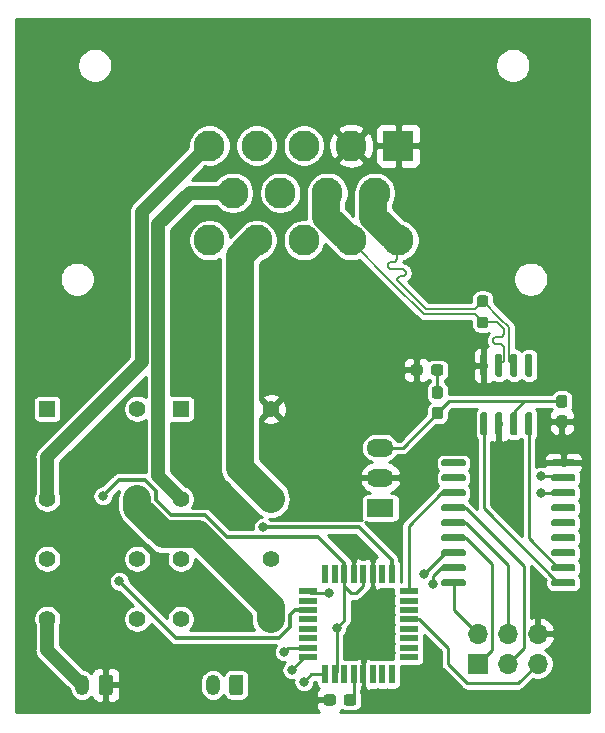
<source format=gbr>
%TF.GenerationSoftware,KiCad,Pcbnew,5.1.7-a382d34a8~88~ubuntu18.04.1*%
%TF.CreationDate,2021-02-25T09:41:41-05:00*%
%TF.ProjectId,FaultLatcher,4661756c-744c-4617-9463-6865722e6b69,rev?*%
%TF.SameCoordinates,Original*%
%TF.FileFunction,Copper,L1,Top*%
%TF.FilePolarity,Positive*%
%FSLAX46Y46*%
G04 Gerber Fmt 4.6, Leading zero omitted, Abs format (unit mm)*
G04 Created by KiCad (PCBNEW 5.1.7-a382d34a8~88~ubuntu18.04.1) date 2021-02-25 09:41:41*
%MOMM*%
%LPD*%
G01*
G04 APERTURE LIST*
%TA.AperFunction,ComponentPad*%
%ADD10C,2.625000*%
%TD*%
%TA.AperFunction,ComponentPad*%
%ADD11R,2.625000X2.625000*%
%TD*%
%TA.AperFunction,ComponentPad*%
%ADD12C,1.400000*%
%TD*%
%TA.AperFunction,ComponentPad*%
%ADD13R,1.400000X1.400000*%
%TD*%
%TA.AperFunction,ComponentPad*%
%ADD14O,2.300000X1.500000*%
%TD*%
%TA.AperFunction,ComponentPad*%
%ADD15R,2.300000X1.500000*%
%TD*%
%TA.AperFunction,SMDPad,CuDef*%
%ADD16R,0.550000X1.600000*%
%TD*%
%TA.AperFunction,SMDPad,CuDef*%
%ADD17R,1.600000X0.550000*%
%TD*%
%TA.AperFunction,ComponentPad*%
%ADD18O,1.200000X1.750000*%
%TD*%
%TA.AperFunction,ComponentPad*%
%ADD19O,1.700000X1.700000*%
%TD*%
%TA.AperFunction,ComponentPad*%
%ADD20R,1.700000X1.700000*%
%TD*%
%TA.AperFunction,ViaPad*%
%ADD21C,0.800000*%
%TD*%
%TA.AperFunction,Conductor*%
%ADD22C,0.250000*%
%TD*%
%TA.AperFunction,Conductor*%
%ADD23C,0.360000*%
%TD*%
%TA.AperFunction,Conductor*%
%ADD24C,1.200000*%
%TD*%
%TA.AperFunction,Conductor*%
%ADD25C,2.400000*%
%TD*%
%TA.AperFunction,Conductor*%
%ADD26C,0.200000*%
%TD*%
%TA.AperFunction,Conductor*%
%ADD27C,0.254000*%
%TD*%
%TA.AperFunction,Conductor*%
%ADD28C,0.100000*%
%TD*%
G04 APERTURE END LIST*
%TO.P,R6,2*%
%TO.N,/CAN-*%
%TA.AperFunction,SMDPad,CuDef*%
G36*
G01*
X162187900Y-94721500D02*
X161712900Y-94721500D01*
G75*
G02*
X161475400Y-94484000I0J237500D01*
G01*
X161475400Y-93984000D01*
G75*
G02*
X161712900Y-93746500I237500J0D01*
G01*
X162187900Y-93746500D01*
G75*
G02*
X162425400Y-93984000I0J-237500D01*
G01*
X162425400Y-94484000D01*
G75*
G02*
X162187900Y-94721500I-237500J0D01*
G01*
G37*
%TD.AperFunction*%
%TO.P,R6,1*%
%TO.N,/CAN+*%
%TA.AperFunction,SMDPad,CuDef*%
G36*
G01*
X162187900Y-96546500D02*
X161712900Y-96546500D01*
G75*
G02*
X161475400Y-96309000I0J237500D01*
G01*
X161475400Y-95809000D01*
G75*
G02*
X161712900Y-95571500I237500J0D01*
G01*
X162187900Y-95571500D01*
G75*
G02*
X162425400Y-95809000I0J-237500D01*
G01*
X162425400Y-96309000D01*
G75*
G02*
X162187900Y-96546500I-237500J0D01*
G01*
G37*
%TD.AperFunction*%
%TD*%
D10*
%TO.P,J2,14*%
%TO.N,/LOOP_IN*%
X138812000Y-89090000D03*
%TO.P,J2,13*%
%TO.N,/LOOP_OUT*%
X142812000Y-89090000D03*
%TO.P,J2,12*%
%TO.N,+12V*%
X146812000Y-89090000D03*
%TO.P,J2,11*%
%TO.N,/CAN+*%
X150812000Y-89090000D03*
%TO.P,J2,10*%
%TO.N,/CAN-*%
X154812000Y-89090000D03*
%TO.P,J2,9*%
%TO.N,/IMD_FAULT*%
X140812000Y-85090000D03*
%TO.P,J2,8*%
%TO.N,+12V*%
X144812000Y-85090000D03*
%TO.P,J2,7*%
%TO.N,/CAN+*%
X148812000Y-85090000D03*
%TO.P,J2,6*%
%TO.N,/CAN-*%
X152812000Y-85090000D03*
%TO.P,J2,5*%
%TO.N,/BMS_FAULT*%
X138812000Y-81090000D03*
%TO.P,J2,4*%
%TO.N,/NC*%
X142812000Y-81090000D03*
%TO.P,J2,3*%
X146812000Y-81090000D03*
%TO.P,J2,2*%
%TO.N,GND*%
X150812000Y-81090000D03*
D11*
%TO.P,J2,1*%
X154812000Y-81090000D03*
%TD*%
D12*
%TO.P,K4,13*%
%TO.N,/LOOP_OUT*%
X144018000Y-110998000D03*
%TO.P,K4,9*%
%TO.N,Net-(K1-Pad13)*%
X144018000Y-121158000D03*
%TO.P,K4,11*%
%TO.N,N/C*%
X144018000Y-116078000D03*
%TO.P,K4,4*%
%TO.N,/IMD_FAULT*%
X136398000Y-110998000D03*
%TO.P,K4,8*%
%TO.N,Net-(D4-Pad1)*%
X136398000Y-121158000D03*
%TO.P,K4,6*%
%TO.N,N/C*%
X136398000Y-116078000D03*
%TO.P,K4,16*%
%TO.N,GND*%
X144018000Y-103378000D03*
D13*
%TO.P,K4,1*%
%TO.N,Net-(D4-Pad1)*%
X136398000Y-103378000D03*
%TD*%
%TO.P,R7,2*%
%TO.N,+5V*%
%TA.AperFunction,SMDPad,CuDef*%
G36*
G01*
X157877500Y-103220000D02*
X158352500Y-103220000D01*
G75*
G02*
X158590000Y-103457500I0J-237500D01*
G01*
X158590000Y-104032500D01*
G75*
G02*
X158352500Y-104270000I-237500J0D01*
G01*
X157877500Y-104270000D01*
G75*
G02*
X157640000Y-104032500I0J237500D01*
G01*
X157640000Y-103457500D01*
G75*
G02*
X157877500Y-103220000I237500J0D01*
G01*
G37*
%TD.AperFunction*%
%TO.P,R7,1*%
%TO.N,Net-(D5-Pad2)*%
%TA.AperFunction,SMDPad,CuDef*%
G36*
G01*
X157877500Y-101470000D02*
X158352500Y-101470000D01*
G75*
G02*
X158590000Y-101707500I0J-237500D01*
G01*
X158590000Y-102282500D01*
G75*
G02*
X158352500Y-102520000I-237500J0D01*
G01*
X157877500Y-102520000D01*
G75*
G02*
X157640000Y-102282500I0J237500D01*
G01*
X157640000Y-101707500D01*
G75*
G02*
X157877500Y-101470000I237500J0D01*
G01*
G37*
%TD.AperFunction*%
%TD*%
%TO.P,D5,2*%
%TO.N,Net-(D5-Pad2)*%
%TA.AperFunction,SMDPad,CuDef*%
G36*
G01*
X157576000Y-100313500D02*
X157576000Y-99838500D01*
G75*
G02*
X157813500Y-99601000I237500J0D01*
G01*
X158388500Y-99601000D01*
G75*
G02*
X158626000Y-99838500I0J-237500D01*
G01*
X158626000Y-100313500D01*
G75*
G02*
X158388500Y-100551000I-237500J0D01*
G01*
X157813500Y-100551000D01*
G75*
G02*
X157576000Y-100313500I0J237500D01*
G01*
G37*
%TD.AperFunction*%
%TO.P,D5,1*%
%TO.N,GND*%
%TA.AperFunction,SMDPad,CuDef*%
G36*
G01*
X155826000Y-100313500D02*
X155826000Y-99838500D01*
G75*
G02*
X156063500Y-99601000I237500J0D01*
G01*
X156638500Y-99601000D01*
G75*
G02*
X156876000Y-99838500I0J-237500D01*
G01*
X156876000Y-100313500D01*
G75*
G02*
X156638500Y-100551000I-237500J0D01*
G01*
X156063500Y-100551000D01*
G75*
G02*
X155826000Y-100313500I0J237500D01*
G01*
G37*
%TD.AperFunction*%
%TD*%
D14*
%TO.P,U4,3*%
%TO.N,+5V*%
X153289000Y-106680000D03*
%TO.P,U4,2*%
%TO.N,GND*%
X153289000Y-109220000D03*
D15*
%TO.P,U4,1*%
%TO.N,+12C*%
X153289000Y-111760000D03*
%TD*%
%TO.P,U3,8*%
%TO.N,GND*%
%TA.AperFunction,SMDPad,CuDef*%
G36*
G01*
X162202000Y-100673000D02*
X161902000Y-100673000D01*
G75*
G02*
X161752000Y-100523000I0J150000D01*
G01*
X161752000Y-98873000D01*
G75*
G02*
X161902000Y-98723000I150000J0D01*
G01*
X162202000Y-98723000D01*
G75*
G02*
X162352000Y-98873000I0J-150000D01*
G01*
X162352000Y-100523000D01*
G75*
G02*
X162202000Y-100673000I-150000J0D01*
G01*
G37*
%TD.AperFunction*%
%TO.P,U3,7*%
%TO.N,/CAN+*%
%TA.AperFunction,SMDPad,CuDef*%
G36*
G01*
X163472000Y-100673000D02*
X163172000Y-100673000D01*
G75*
G02*
X163022000Y-100523000I0J150000D01*
G01*
X163022000Y-98873000D01*
G75*
G02*
X163172000Y-98723000I150000J0D01*
G01*
X163472000Y-98723000D01*
G75*
G02*
X163622000Y-98873000I0J-150000D01*
G01*
X163622000Y-100523000D01*
G75*
G02*
X163472000Y-100673000I-150000J0D01*
G01*
G37*
%TD.AperFunction*%
%TO.P,U3,6*%
%TO.N,/CAN-*%
%TA.AperFunction,SMDPad,CuDef*%
G36*
G01*
X164742000Y-100673000D02*
X164442000Y-100673000D01*
G75*
G02*
X164292000Y-100523000I0J150000D01*
G01*
X164292000Y-98873000D01*
G75*
G02*
X164442000Y-98723000I150000J0D01*
G01*
X164742000Y-98723000D01*
G75*
G02*
X164892000Y-98873000I0J-150000D01*
G01*
X164892000Y-100523000D01*
G75*
G02*
X164742000Y-100673000I-150000J0D01*
G01*
G37*
%TD.AperFunction*%
%TO.P,U3,5*%
%TO.N,N/C*%
%TA.AperFunction,SMDPad,CuDef*%
G36*
G01*
X166012000Y-100673000D02*
X165712000Y-100673000D01*
G75*
G02*
X165562000Y-100523000I0J150000D01*
G01*
X165562000Y-98873000D01*
G75*
G02*
X165712000Y-98723000I150000J0D01*
G01*
X166012000Y-98723000D01*
G75*
G02*
X166162000Y-98873000I0J-150000D01*
G01*
X166162000Y-100523000D01*
G75*
G02*
X166012000Y-100673000I-150000J0D01*
G01*
G37*
%TD.AperFunction*%
%TO.P,U3,4*%
%TO.N,/RXCAN*%
%TA.AperFunction,SMDPad,CuDef*%
G36*
G01*
X166012000Y-105623000D02*
X165712000Y-105623000D01*
G75*
G02*
X165562000Y-105473000I0J150000D01*
G01*
X165562000Y-103823000D01*
G75*
G02*
X165712000Y-103673000I150000J0D01*
G01*
X166012000Y-103673000D01*
G75*
G02*
X166162000Y-103823000I0J-150000D01*
G01*
X166162000Y-105473000D01*
G75*
G02*
X166012000Y-105623000I-150000J0D01*
G01*
G37*
%TD.AperFunction*%
%TO.P,U3,3*%
%TO.N,+5V*%
%TA.AperFunction,SMDPad,CuDef*%
G36*
G01*
X164742000Y-105623000D02*
X164442000Y-105623000D01*
G75*
G02*
X164292000Y-105473000I0J150000D01*
G01*
X164292000Y-103823000D01*
G75*
G02*
X164442000Y-103673000I150000J0D01*
G01*
X164742000Y-103673000D01*
G75*
G02*
X164892000Y-103823000I0J-150000D01*
G01*
X164892000Y-105473000D01*
G75*
G02*
X164742000Y-105623000I-150000J0D01*
G01*
G37*
%TD.AperFunction*%
%TO.P,U3,2*%
%TO.N,GND*%
%TA.AperFunction,SMDPad,CuDef*%
G36*
G01*
X163472000Y-105623000D02*
X163172000Y-105623000D01*
G75*
G02*
X163022000Y-105473000I0J150000D01*
G01*
X163022000Y-103823000D01*
G75*
G02*
X163172000Y-103673000I150000J0D01*
G01*
X163472000Y-103673000D01*
G75*
G02*
X163622000Y-103823000I0J-150000D01*
G01*
X163622000Y-105473000D01*
G75*
G02*
X163472000Y-105623000I-150000J0D01*
G01*
G37*
%TD.AperFunction*%
%TO.P,U3,1*%
%TO.N,/TXCAN*%
%TA.AperFunction,SMDPad,CuDef*%
G36*
G01*
X162202000Y-105623000D02*
X161902000Y-105623000D01*
G75*
G02*
X161752000Y-105473000I0J150000D01*
G01*
X161752000Y-103823000D01*
G75*
G02*
X161902000Y-103673000I150000J0D01*
G01*
X162202000Y-103673000D01*
G75*
G02*
X162352000Y-103823000I0J-150000D01*
G01*
X162352000Y-105473000D01*
G75*
G02*
X162202000Y-105623000I-150000J0D01*
G01*
G37*
%TD.AperFunction*%
%TD*%
%TO.P,U2,18*%
%TO.N,+5V*%
%TA.AperFunction,SMDPad,CuDef*%
G36*
G01*
X160508000Y-117960000D02*
X160508000Y-118260000D01*
G75*
G02*
X160358000Y-118410000I-150000J0D01*
G01*
X158608000Y-118410000D01*
G75*
G02*
X158458000Y-118260000I0J150000D01*
G01*
X158458000Y-117960000D01*
G75*
G02*
X158608000Y-117810000I150000J0D01*
G01*
X160358000Y-117810000D01*
G75*
G02*
X160508000Y-117960000I0J-150000D01*
G01*
G37*
%TD.AperFunction*%
%TO.P,U2,17*%
%TO.N,Net-(R5-Pad2)*%
%TA.AperFunction,SMDPad,CuDef*%
G36*
G01*
X160508000Y-116690000D02*
X160508000Y-116990000D01*
G75*
G02*
X160358000Y-117140000I-150000J0D01*
G01*
X158608000Y-117140000D01*
G75*
G02*
X158458000Y-116990000I0J150000D01*
G01*
X158458000Y-116690000D01*
G75*
G02*
X158608000Y-116540000I150000J0D01*
G01*
X160358000Y-116540000D01*
G75*
G02*
X160508000Y-116690000I0J-150000D01*
G01*
G37*
%TD.AperFunction*%
%TO.P,U2,16*%
%TO.N,/CAN_CS*%
%TA.AperFunction,SMDPad,CuDef*%
G36*
G01*
X160508000Y-115420000D02*
X160508000Y-115720000D01*
G75*
G02*
X160358000Y-115870000I-150000J0D01*
G01*
X158608000Y-115870000D01*
G75*
G02*
X158458000Y-115720000I0J150000D01*
G01*
X158458000Y-115420000D01*
G75*
G02*
X158608000Y-115270000I150000J0D01*
G01*
X160358000Y-115270000D01*
G75*
G02*
X160508000Y-115420000I0J-150000D01*
G01*
G37*
%TD.AperFunction*%
%TO.P,U2,15*%
%TO.N,/MISO*%
%TA.AperFunction,SMDPad,CuDef*%
G36*
G01*
X160508000Y-114150000D02*
X160508000Y-114450000D01*
G75*
G02*
X160358000Y-114600000I-150000J0D01*
G01*
X158608000Y-114600000D01*
G75*
G02*
X158458000Y-114450000I0J150000D01*
G01*
X158458000Y-114150000D01*
G75*
G02*
X158608000Y-114000000I150000J0D01*
G01*
X160358000Y-114000000D01*
G75*
G02*
X160508000Y-114150000I0J-150000D01*
G01*
G37*
%TD.AperFunction*%
%TO.P,U2,14*%
%TO.N,/MOSI*%
%TA.AperFunction,SMDPad,CuDef*%
G36*
G01*
X160508000Y-112880000D02*
X160508000Y-113180000D01*
G75*
G02*
X160358000Y-113330000I-150000J0D01*
G01*
X158608000Y-113330000D01*
G75*
G02*
X158458000Y-113180000I0J150000D01*
G01*
X158458000Y-112880000D01*
G75*
G02*
X158608000Y-112730000I150000J0D01*
G01*
X160358000Y-112730000D01*
G75*
G02*
X160508000Y-112880000I0J-150000D01*
G01*
G37*
%TD.AperFunction*%
%TO.P,U2,13*%
%TO.N,/SCK*%
%TA.AperFunction,SMDPad,CuDef*%
G36*
G01*
X160508000Y-111610000D02*
X160508000Y-111910000D01*
G75*
G02*
X160358000Y-112060000I-150000J0D01*
G01*
X158608000Y-112060000D01*
G75*
G02*
X158458000Y-111910000I0J150000D01*
G01*
X158458000Y-111610000D01*
G75*
G02*
X158608000Y-111460000I150000J0D01*
G01*
X160358000Y-111460000D01*
G75*
G02*
X160508000Y-111610000I0J-150000D01*
G01*
G37*
%TD.AperFunction*%
%TO.P,U2,12*%
%TO.N,/CAN_INT*%
%TA.AperFunction,SMDPad,CuDef*%
G36*
G01*
X160508000Y-110340000D02*
X160508000Y-110640000D01*
G75*
G02*
X160358000Y-110790000I-150000J0D01*
G01*
X158608000Y-110790000D01*
G75*
G02*
X158458000Y-110640000I0J150000D01*
G01*
X158458000Y-110340000D01*
G75*
G02*
X158608000Y-110190000I150000J0D01*
G01*
X160358000Y-110190000D01*
G75*
G02*
X160508000Y-110340000I0J-150000D01*
G01*
G37*
%TD.AperFunction*%
%TO.P,U2,11*%
%TO.N,N/C*%
%TA.AperFunction,SMDPad,CuDef*%
G36*
G01*
X160508000Y-109070000D02*
X160508000Y-109370000D01*
G75*
G02*
X160358000Y-109520000I-150000J0D01*
G01*
X158608000Y-109520000D01*
G75*
G02*
X158458000Y-109370000I0J150000D01*
G01*
X158458000Y-109070000D01*
G75*
G02*
X158608000Y-108920000I150000J0D01*
G01*
X160358000Y-108920000D01*
G75*
G02*
X160508000Y-109070000I0J-150000D01*
G01*
G37*
%TD.AperFunction*%
%TO.P,U2,10*%
%TA.AperFunction,SMDPad,CuDef*%
G36*
G01*
X160508000Y-107800000D02*
X160508000Y-108100000D01*
G75*
G02*
X160358000Y-108250000I-150000J0D01*
G01*
X158608000Y-108250000D01*
G75*
G02*
X158458000Y-108100000I0J150000D01*
G01*
X158458000Y-107800000D01*
G75*
G02*
X158608000Y-107650000I150000J0D01*
G01*
X160358000Y-107650000D01*
G75*
G02*
X160508000Y-107800000I0J-150000D01*
G01*
G37*
%TD.AperFunction*%
%TO.P,U2,9*%
%TO.N,GND*%
%TA.AperFunction,SMDPad,CuDef*%
G36*
G01*
X169808000Y-107800000D02*
X169808000Y-108100000D01*
G75*
G02*
X169658000Y-108250000I-150000J0D01*
G01*
X167908000Y-108250000D01*
G75*
G02*
X167758000Y-108100000I0J150000D01*
G01*
X167758000Y-107800000D01*
G75*
G02*
X167908000Y-107650000I150000J0D01*
G01*
X169658000Y-107650000D01*
G75*
G02*
X169808000Y-107800000I0J-150000D01*
G01*
G37*
%TD.AperFunction*%
%TO.P,U2,8*%
%TO.N,Net-(U2-Pad8)*%
%TA.AperFunction,SMDPad,CuDef*%
G36*
G01*
X169808000Y-109070000D02*
X169808000Y-109370000D01*
G75*
G02*
X169658000Y-109520000I-150000J0D01*
G01*
X167908000Y-109520000D01*
G75*
G02*
X167758000Y-109370000I0J150000D01*
G01*
X167758000Y-109070000D01*
G75*
G02*
X167908000Y-108920000I150000J0D01*
G01*
X169658000Y-108920000D01*
G75*
G02*
X169808000Y-109070000I0J-150000D01*
G01*
G37*
%TD.AperFunction*%
%TO.P,U2,7*%
%TO.N,Net-(U2-Pad7)*%
%TA.AperFunction,SMDPad,CuDef*%
G36*
G01*
X169808000Y-110340000D02*
X169808000Y-110640000D01*
G75*
G02*
X169658000Y-110790000I-150000J0D01*
G01*
X167908000Y-110790000D01*
G75*
G02*
X167758000Y-110640000I0J150000D01*
G01*
X167758000Y-110340000D01*
G75*
G02*
X167908000Y-110190000I150000J0D01*
G01*
X169658000Y-110190000D01*
G75*
G02*
X169808000Y-110340000I0J-150000D01*
G01*
G37*
%TD.AperFunction*%
%TO.P,U2,6*%
%TO.N,N/C*%
%TA.AperFunction,SMDPad,CuDef*%
G36*
G01*
X169808000Y-111610000D02*
X169808000Y-111910000D01*
G75*
G02*
X169658000Y-112060000I-150000J0D01*
G01*
X167908000Y-112060000D01*
G75*
G02*
X167758000Y-111910000I0J150000D01*
G01*
X167758000Y-111610000D01*
G75*
G02*
X167908000Y-111460000I150000J0D01*
G01*
X169658000Y-111460000D01*
G75*
G02*
X169808000Y-111610000I0J-150000D01*
G01*
G37*
%TD.AperFunction*%
%TO.P,U2,5*%
%TA.AperFunction,SMDPad,CuDef*%
G36*
G01*
X169808000Y-112880000D02*
X169808000Y-113180000D01*
G75*
G02*
X169658000Y-113330000I-150000J0D01*
G01*
X167908000Y-113330000D01*
G75*
G02*
X167758000Y-113180000I0J150000D01*
G01*
X167758000Y-112880000D01*
G75*
G02*
X167908000Y-112730000I150000J0D01*
G01*
X169658000Y-112730000D01*
G75*
G02*
X169808000Y-112880000I0J-150000D01*
G01*
G37*
%TD.AperFunction*%
%TO.P,U2,4*%
%TA.AperFunction,SMDPad,CuDef*%
G36*
G01*
X169808000Y-114150000D02*
X169808000Y-114450000D01*
G75*
G02*
X169658000Y-114600000I-150000J0D01*
G01*
X167908000Y-114600000D01*
G75*
G02*
X167758000Y-114450000I0J150000D01*
G01*
X167758000Y-114150000D01*
G75*
G02*
X167908000Y-114000000I150000J0D01*
G01*
X169658000Y-114000000D01*
G75*
G02*
X169808000Y-114150000I0J-150000D01*
G01*
G37*
%TD.AperFunction*%
%TO.P,U2,3*%
%TA.AperFunction,SMDPad,CuDef*%
G36*
G01*
X169808000Y-115420000D02*
X169808000Y-115720000D01*
G75*
G02*
X169658000Y-115870000I-150000J0D01*
G01*
X167908000Y-115870000D01*
G75*
G02*
X167758000Y-115720000I0J150000D01*
G01*
X167758000Y-115420000D01*
G75*
G02*
X167908000Y-115270000I150000J0D01*
G01*
X169658000Y-115270000D01*
G75*
G02*
X169808000Y-115420000I0J-150000D01*
G01*
G37*
%TD.AperFunction*%
%TO.P,U2,2*%
%TO.N,/RXCAN*%
%TA.AperFunction,SMDPad,CuDef*%
G36*
G01*
X169808000Y-116690000D02*
X169808000Y-116990000D01*
G75*
G02*
X169658000Y-117140000I-150000J0D01*
G01*
X167908000Y-117140000D01*
G75*
G02*
X167758000Y-116990000I0J150000D01*
G01*
X167758000Y-116690000D01*
G75*
G02*
X167908000Y-116540000I150000J0D01*
G01*
X169658000Y-116540000D01*
G75*
G02*
X169808000Y-116690000I0J-150000D01*
G01*
G37*
%TD.AperFunction*%
%TO.P,U2,1*%
%TO.N,/TXCAN*%
%TA.AperFunction,SMDPad,CuDef*%
G36*
G01*
X169808000Y-117960000D02*
X169808000Y-118260000D01*
G75*
G02*
X169658000Y-118410000I-150000J0D01*
G01*
X167908000Y-118410000D01*
G75*
G02*
X167758000Y-118260000I0J150000D01*
G01*
X167758000Y-117960000D01*
G75*
G02*
X167908000Y-117810000I150000J0D01*
G01*
X169658000Y-117810000D01*
G75*
G02*
X169808000Y-117960000I0J-150000D01*
G01*
G37*
%TD.AperFunction*%
%TD*%
D16*
%TO.P,U1,1*%
%TO.N,/IMD_IND*%
X154241000Y-117357000D03*
%TO.P,U1,2*%
%TO.N,N/C*%
X153441000Y-117357000D03*
%TO.P,U1,3*%
%TO.N,GND*%
X152641000Y-117357000D03*
%TO.P,U1,4*%
%TO.N,+5V*%
X151841000Y-117357000D03*
%TO.P,U1,5*%
%TO.N,GND*%
X151041000Y-117357000D03*
%TO.P,U1,6*%
%TO.N,+5V*%
X150241000Y-117357000D03*
%TO.P,U1,7*%
%TO.N,N/C*%
X149441000Y-117357000D03*
%TO.P,U1,8*%
X148641000Y-117357000D03*
D17*
%TO.P,U1,9*%
%TO.N,/CAN_CS*%
X147191000Y-118807000D03*
%TO.P,U1,10*%
%TO.N,N/C*%
X147191000Y-119607000D03*
%TO.P,U1,11*%
%TO.N,/BMS_IND*%
X147191000Y-120407000D03*
%TO.P,U1,12*%
%TO.N,N/C*%
X147191000Y-121207000D03*
%TO.P,U1,13*%
X147191000Y-122007000D03*
%TO.P,U1,14*%
X147191000Y-122807000D03*
%TO.P,U1,15*%
%TO.N,/MOSI*%
X147191000Y-123607000D03*
%TO.P,U1,16*%
%TO.N,/MISO*%
X147191000Y-124407000D03*
D16*
%TO.P,U1,17*%
%TO.N,/SCK*%
X148641000Y-125857000D03*
%TO.P,U1,18*%
%TO.N,+5V*%
X149441000Y-125857000D03*
%TO.P,U1,19*%
%TO.N,N/C*%
X150241000Y-125857000D03*
%TO.P,U1,20*%
%TO.N,Net-(C1-Pad1)*%
X151041000Y-125857000D03*
%TO.P,U1,21*%
%TO.N,GND*%
X151841000Y-125857000D03*
%TO.P,U1,22*%
%TO.N,N/C*%
X152641000Y-125857000D03*
%TO.P,U1,23*%
X153441000Y-125857000D03*
%TO.P,U1,24*%
X154241000Y-125857000D03*
D17*
%TO.P,U1,25*%
X155691000Y-124407000D03*
%TO.P,U1,26*%
X155691000Y-123607000D03*
%TO.P,U1,27*%
X155691000Y-122807000D03*
%TO.P,U1,28*%
X155691000Y-122007000D03*
%TO.P,U1,29*%
%TO.N,/RESET*%
X155691000Y-121207000D03*
%TO.P,U1,30*%
%TO.N,N/C*%
X155691000Y-120407000D03*
%TO.P,U1,31*%
X155691000Y-119607000D03*
%TO.P,U1,32*%
%TO.N,/CAN_INT*%
X155691000Y-118807000D03*
%TD*%
D18*
%TO.P,IMD1,2*%
%TO.N,Net-(D4-Pad1)*%
X139097000Y-126746000D03*
%TO.P,IMD1,1*%
%TO.N,+12C*%
%TA.AperFunction,ComponentPad*%
G36*
G01*
X141697000Y-126120999D02*
X141697000Y-127371001D01*
G75*
G02*
X141447001Y-127621000I-249999J0D01*
G01*
X140746999Y-127621000D01*
G75*
G02*
X140497000Y-127371001I0J249999D01*
G01*
X140497000Y-126120999D01*
G75*
G02*
X140746999Y-125871000I249999J0D01*
G01*
X141447001Y-125871000D01*
G75*
G02*
X141697000Y-126120999I0J-249999D01*
G01*
G37*
%TD.AperFunction*%
%TD*%
%TO.P,BMS1,2*%
%TO.N,Net-(BMS1-Pad2)*%
X128048000Y-126746000D03*
%TO.P,BMS1,1*%
%TO.N,GND*%
%TA.AperFunction,ComponentPad*%
G36*
G01*
X130648000Y-126120999D02*
X130648000Y-127371001D01*
G75*
G02*
X130398001Y-127621000I-249999J0D01*
G01*
X129697999Y-127621000D01*
G75*
G02*
X129448000Y-127371001I0J249999D01*
G01*
X129448000Y-126120999D01*
G75*
G02*
X129697999Y-125871000I249999J0D01*
G01*
X130398001Y-125871000D01*
G75*
G02*
X130648000Y-126120999I0J-249999D01*
G01*
G37*
%TD.AperFunction*%
%TD*%
D12*
%TO.P,K1,13*%
%TO.N,Net-(K1-Pad13)*%
X132715000Y-110998000D03*
%TO.P,K1,9*%
%TO.N,/LOOP_IN*%
X132715000Y-121158000D03*
%TO.P,K1,11*%
%TO.N,N/C*%
X132715000Y-116078000D03*
%TO.P,K1,4*%
%TO.N,/BMS_FAULT*%
X125095000Y-110998000D03*
%TO.P,K1,8*%
%TO.N,Net-(BMS1-Pad2)*%
X125095000Y-121158000D03*
%TO.P,K1,6*%
%TO.N,N/C*%
X125095000Y-116078000D03*
%TO.P,K1,16*%
%TO.N,+12C*%
X132715000Y-103378000D03*
D13*
%TO.P,K1,1*%
%TO.N,Net-(BMS1-Pad2)*%
X125095000Y-103378000D03*
%TD*%
D19*
%TO.P,J1,6*%
%TO.N,GND*%
X166624000Y-122428000D03*
%TO.P,J1,5*%
%TO.N,/RESET*%
X166624000Y-124968000D03*
%TO.P,J1,4*%
%TO.N,/MOSI*%
X164084000Y-122428000D03*
%TO.P,J1,3*%
%TO.N,/SCK*%
X164084000Y-124968000D03*
%TO.P,J1,2*%
%TO.N,+5V*%
X161544000Y-122428000D03*
D20*
%TO.P,J1,1*%
%TO.N,/MISO*%
X161544000Y-124968000D03*
%TD*%
%TO.P,C4,2*%
%TO.N,GND*%
%TA.AperFunction,SMDPad,CuDef*%
G36*
G01*
X168418500Y-103930500D02*
X168893500Y-103930500D01*
G75*
G02*
X169131000Y-104168000I0J-237500D01*
G01*
X169131000Y-104768000D01*
G75*
G02*
X168893500Y-105005500I-237500J0D01*
G01*
X168418500Y-105005500D01*
G75*
G02*
X168181000Y-104768000I0J237500D01*
G01*
X168181000Y-104168000D01*
G75*
G02*
X168418500Y-103930500I237500J0D01*
G01*
G37*
%TD.AperFunction*%
%TO.P,C4,1*%
%TO.N,+5V*%
%TA.AperFunction,SMDPad,CuDef*%
G36*
G01*
X168418500Y-102205500D02*
X168893500Y-102205500D01*
G75*
G02*
X169131000Y-102443000I0J-237500D01*
G01*
X169131000Y-103043000D01*
G75*
G02*
X168893500Y-103280500I-237500J0D01*
G01*
X168418500Y-103280500D01*
G75*
G02*
X168181000Y-103043000I0J237500D01*
G01*
X168181000Y-102443000D01*
G75*
G02*
X168418500Y-102205500I237500J0D01*
G01*
G37*
%TD.AperFunction*%
%TD*%
%TO.P,C1,1*%
%TO.N,Net-(C1-Pad1)*%
%TA.AperFunction,SMDPad,CuDef*%
G36*
G01*
X151260000Y-127778500D02*
X151260000Y-128253500D01*
G75*
G02*
X151022500Y-128491000I-237500J0D01*
G01*
X150422500Y-128491000D01*
G75*
G02*
X150185000Y-128253500I0J237500D01*
G01*
X150185000Y-127778500D01*
G75*
G02*
X150422500Y-127541000I237500J0D01*
G01*
X151022500Y-127541000D01*
G75*
G02*
X151260000Y-127778500I0J-237500D01*
G01*
G37*
%TD.AperFunction*%
%TO.P,C1,2*%
%TO.N,GND*%
%TA.AperFunction,SMDPad,CuDef*%
G36*
G01*
X149535000Y-127778500D02*
X149535000Y-128253500D01*
G75*
G02*
X149297500Y-128491000I-237500J0D01*
G01*
X148697500Y-128491000D01*
G75*
G02*
X148460000Y-128253500I0J237500D01*
G01*
X148460000Y-127778500D01*
G75*
G02*
X148697500Y-127541000I237500J0D01*
G01*
X149297500Y-127541000D01*
G75*
G02*
X149535000Y-127778500I0J-237500D01*
G01*
G37*
%TD.AperFunction*%
%TD*%
D21*
%TO.N,GND*%
X163982400Y-106908600D03*
X153924000Y-120319800D03*
X154457400Y-114325400D03*
X136855200Y-118110000D03*
X139395200Y-121005600D03*
X136779000Y-107340400D03*
X138658600Y-105562400D03*
%TO.N,+5V*%
X149606000Y-121920000D03*
X129794000Y-110744000D03*
%TO.N,/MOSI*%
X145161000Y-123952000D03*
%TO.N,/SCK*%
X146812000Y-126492000D03*
%TO.N,/MISO*%
X145796000Y-125476000D03*
%TO.N,/BMS_IND*%
X131191000Y-117983000D03*
%TO.N,/IMD_IND*%
X143383000Y-113411000D03*
%TO.N,Net-(R5-Pad2)*%
X157734000Y-118237000D03*
%TO.N,/CAN_CS*%
X156972000Y-117348000D03*
X148971000Y-118999000D03*
%TO.N,Net-(U2-Pad8)*%
X166878000Y-109093000D03*
%TO.N,Net-(U2-Pad7)*%
X166878000Y-110490000D03*
%TD*%
D22*
%TO.N,Net-(C1-Pad1)*%
X151041000Y-127697500D02*
X151041000Y-125857000D01*
X150722500Y-128016000D02*
X151041000Y-127697500D01*
%TO.N,+5V*%
X150241000Y-117357000D02*
X150241000Y-121285000D01*
X150241000Y-121285000D02*
X149606000Y-121920000D01*
X149606000Y-125692000D02*
X149441000Y-125857000D01*
X149606000Y-121920000D02*
X149606000Y-125692000D01*
X168656000Y-102743000D02*
X165481000Y-102743000D01*
X164592000Y-103632000D02*
X164592000Y-104648000D01*
X165481000Y-102743000D02*
X164592000Y-103632000D01*
X150241000Y-118407000D02*
X150833000Y-118999000D01*
X150241000Y-117357000D02*
X150241000Y-118407000D01*
X150833000Y-118999000D02*
X151257000Y-118999000D01*
X151841000Y-118415000D02*
X151841000Y-117357000D01*
X151257000Y-118999000D02*
X151841000Y-118415000D01*
X159483000Y-120367000D02*
X161544000Y-122428000D01*
X159483000Y-118110000D02*
X159483000Y-120367000D01*
X155180000Y-106680000D02*
X158115000Y-103745000D01*
X153289000Y-106680000D02*
X155180000Y-106680000D01*
X159117000Y-102743000D02*
X165481000Y-102743000D01*
X158115000Y-103745000D02*
X159117000Y-102743000D01*
D23*
X140275420Y-114191001D02*
X138479419Y-112395000D01*
X148034003Y-114191001D02*
X140275420Y-114191001D01*
X150241000Y-117357000D02*
X150241000Y-116397998D01*
X150241000Y-116397998D02*
X148034003Y-114191001D01*
X135593472Y-112395000D02*
X134295010Y-111096538D01*
X138479419Y-112395000D02*
X135593472Y-112395000D01*
X134295010Y-111096538D02*
X134295010Y-110343539D01*
X134295010Y-110343539D02*
X133369461Y-109417990D01*
X133369461Y-109417990D02*
X131120010Y-109417990D01*
X131120010Y-109417990D02*
X129794000Y-110744000D01*
D22*
%TO.N,/RESET*%
X156551002Y-121207000D02*
X159004000Y-123659998D01*
X155691000Y-121207000D02*
X156551002Y-121207000D01*
X159004000Y-123659998D02*
X159004000Y-124968000D01*
X159004000Y-124968000D02*
X160655000Y-126619000D01*
X164973000Y-126619000D02*
X166624000Y-124968000D01*
X160655000Y-126619000D02*
X164973000Y-126619000D01*
%TO.N,/MOSI*%
X160508000Y-113030000D02*
X159483000Y-113030000D01*
X164084000Y-122428000D02*
X164084000Y-116606000D01*
X164084000Y-116606000D02*
X160508000Y-113030000D01*
X147191000Y-123607000D02*
X145506000Y-123607000D01*
X145506000Y-123607000D02*
X145161000Y-123952000D01*
%TO.N,/SCK*%
X160508000Y-111760000D02*
X159483000Y-111760000D01*
X165448999Y-116700999D02*
X160508000Y-111760000D01*
X164084000Y-124968000D02*
X165448999Y-123603001D01*
X165448999Y-123603001D02*
X165448999Y-116700999D01*
X148641000Y-125857000D02*
X147447000Y-125857000D01*
X147447000Y-125857000D02*
X146812000Y-126492000D01*
%TO.N,/MISO*%
X160508000Y-114300000D02*
X159483000Y-114300000D01*
X162719001Y-116511001D02*
X160508000Y-114300000D01*
X161544000Y-124968000D02*
X162719001Y-123792999D01*
X162719001Y-123792999D02*
X162719001Y-116511001D01*
X147191000Y-124407000D02*
X146865000Y-124407000D01*
X146865000Y-124407000D02*
X145796000Y-125476000D01*
D24*
%TO.N,/IMD_FAULT*%
X140685000Y-85090000D02*
X137160000Y-85090000D01*
X137160000Y-85090000D02*
X134493000Y-87757000D01*
X134493000Y-109093000D02*
X136398000Y-110998000D01*
X134493000Y-87757000D02*
X134493000Y-109093000D01*
%TO.N,/BMS_FAULT*%
X133092990Y-86682010D02*
X138685000Y-81090000D01*
X133092990Y-99444010D02*
X133092990Y-86682010D01*
X125095000Y-110998000D02*
X125095000Y-107442000D01*
X125095000Y-107442000D02*
X133092990Y-99444010D01*
D25*
%TO.N,/LOOP_OUT*%
X141372501Y-108352501D02*
X144018000Y-110998000D01*
X142685000Y-89090000D02*
X141372501Y-90402499D01*
X141372501Y-90402499D02*
X141372501Y-108352501D01*
%TO.N,Net-(K1-Pad13)*%
X137827948Y-113977999D02*
X134942001Y-113977999D01*
X144018000Y-121158000D02*
X144018000Y-120168051D01*
X144018000Y-120168051D02*
X137827948Y-113977999D01*
X132715000Y-111750998D02*
X132715000Y-110998000D01*
X134942001Y-113977999D02*
X132715000Y-111750998D01*
D23*
%TO.N,/BMS_IND*%
X146031000Y-120407000D02*
X145598010Y-120839990D01*
X147191000Y-120407000D02*
X146031000Y-120407000D01*
X145598010Y-120839990D02*
X145598010Y-121812461D01*
X145598010Y-121812461D02*
X144672461Y-122738010D01*
X144672461Y-122738010D02*
X135946010Y-122738010D01*
X135946010Y-122738010D02*
X131191000Y-117983000D01*
%TO.N,/IMD_IND*%
X151455000Y-113411000D02*
X143383000Y-113411000D01*
X154241000Y-117357000D02*
X154241000Y-116197000D01*
X154241000Y-116197000D02*
X151455000Y-113411000D01*
D22*
%TO.N,Net-(R5-Pad2)*%
X157734000Y-117564000D02*
X157734000Y-118237000D01*
X159483000Y-116840000D02*
X158458000Y-116840000D01*
X158458000Y-116840000D02*
X157734000Y-117564000D01*
%TO.N,/CAN_INT*%
X155691000Y-113257000D02*
X155691000Y-118807000D01*
X159483000Y-110490000D02*
X158458000Y-110490000D01*
X158458000Y-110490000D02*
X155691000Y-113257000D01*
%TO.N,/CAN_CS*%
X159483000Y-115570000D02*
X158750000Y-115570000D01*
X158750000Y-115570000D02*
X156972000Y-117348000D01*
X147383000Y-118999000D02*
X147191000Y-118807000D01*
X148971000Y-118999000D02*
X147383000Y-118999000D01*
%TO.N,Net-(U2-Pad8)*%
X168656000Y-109093000D02*
X168783000Y-109220000D01*
X166878000Y-109093000D02*
X168656000Y-109093000D01*
%TO.N,Net-(U2-Pad7)*%
X166878000Y-110490000D02*
X168783000Y-110490000D01*
%TO.N,/RXCAN*%
X168356232Y-116840000D02*
X168783000Y-116840000D01*
X165862000Y-104648000D02*
X165862000Y-114345768D01*
X165862000Y-114345768D02*
X168356232Y-116840000D01*
%TO.N,/TXCAN*%
X168356232Y-118110000D02*
X168783000Y-118110000D01*
X162052000Y-104648000D02*
X162052000Y-111805768D01*
X162052000Y-111805768D02*
X168356232Y-118110000D01*
%TO.N,Net-(D5-Pad2)*%
X158115000Y-100090000D02*
X158101000Y-100076000D01*
X158115000Y-101995000D02*
X158115000Y-100090000D01*
D26*
%TO.N,/CAN+*%
X161950400Y-96059000D02*
X161262900Y-95371500D01*
X161262900Y-95371500D02*
X156966500Y-95371500D01*
X154366802Y-92771802D02*
X150685000Y-89090000D01*
X156966500Y-95371500D02*
X154366802Y-92771802D01*
D25*
X148685000Y-87090000D02*
X150685000Y-89090000D01*
X148685000Y-85090000D02*
X148685000Y-87090000D01*
D26*
X163732000Y-99288000D02*
X163343095Y-99676905D01*
X163732000Y-98180800D02*
X163732000Y-99288000D01*
X163702290Y-98050634D02*
X163724478Y-98114043D01*
X163498756Y-97888321D02*
X163562165Y-97910509D01*
X163048171Y-97873278D02*
X163114928Y-97880800D01*
X162984762Y-97851090D02*
X163048171Y-97873278D01*
X162880378Y-97767846D02*
X162927881Y-97815349D01*
X162822449Y-97647556D02*
X162844637Y-97710965D01*
X162814928Y-97580800D02*
X162822449Y-97647556D01*
X163724478Y-98114043D02*
X163732000Y-98180800D01*
X162822449Y-97514043D02*
X162814928Y-97580800D01*
X163432000Y-97880800D02*
X163498756Y-97888321D01*
X162844637Y-97450634D02*
X162822449Y-97514043D01*
X163702290Y-97110965D02*
X163666549Y-97167846D01*
X163666549Y-97167846D02*
X163619046Y-97215349D01*
X163114928Y-97280800D02*
X163048171Y-97288321D01*
X163562165Y-97910509D02*
X163619046Y-97946250D01*
X163724478Y-97047556D02*
X163702290Y-97110965D01*
X161950400Y-96059000D02*
X163139003Y-96059000D01*
X163139003Y-96059000D02*
X163732000Y-96651997D01*
X163619046Y-97946250D02*
X163666549Y-97993753D01*
X162927881Y-97815349D02*
X162984762Y-97851090D01*
X162844637Y-97710965D02*
X162880378Y-97767846D01*
X163732000Y-96651997D02*
X163732000Y-96980800D01*
X163619046Y-97215349D02*
X163562165Y-97251090D01*
X163048171Y-97288321D02*
X162984762Y-97310509D01*
X163114928Y-97880800D02*
X163432000Y-97880800D01*
X163562165Y-97251090D02*
X163498756Y-97273278D01*
X163498756Y-97273278D02*
X163432000Y-97280800D01*
X163343095Y-99676905D02*
X163322000Y-99698000D01*
X162927881Y-97346250D02*
X162880378Y-97393753D01*
X163666549Y-97993753D02*
X163702290Y-98050634D01*
X163432000Y-97280800D02*
X163114928Y-97280800D01*
X162984762Y-97310509D02*
X162927881Y-97346250D01*
X163732000Y-96980800D02*
X163724478Y-97047556D01*
X162880378Y-97393753D02*
X162844637Y-97450634D01*
%TO.N,/CAN-*%
X164182000Y-96465600D02*
X163457202Y-95740802D01*
X163457202Y-95740802D02*
X161950400Y-94234000D01*
X164592000Y-99698000D02*
X164182000Y-99288000D01*
X164182000Y-99288000D02*
X164182000Y-96465600D01*
D25*
X152685000Y-87090000D02*
X154685000Y-89090000D01*
X152685000Y-85090000D02*
X152685000Y-87090000D01*
D26*
X154685000Y-89877416D02*
X154685000Y-89090000D01*
X154685000Y-90653603D02*
X154685000Y-89877416D01*
X154655291Y-90783768D02*
X154677479Y-90720359D01*
X154619550Y-90840649D02*
X154655291Y-90783768D01*
X154572047Y-90888152D02*
X154619550Y-90840649D01*
X154515166Y-90923893D02*
X154572047Y-90888152D01*
X154451757Y-90946081D02*
X154515166Y-90923893D01*
X154385000Y-90953603D02*
X154451757Y-90946081D01*
X154049312Y-91019053D02*
X154106193Y-90983312D01*
X155263807Y-91583312D02*
X155200398Y-91561124D01*
X154049312Y-91488152D02*
X154001809Y-91440649D01*
X155426120Y-91786846D02*
X155403932Y-91723437D01*
X154985000Y-92153603D02*
X155133642Y-92153603D01*
X155200398Y-91561124D02*
X155133642Y-91553603D01*
X154854834Y-92183312D02*
X154918243Y-92161124D01*
X154001809Y-91066556D02*
X154049312Y-91019053D01*
X154750450Y-92266556D02*
X154797953Y-92219053D01*
X155320688Y-91619053D02*
X155263807Y-91583312D01*
X161950400Y-94234000D02*
X161262900Y-94921500D01*
X154918243Y-92161124D02*
X154985000Y-92153603D01*
X153943880Y-91320359D02*
X153936358Y-91253603D01*
X155433642Y-91853603D02*
X155426120Y-91786846D01*
X155200398Y-92146081D02*
X155263807Y-92123893D01*
X161262900Y-94921500D02*
X157152897Y-94921500D01*
X154685000Y-92453603D02*
X154692521Y-92386846D01*
X154169602Y-91546081D02*
X154106193Y-91523893D01*
X154692521Y-92386846D02*
X154714709Y-92323437D01*
X154714709Y-92323437D02*
X154750450Y-92266556D01*
X154677479Y-90720359D02*
X154685000Y-90653603D01*
X157152897Y-94921500D02*
X154685000Y-92453603D01*
X155403932Y-91983768D02*
X155426120Y-91920359D01*
X155320688Y-92088152D02*
X155368191Y-92040649D01*
X155426120Y-91920359D02*
X155433642Y-91853603D01*
X154236358Y-90953603D02*
X154385000Y-90953603D01*
X154797953Y-92219053D02*
X154854834Y-92183312D01*
X155368191Y-92040649D02*
X155403932Y-91983768D01*
X155403932Y-91723437D02*
X155368191Y-91666556D01*
X153966068Y-91383768D02*
X153943880Y-91320359D01*
X154106193Y-90983312D02*
X154169602Y-90961124D01*
X155133642Y-91553603D02*
X154236358Y-91553603D01*
X154169602Y-90961124D02*
X154236358Y-90953603D01*
X155263807Y-92123893D02*
X155320688Y-92088152D01*
X154236358Y-91553603D02*
X154169602Y-91546081D01*
X154106193Y-91523893D02*
X154049312Y-91488152D01*
X155368191Y-91666556D02*
X155320688Y-91619053D01*
X154001809Y-91440649D02*
X153966068Y-91383768D01*
X153936358Y-91253603D02*
X153943880Y-91186846D01*
X155133642Y-92153603D02*
X155200398Y-92146081D01*
X153943880Y-91186846D02*
X153966068Y-91123437D01*
X153966068Y-91123437D02*
X154001809Y-91066556D01*
D24*
%TO.N,Net-(BMS1-Pad2)*%
X125095000Y-123793000D02*
X128048000Y-126746000D01*
X125095000Y-121158000D02*
X125095000Y-123793000D01*
%TD*%
D27*
%TO.N,GND*%
X170938000Y-72364852D02*
X170938000Y-72364853D01*
X170938001Y-129028000D01*
X149877403Y-129028000D01*
X149889494Y-129021537D01*
X149986185Y-128942185D01*
X150044196Y-128871498D01*
X150144344Y-128925027D01*
X150280697Y-128966390D01*
X150422500Y-128980356D01*
X151022500Y-128980356D01*
X151164303Y-128966390D01*
X151300656Y-128925027D01*
X151426320Y-128857859D01*
X151536465Y-128767465D01*
X151626859Y-128657320D01*
X151694027Y-128531656D01*
X151735390Y-128395303D01*
X151749356Y-128253500D01*
X151749356Y-127778500D01*
X151735390Y-127636697D01*
X151694027Y-127500344D01*
X151653000Y-127423587D01*
X151653000Y-127194250D01*
X151714000Y-127133250D01*
X151714000Y-126939698D01*
X151722885Y-126928872D01*
X151768106Y-126844268D01*
X151795953Y-126752469D01*
X151805356Y-126657000D01*
X151805356Y-125057000D01*
X151795953Y-124961531D01*
X151768106Y-124869732D01*
X151722885Y-124785128D01*
X151714000Y-124774302D01*
X151714000Y-124580750D01*
X151555250Y-124422000D01*
X151438510Y-124431794D01*
X151318988Y-124468680D01*
X151208959Y-124528174D01*
X151161333Y-124567644D01*
X150766000Y-124567644D01*
X150670531Y-124577047D01*
X150641000Y-124586005D01*
X150611469Y-124577047D01*
X150516000Y-124567644D01*
X150218000Y-124567644D01*
X150218000Y-122562408D01*
X150294978Y-122485430D01*
X150392049Y-122340152D01*
X150458913Y-122178728D01*
X150493000Y-122007362D01*
X150493000Y-121898498D01*
X150652493Y-121739005D01*
X150675843Y-121719843D01*
X150695005Y-121696494D01*
X150695008Y-121696491D01*
X150752321Y-121626654D01*
X150778142Y-121578346D01*
X150809150Y-121520335D01*
X150844145Y-121404973D01*
X150853000Y-121315064D01*
X150853000Y-121315062D01*
X150855961Y-121285000D01*
X150853000Y-121254938D01*
X150853000Y-119611990D01*
X150863053Y-119611000D01*
X151226946Y-119611000D01*
X151257000Y-119613960D01*
X151287054Y-119611000D01*
X151287064Y-119611000D01*
X151376973Y-119602145D01*
X151492335Y-119567150D01*
X151598654Y-119510321D01*
X151691843Y-119433843D01*
X151711013Y-119410484D01*
X152252495Y-118869004D01*
X152275843Y-118849843D01*
X152295005Y-118826494D01*
X152295008Y-118826491D01*
X152325371Y-118789493D01*
X152355250Y-118792000D01*
X152514000Y-118633250D01*
X152514000Y-118439698D01*
X152522885Y-118428872D01*
X152568106Y-118344268D01*
X152595953Y-118252469D01*
X152605356Y-118157000D01*
X152605356Y-116557000D01*
X152595953Y-116461531D01*
X152568106Y-116369732D01*
X152522885Y-116285128D01*
X152514000Y-116274302D01*
X152514000Y-116080750D01*
X152355250Y-115922000D01*
X152238510Y-115931794D01*
X152118988Y-115968680D01*
X152008959Y-116028174D01*
X151961333Y-116067644D01*
X151720667Y-116067644D01*
X151673041Y-116028174D01*
X151563012Y-115968680D01*
X151443490Y-115931794D01*
X151326750Y-115922000D01*
X151168000Y-116080750D01*
X151168000Y-116274302D01*
X151159115Y-116285128D01*
X151113894Y-116369732D01*
X151086047Y-116461531D01*
X151076644Y-116557000D01*
X151076644Y-117504000D01*
X151005356Y-117504000D01*
X151005356Y-116557000D01*
X150995953Y-116461531D01*
X150968106Y-116369732D01*
X150922885Y-116285128D01*
X150914000Y-116274302D01*
X150914000Y-116080750D01*
X150755250Y-115922000D01*
X150715926Y-115925299D01*
X150714922Y-115924076D01*
X150689471Y-115903189D01*
X148864281Y-114078000D01*
X151178721Y-114078000D01*
X153031509Y-115930789D01*
X152926750Y-115922000D01*
X152768000Y-116080750D01*
X152768000Y-116274302D01*
X152759115Y-116285128D01*
X152713894Y-116369732D01*
X152686047Y-116461531D01*
X152676644Y-116557000D01*
X152676644Y-118157000D01*
X152686047Y-118252469D01*
X152713894Y-118344268D01*
X152759115Y-118428872D01*
X152768000Y-118439698D01*
X152768000Y-118633250D01*
X152926750Y-118792000D01*
X153043490Y-118782206D01*
X153163012Y-118745320D01*
X153273041Y-118685826D01*
X153320667Y-118646356D01*
X153716000Y-118646356D01*
X153811469Y-118636953D01*
X153841000Y-118627995D01*
X153870531Y-118636953D01*
X153966000Y-118646356D01*
X154401644Y-118646356D01*
X154401644Y-119082000D01*
X154411047Y-119177469D01*
X154420005Y-119207000D01*
X154411047Y-119236531D01*
X154401644Y-119332000D01*
X154401644Y-119882000D01*
X154411047Y-119977469D01*
X154420005Y-120007000D01*
X154411047Y-120036531D01*
X154401644Y-120132000D01*
X154401644Y-120682000D01*
X154411047Y-120777469D01*
X154420005Y-120807000D01*
X154411047Y-120836531D01*
X154401644Y-120932000D01*
X154401644Y-121482000D01*
X154411047Y-121577469D01*
X154420005Y-121607000D01*
X154411047Y-121636531D01*
X154401644Y-121732000D01*
X154401644Y-122282000D01*
X154411047Y-122377469D01*
X154420005Y-122407000D01*
X154411047Y-122436531D01*
X154401644Y-122532000D01*
X154401644Y-123082000D01*
X154411047Y-123177469D01*
X154420005Y-123207000D01*
X154411047Y-123236531D01*
X154401644Y-123332000D01*
X154401644Y-123882000D01*
X154411047Y-123977469D01*
X154420005Y-124007000D01*
X154411047Y-124036531D01*
X154401644Y-124132000D01*
X154401644Y-124567644D01*
X153966000Y-124567644D01*
X153870531Y-124577047D01*
X153841000Y-124586005D01*
X153811469Y-124577047D01*
X153716000Y-124567644D01*
X153166000Y-124567644D01*
X153070531Y-124577047D01*
X153041000Y-124586005D01*
X153011469Y-124577047D01*
X152916000Y-124567644D01*
X152520667Y-124567644D01*
X152473041Y-124528174D01*
X152363012Y-124468680D01*
X152243490Y-124431794D01*
X152126750Y-124422000D01*
X151968000Y-124580750D01*
X151968000Y-124774302D01*
X151959115Y-124785128D01*
X151913894Y-124869732D01*
X151886047Y-124961531D01*
X151876644Y-125057000D01*
X151876644Y-126657000D01*
X151886047Y-126752469D01*
X151913894Y-126844268D01*
X151959115Y-126928872D01*
X151968000Y-126939698D01*
X151968000Y-127133250D01*
X152126750Y-127292000D01*
X152243490Y-127282206D01*
X152363012Y-127245320D01*
X152473041Y-127185826D01*
X152520667Y-127146356D01*
X152916000Y-127146356D01*
X153011469Y-127136953D01*
X153041000Y-127127995D01*
X153070531Y-127136953D01*
X153166000Y-127146356D01*
X153716000Y-127146356D01*
X153811469Y-127136953D01*
X153841000Y-127127995D01*
X153870531Y-127136953D01*
X153966000Y-127146356D01*
X154516000Y-127146356D01*
X154611469Y-127136953D01*
X154703268Y-127109106D01*
X154787872Y-127063885D01*
X154862027Y-127003027D01*
X154922885Y-126928872D01*
X154968106Y-126844268D01*
X154995953Y-126752469D01*
X155005356Y-126657000D01*
X155005356Y-125171356D01*
X156491000Y-125171356D01*
X156586469Y-125161953D01*
X156678268Y-125134106D01*
X156762872Y-125088885D01*
X156837027Y-125028027D01*
X156897885Y-124953872D01*
X156943106Y-124869268D01*
X156970953Y-124777469D01*
X156980356Y-124682000D01*
X156980356Y-124132000D01*
X156970953Y-124036531D01*
X156961995Y-124007000D01*
X156970953Y-123977469D01*
X156980356Y-123882000D01*
X156980356Y-123332000D01*
X156970953Y-123236531D01*
X156961995Y-123207000D01*
X156970953Y-123177469D01*
X156980356Y-123082000D01*
X156980356Y-122532000D01*
X156977062Y-122498558D01*
X158392000Y-123913496D01*
X158392001Y-124937936D01*
X158389040Y-124968000D01*
X158392001Y-124998064D01*
X158400856Y-125087973D01*
X158414923Y-125134346D01*
X158435851Y-125203335D01*
X158492679Y-125309654D01*
X158538431Y-125365402D01*
X158569158Y-125402843D01*
X158592512Y-125422009D01*
X160200995Y-127030494D01*
X160220157Y-127053843D01*
X160243506Y-127073005D01*
X160243509Y-127073008D01*
X160283723Y-127106010D01*
X160313346Y-127130321D01*
X160419665Y-127187150D01*
X160535027Y-127222145D01*
X160624936Y-127231000D01*
X160624938Y-127231000D01*
X160655000Y-127233961D01*
X160685062Y-127231000D01*
X164942946Y-127231000D01*
X164973000Y-127233960D01*
X165003054Y-127231000D01*
X165003064Y-127231000D01*
X165092973Y-127222145D01*
X165208335Y-127187150D01*
X165314654Y-127130321D01*
X165407843Y-127053843D01*
X165427014Y-127030483D01*
X166212704Y-126244794D01*
X166234012Y-126253620D01*
X166492317Y-126305000D01*
X166755683Y-126305000D01*
X167013988Y-126253620D01*
X167257307Y-126152834D01*
X167476288Y-126006516D01*
X167662516Y-125820288D01*
X167808834Y-125601307D01*
X167909620Y-125357988D01*
X167961000Y-125099683D01*
X167961000Y-124836317D01*
X167909620Y-124578012D01*
X167808834Y-124334693D01*
X167662516Y-124115712D01*
X167476288Y-123929484D01*
X167257307Y-123783166D01*
X167234979Y-123773917D01*
X167390920Y-123699641D01*
X167624269Y-123525588D01*
X167819178Y-123309355D01*
X167968157Y-123059252D01*
X168065481Y-122784891D01*
X167944814Y-122555000D01*
X166751000Y-122555000D01*
X166751000Y-122575000D01*
X166497000Y-122575000D01*
X166497000Y-122555000D01*
X166477000Y-122555000D01*
X166477000Y-122301000D01*
X166497000Y-122301000D01*
X166497000Y-121107845D01*
X166751000Y-121107845D01*
X166751000Y-122301000D01*
X167944814Y-122301000D01*
X168065481Y-122071109D01*
X167968157Y-121796748D01*
X167819178Y-121546645D01*
X167624269Y-121330412D01*
X167390920Y-121156359D01*
X167128099Y-121031175D01*
X166980890Y-120986524D01*
X166751000Y-121107845D01*
X166497000Y-121107845D01*
X166267110Y-120986524D01*
X166119901Y-121031175D01*
X166060999Y-121059231D01*
X166060999Y-116731061D01*
X166063960Y-116700999D01*
X166062018Y-116681285D01*
X167275108Y-117894374D01*
X167268644Y-117960000D01*
X167268644Y-118260000D01*
X167280929Y-118384732D01*
X167317312Y-118504671D01*
X167376395Y-118615207D01*
X167455907Y-118712093D01*
X167552793Y-118791605D01*
X167663329Y-118850688D01*
X167783268Y-118887071D01*
X167908000Y-118899356D01*
X169658000Y-118899356D01*
X169782732Y-118887071D01*
X169902671Y-118850688D01*
X170013207Y-118791605D01*
X170110093Y-118712093D01*
X170189605Y-118615207D01*
X170248688Y-118504671D01*
X170285071Y-118384732D01*
X170297356Y-118260000D01*
X170297356Y-117960000D01*
X170285071Y-117835268D01*
X170248688Y-117715329D01*
X170189605Y-117604793D01*
X170110093Y-117507907D01*
X170069996Y-117475000D01*
X170110093Y-117442093D01*
X170189605Y-117345207D01*
X170248688Y-117234671D01*
X170285071Y-117114732D01*
X170297356Y-116990000D01*
X170297356Y-116690000D01*
X170285071Y-116565268D01*
X170248688Y-116445329D01*
X170189605Y-116334793D01*
X170110093Y-116237907D01*
X170069996Y-116205000D01*
X170110093Y-116172093D01*
X170189605Y-116075207D01*
X170248688Y-115964671D01*
X170285071Y-115844732D01*
X170297356Y-115720000D01*
X170297356Y-115420000D01*
X170285071Y-115295268D01*
X170248688Y-115175329D01*
X170189605Y-115064793D01*
X170110093Y-114967907D01*
X170069996Y-114935000D01*
X170110093Y-114902093D01*
X170189605Y-114805207D01*
X170248688Y-114694671D01*
X170285071Y-114574732D01*
X170297356Y-114450000D01*
X170297356Y-114150000D01*
X170285071Y-114025268D01*
X170248688Y-113905329D01*
X170189605Y-113794793D01*
X170110093Y-113697907D01*
X170069996Y-113665000D01*
X170110093Y-113632093D01*
X170189605Y-113535207D01*
X170248688Y-113424671D01*
X170285071Y-113304732D01*
X170297356Y-113180000D01*
X170297356Y-112880000D01*
X170285071Y-112755268D01*
X170248688Y-112635329D01*
X170189605Y-112524793D01*
X170110093Y-112427907D01*
X170069996Y-112395000D01*
X170110093Y-112362093D01*
X170189605Y-112265207D01*
X170248688Y-112154671D01*
X170285071Y-112034732D01*
X170297356Y-111910000D01*
X170297356Y-111610000D01*
X170285071Y-111485268D01*
X170248688Y-111365329D01*
X170189605Y-111254793D01*
X170110093Y-111157907D01*
X170069996Y-111125000D01*
X170110093Y-111092093D01*
X170189605Y-110995207D01*
X170248688Y-110884671D01*
X170285071Y-110764732D01*
X170297356Y-110640000D01*
X170297356Y-110340000D01*
X170285071Y-110215268D01*
X170248688Y-110095329D01*
X170189605Y-109984793D01*
X170110093Y-109887907D01*
X170069996Y-109855000D01*
X170110093Y-109822093D01*
X170189605Y-109725207D01*
X170248688Y-109614671D01*
X170285071Y-109494732D01*
X170297356Y-109370000D01*
X170297356Y-109070000D01*
X170285071Y-108945268D01*
X170248688Y-108825329D01*
X170205765Y-108745026D01*
X170259185Y-108701185D01*
X170338537Y-108604494D01*
X170397502Y-108494180D01*
X170433812Y-108374482D01*
X170446072Y-108250000D01*
X170443000Y-108235750D01*
X170284250Y-108077000D01*
X168910000Y-108077000D01*
X168910000Y-108097000D01*
X168656000Y-108097000D01*
X168656000Y-108077000D01*
X167281750Y-108077000D01*
X167123000Y-108235750D01*
X167122668Y-108237290D01*
X166965362Y-108206000D01*
X166790638Y-108206000D01*
X166619272Y-108240087D01*
X166474000Y-108300261D01*
X166474000Y-107650000D01*
X167119928Y-107650000D01*
X167123000Y-107664250D01*
X167281750Y-107823000D01*
X168656000Y-107823000D01*
X168656000Y-107173750D01*
X168910000Y-107173750D01*
X168910000Y-107823000D01*
X170284250Y-107823000D01*
X170443000Y-107664250D01*
X170446072Y-107650000D01*
X170433812Y-107525518D01*
X170397502Y-107405820D01*
X170338537Y-107295506D01*
X170259185Y-107198815D01*
X170162494Y-107119463D01*
X170052180Y-107060498D01*
X169932482Y-107024188D01*
X169808000Y-107011928D01*
X169068750Y-107015000D01*
X168910000Y-107173750D01*
X168656000Y-107173750D01*
X168497250Y-107015000D01*
X167758000Y-107011928D01*
X167633518Y-107024188D01*
X167513820Y-107060498D01*
X167403506Y-107119463D01*
X167306815Y-107198815D01*
X167227463Y-107295506D01*
X167168498Y-107405820D01*
X167132188Y-107525518D01*
X167119928Y-107650000D01*
X166474000Y-107650000D01*
X166474000Y-105913021D01*
X166543605Y-105828207D01*
X166602688Y-105717671D01*
X166639071Y-105597732D01*
X166651356Y-105473000D01*
X166651356Y-105005500D01*
X167542928Y-105005500D01*
X167555188Y-105129982D01*
X167591498Y-105249680D01*
X167650463Y-105359994D01*
X167729815Y-105456685D01*
X167826506Y-105536037D01*
X167936820Y-105595002D01*
X168056518Y-105631312D01*
X168181000Y-105643572D01*
X168370250Y-105640500D01*
X168529000Y-105481750D01*
X168529000Y-104595000D01*
X168783000Y-104595000D01*
X168783000Y-105481750D01*
X168941750Y-105640500D01*
X169131000Y-105643572D01*
X169255482Y-105631312D01*
X169375180Y-105595002D01*
X169485494Y-105536037D01*
X169582185Y-105456685D01*
X169661537Y-105359994D01*
X169720502Y-105249680D01*
X169756812Y-105129982D01*
X169769072Y-105005500D01*
X169766000Y-104753750D01*
X169607250Y-104595000D01*
X168783000Y-104595000D01*
X168529000Y-104595000D01*
X167704750Y-104595000D01*
X167546000Y-104753750D01*
X167542928Y-105005500D01*
X166651356Y-105005500D01*
X166651356Y-103823000D01*
X166639071Y-103698268D01*
X166602688Y-103578329D01*
X166543605Y-103467793D01*
X166464093Y-103370907D01*
X166444710Y-103355000D01*
X167765063Y-103355000D01*
X167800502Y-103421304D01*
X167729815Y-103479315D01*
X167650463Y-103576006D01*
X167591498Y-103686320D01*
X167555188Y-103806018D01*
X167542928Y-103930500D01*
X167546000Y-104182250D01*
X167704750Y-104341000D01*
X168529000Y-104341000D01*
X168529000Y-104321000D01*
X168783000Y-104321000D01*
X168783000Y-104341000D01*
X169607250Y-104341000D01*
X169766000Y-104182250D01*
X169769072Y-103930500D01*
X169756812Y-103806018D01*
X169720502Y-103686320D01*
X169661537Y-103576006D01*
X169582185Y-103479315D01*
X169511498Y-103421304D01*
X169565027Y-103321156D01*
X169606390Y-103184803D01*
X169620356Y-103043000D01*
X169620356Y-102443000D01*
X169606390Y-102301197D01*
X169565027Y-102164844D01*
X169497859Y-102039180D01*
X169407465Y-101929035D01*
X169297320Y-101838641D01*
X169171656Y-101771473D01*
X169035303Y-101730110D01*
X168893500Y-101716144D01*
X168418500Y-101716144D01*
X168276697Y-101730110D01*
X168140344Y-101771473D01*
X168014680Y-101838641D01*
X167904535Y-101929035D01*
X167814141Y-102039180D01*
X167765063Y-102131000D01*
X165511054Y-102131000D01*
X165481000Y-102128040D01*
X165450946Y-102131000D01*
X159147054Y-102131000D01*
X159117000Y-102128040D01*
X159086946Y-102131000D01*
X159086936Y-102131000D01*
X159079356Y-102131747D01*
X159079356Y-101707500D01*
X159065390Y-101565697D01*
X159024027Y-101429344D01*
X158956859Y-101303680D01*
X158866465Y-101193535D01*
X158756320Y-101103141D01*
X158727000Y-101087469D01*
X158727000Y-100952773D01*
X158792320Y-100917859D01*
X158902465Y-100827465D01*
X158992859Y-100717320D01*
X159016548Y-100673000D01*
X161113928Y-100673000D01*
X161126188Y-100797482D01*
X161162498Y-100917180D01*
X161221463Y-101027494D01*
X161300815Y-101124185D01*
X161397506Y-101203537D01*
X161507820Y-101262502D01*
X161627518Y-101298812D01*
X161752000Y-101311072D01*
X161766250Y-101308000D01*
X161925000Y-101149250D01*
X161925000Y-99825000D01*
X161275750Y-99825000D01*
X161117000Y-99983750D01*
X161113928Y-100673000D01*
X159016548Y-100673000D01*
X159060027Y-100591656D01*
X159101390Y-100455303D01*
X159115356Y-100313500D01*
X159115356Y-99838500D01*
X159101390Y-99696697D01*
X159060027Y-99560344D01*
X158992859Y-99434680D01*
X158902465Y-99324535D01*
X158792320Y-99234141D01*
X158666656Y-99166973D01*
X158530303Y-99125610D01*
X158388500Y-99111644D01*
X157813500Y-99111644D01*
X157671697Y-99125610D01*
X157535344Y-99166973D01*
X157409680Y-99234141D01*
X157401738Y-99240659D01*
X157327185Y-99149815D01*
X157230494Y-99070463D01*
X157120180Y-99011498D01*
X157000482Y-98975188D01*
X156876000Y-98962928D01*
X156636750Y-98966000D01*
X156478000Y-99124750D01*
X156478000Y-99949000D01*
X156498000Y-99949000D01*
X156498000Y-100203000D01*
X156478000Y-100203000D01*
X156478000Y-101027250D01*
X156636750Y-101186000D01*
X156876000Y-101189072D01*
X157000482Y-101176812D01*
X157120180Y-101140502D01*
X157230494Y-101081537D01*
X157327185Y-101002185D01*
X157401738Y-100911341D01*
X157409680Y-100917859D01*
X157503001Y-100967739D01*
X157503000Y-101087469D01*
X157473680Y-101103141D01*
X157363535Y-101193535D01*
X157273141Y-101303680D01*
X157205973Y-101429344D01*
X157164610Y-101565697D01*
X157150644Y-101707500D01*
X157150644Y-102282500D01*
X157164610Y-102424303D01*
X157205973Y-102560656D01*
X157273141Y-102686320D01*
X157363535Y-102796465D01*
X157453137Y-102870000D01*
X157363535Y-102943535D01*
X157273141Y-103053680D01*
X157205973Y-103179344D01*
X157164610Y-103315697D01*
X157150644Y-103457500D01*
X157150644Y-103843858D01*
X154926503Y-106068000D01*
X154764498Y-106068000D01*
X154722504Y-105989435D01*
X154567923Y-105801077D01*
X154379565Y-105646496D01*
X154164670Y-105531632D01*
X153931494Y-105460899D01*
X153749766Y-105443000D01*
X152828234Y-105443000D01*
X152646506Y-105460899D01*
X152413330Y-105531632D01*
X152198435Y-105646496D01*
X152010077Y-105801077D01*
X151855496Y-105989435D01*
X151740632Y-106204330D01*
X151669899Y-106437506D01*
X151646015Y-106680000D01*
X151669899Y-106922494D01*
X151740632Y-107155670D01*
X151855496Y-107370565D01*
X152010077Y-107558923D01*
X152198435Y-107713504D01*
X152413330Y-107828368D01*
X152561834Y-107873416D01*
X152494240Y-107886389D01*
X152241651Y-107989028D01*
X152013939Y-108138972D01*
X151819855Y-108330460D01*
X151666858Y-108556132D01*
X151560827Y-108807316D01*
X151546682Y-108878815D01*
X151669344Y-109093000D01*
X153162000Y-109093000D01*
X153162000Y-109073000D01*
X153416000Y-109073000D01*
X153416000Y-109093000D01*
X154908656Y-109093000D01*
X155031318Y-108878815D01*
X155017173Y-108807316D01*
X154911142Y-108556132D01*
X154758145Y-108330460D01*
X154564061Y-108138972D01*
X154336349Y-107989028D01*
X154083760Y-107886389D01*
X154016166Y-107873416D01*
X154164670Y-107828368D01*
X154379565Y-107713504D01*
X154567923Y-107558923D01*
X154722504Y-107370565D01*
X154764498Y-107292000D01*
X155149946Y-107292000D01*
X155180000Y-107294960D01*
X155210054Y-107292000D01*
X155210064Y-107292000D01*
X155299973Y-107283145D01*
X155415335Y-107248150D01*
X155521654Y-107191321D01*
X155614843Y-107114843D01*
X155634014Y-107091483D01*
X157966142Y-104759356D01*
X158352500Y-104759356D01*
X158494303Y-104745390D01*
X158630656Y-104704027D01*
X158756320Y-104636859D01*
X158866465Y-104546465D01*
X158956859Y-104436320D01*
X159024027Y-104310656D01*
X159065390Y-104174303D01*
X159079356Y-104032500D01*
X159079356Y-103646142D01*
X159370498Y-103355000D01*
X161469290Y-103355000D01*
X161449907Y-103370907D01*
X161370395Y-103467793D01*
X161311312Y-103578329D01*
X161274929Y-103698268D01*
X161262644Y-103823000D01*
X161262644Y-105473000D01*
X161274929Y-105597732D01*
X161311312Y-105717671D01*
X161370395Y-105828207D01*
X161440000Y-105913021D01*
X161440001Y-111775704D01*
X161437040Y-111805768D01*
X161438982Y-111825485D01*
X160962014Y-111348517D01*
X160942843Y-111325157D01*
X160915003Y-111302310D01*
X160889605Y-111254793D01*
X160810093Y-111157907D01*
X160769996Y-111125000D01*
X160810093Y-111092093D01*
X160889605Y-110995207D01*
X160948688Y-110884671D01*
X160985071Y-110764732D01*
X160997356Y-110640000D01*
X160997356Y-110340000D01*
X160985071Y-110215268D01*
X160948688Y-110095329D01*
X160889605Y-109984793D01*
X160810093Y-109887907D01*
X160769996Y-109855000D01*
X160810093Y-109822093D01*
X160889605Y-109725207D01*
X160948688Y-109614671D01*
X160985071Y-109494732D01*
X160997356Y-109370000D01*
X160997356Y-109070000D01*
X160985071Y-108945268D01*
X160948688Y-108825329D01*
X160889605Y-108714793D01*
X160810093Y-108617907D01*
X160769996Y-108585000D01*
X160810093Y-108552093D01*
X160889605Y-108455207D01*
X160948688Y-108344671D01*
X160985071Y-108224732D01*
X160997356Y-108100000D01*
X160997356Y-107800000D01*
X160985071Y-107675268D01*
X160948688Y-107555329D01*
X160889605Y-107444793D01*
X160810093Y-107347907D01*
X160713207Y-107268395D01*
X160602671Y-107209312D01*
X160482732Y-107172929D01*
X160358000Y-107160644D01*
X158608000Y-107160644D01*
X158483268Y-107172929D01*
X158363329Y-107209312D01*
X158252793Y-107268395D01*
X158155907Y-107347907D01*
X158076395Y-107444793D01*
X158017312Y-107555329D01*
X157980929Y-107675268D01*
X157968644Y-107800000D01*
X157968644Y-108100000D01*
X157980929Y-108224732D01*
X158017312Y-108344671D01*
X158076395Y-108455207D01*
X158155907Y-108552093D01*
X158196004Y-108585000D01*
X158155907Y-108617907D01*
X158076395Y-108714793D01*
X158017312Y-108825329D01*
X157980929Y-108945268D01*
X157968644Y-109070000D01*
X157968644Y-109370000D01*
X157980929Y-109494732D01*
X158017312Y-109614671D01*
X158076395Y-109725207D01*
X158155907Y-109822093D01*
X158196004Y-109855000D01*
X158155907Y-109887907D01*
X158076395Y-109984793D01*
X158050997Y-110032310D01*
X158023157Y-110055157D01*
X158003991Y-110078511D01*
X155279517Y-112802986D01*
X155256157Y-112822157D01*
X155208687Y-112880000D01*
X155179679Y-112915346D01*
X155154686Y-112962106D01*
X155122850Y-113021666D01*
X155087855Y-113137028D01*
X155079000Y-113226937D01*
X155079000Y-113226946D01*
X155076040Y-113257000D01*
X155079000Y-113287054D01*
X155079001Y-118042644D01*
X155005356Y-118042644D01*
X155005356Y-116557000D01*
X154995953Y-116461531D01*
X154968106Y-116369732D01*
X154922885Y-116285128D01*
X154908000Y-116266991D01*
X154908000Y-116229754D01*
X154911226Y-116197000D01*
X154908000Y-116164245D01*
X154908000Y-116164235D01*
X154898349Y-116066245D01*
X154860209Y-115940515D01*
X154798273Y-115824641D01*
X154735808Y-115748528D01*
X154714922Y-115723078D01*
X154689471Y-115702191D01*
X151949813Y-112962534D01*
X151947688Y-112959944D01*
X151951732Y-112962106D01*
X152043531Y-112989953D01*
X152139000Y-112999356D01*
X154439000Y-112999356D01*
X154534469Y-112989953D01*
X154626268Y-112962106D01*
X154710872Y-112916885D01*
X154785027Y-112856027D01*
X154845885Y-112781872D01*
X154891106Y-112697268D01*
X154918953Y-112605469D01*
X154928356Y-112510000D01*
X154928356Y-111010000D01*
X154918953Y-110914531D01*
X154891106Y-110822732D01*
X154845885Y-110738128D01*
X154785027Y-110663973D01*
X154710872Y-110603115D01*
X154626268Y-110557894D01*
X154534469Y-110530047D01*
X154439000Y-110520644D01*
X154164890Y-110520644D01*
X154336349Y-110450972D01*
X154564061Y-110301028D01*
X154758145Y-110109540D01*
X154911142Y-109883868D01*
X155017173Y-109632684D01*
X155031318Y-109561185D01*
X154908656Y-109347000D01*
X153416000Y-109347000D01*
X153416000Y-109367000D01*
X153162000Y-109367000D01*
X153162000Y-109347000D01*
X151669344Y-109347000D01*
X151546682Y-109561185D01*
X151560827Y-109632684D01*
X151666858Y-109883868D01*
X151819855Y-110109540D01*
X152013939Y-110301028D01*
X152241651Y-110450972D01*
X152413110Y-110520644D01*
X152139000Y-110520644D01*
X152043531Y-110530047D01*
X151951732Y-110557894D01*
X151867128Y-110603115D01*
X151792973Y-110663973D01*
X151732115Y-110738128D01*
X151686894Y-110822732D01*
X151659047Y-110914531D01*
X151649644Y-111010000D01*
X151649644Y-112510000D01*
X151659047Y-112605469D01*
X151686894Y-112697268D01*
X151732115Y-112781872D01*
X151762739Y-112819187D01*
X151711485Y-112791791D01*
X151585755Y-112753651D01*
X151487765Y-112744000D01*
X151487754Y-112744000D01*
X151455000Y-112740774D01*
X151422246Y-112744000D01*
X143970408Y-112744000D01*
X143948430Y-112722022D01*
X143885742Y-112680136D01*
X144018000Y-112693162D01*
X144348709Y-112660590D01*
X144666710Y-112564125D01*
X144959781Y-112407476D01*
X145216660Y-112196660D01*
X145427476Y-111939781D01*
X145584125Y-111646710D01*
X145680590Y-111328709D01*
X145713162Y-110998000D01*
X145680590Y-110667290D01*
X145584125Y-110349289D01*
X145427476Y-110056218D01*
X145269487Y-109863709D01*
X143059501Y-107653723D01*
X143059501Y-104299269D01*
X143276336Y-104299269D01*
X143335797Y-104533037D01*
X143574242Y-104643934D01*
X143829740Y-104706183D01*
X144092473Y-104717390D01*
X144352344Y-104677125D01*
X144599366Y-104586935D01*
X144700203Y-104533037D01*
X144759664Y-104299269D01*
X144018000Y-103557605D01*
X143276336Y-104299269D01*
X143059501Y-104299269D01*
X143059501Y-104110194D01*
X143096731Y-104119664D01*
X143838395Y-103378000D01*
X144197605Y-103378000D01*
X144939269Y-104119664D01*
X145173037Y-104060203D01*
X145283934Y-103821758D01*
X145346183Y-103566260D01*
X145357390Y-103303527D01*
X145317125Y-103043656D01*
X145226935Y-102796634D01*
X145173037Y-102695797D01*
X144939269Y-102636336D01*
X144197605Y-103378000D01*
X143838395Y-103378000D01*
X143096731Y-102636336D01*
X143059501Y-102645806D01*
X143059501Y-102456731D01*
X143276336Y-102456731D01*
X144018000Y-103198395D01*
X144759664Y-102456731D01*
X144700203Y-102222963D01*
X144461758Y-102112066D01*
X144206260Y-102049817D01*
X143943527Y-102038610D01*
X143683656Y-102078875D01*
X143436634Y-102169065D01*
X143335797Y-102222963D01*
X143276336Y-102456731D01*
X143059501Y-102456731D01*
X143059501Y-100551000D01*
X155187928Y-100551000D01*
X155200188Y-100675482D01*
X155236498Y-100795180D01*
X155295463Y-100905494D01*
X155374815Y-101002185D01*
X155471506Y-101081537D01*
X155581820Y-101140502D01*
X155701518Y-101176812D01*
X155826000Y-101189072D01*
X156065250Y-101186000D01*
X156224000Y-101027250D01*
X156224000Y-100203000D01*
X155349750Y-100203000D01*
X155191000Y-100361750D01*
X155187928Y-100551000D01*
X143059501Y-100551000D01*
X143059501Y-99601000D01*
X155187928Y-99601000D01*
X155191000Y-99790250D01*
X155349750Y-99949000D01*
X156224000Y-99949000D01*
X156224000Y-99124750D01*
X156065250Y-98966000D01*
X155826000Y-98962928D01*
X155701518Y-98975188D01*
X155581820Y-99011498D01*
X155471506Y-99070463D01*
X155374815Y-99149815D01*
X155295463Y-99246506D01*
X155236498Y-99356820D01*
X155200188Y-99476518D01*
X155187928Y-99601000D01*
X143059501Y-99601000D01*
X143059501Y-98723000D01*
X161113928Y-98723000D01*
X161117000Y-99412250D01*
X161275750Y-99571000D01*
X161925000Y-99571000D01*
X161925000Y-98246750D01*
X161766250Y-98088000D01*
X161752000Y-98084928D01*
X161627518Y-98097188D01*
X161507820Y-98133498D01*
X161397506Y-98192463D01*
X161300815Y-98271815D01*
X161221463Y-98368506D01*
X161162498Y-98478820D01*
X161126188Y-98598518D01*
X161113928Y-98723000D01*
X143059501Y-98723000D01*
X143059501Y-91101277D01*
X143342934Y-90817845D01*
X143664383Y-90684696D01*
X143959114Y-90487763D01*
X144209763Y-90237114D01*
X144406696Y-89942383D01*
X144542346Y-89614895D01*
X144611500Y-89267235D01*
X144611500Y-88912765D01*
X145012500Y-88912765D01*
X145012500Y-89267235D01*
X145081654Y-89614895D01*
X145217304Y-89942383D01*
X145414237Y-90237114D01*
X145664886Y-90487763D01*
X145959617Y-90684696D01*
X146287105Y-90820346D01*
X146634765Y-90889500D01*
X146989235Y-90889500D01*
X147336895Y-90820346D01*
X147664383Y-90684696D01*
X147959114Y-90487763D01*
X148209763Y-90237114D01*
X148406696Y-89942383D01*
X148542346Y-89614895D01*
X148589095Y-89379873D01*
X149349600Y-90140378D01*
X149414237Y-90237114D01*
X149664886Y-90487763D01*
X149959617Y-90684696D01*
X150287105Y-90820346D01*
X150634765Y-90889500D01*
X150989235Y-90889500D01*
X151336895Y-90820346D01*
X151512475Y-90747618D01*
X153972118Y-93207262D01*
X153972129Y-93207271D01*
X156531038Y-95766182D01*
X156549420Y-95788580D01*
X156638802Y-95861934D01*
X156740778Y-95916441D01*
X156831395Y-95943929D01*
X156851428Y-95950006D01*
X156966499Y-95961340D01*
X156995333Y-95958500D01*
X160986044Y-95958500D01*
X160986044Y-96309000D01*
X161000010Y-96450803D01*
X161041373Y-96587156D01*
X161108541Y-96712820D01*
X161198935Y-96822965D01*
X161309080Y-96913359D01*
X161434744Y-96980527D01*
X161571097Y-97021890D01*
X161712900Y-97035856D01*
X162187900Y-97035856D01*
X162329703Y-97021890D01*
X162458262Y-96982891D01*
X162451767Y-96988534D01*
X162421391Y-97027739D01*
X162389945Y-97066056D01*
X162372403Y-97098874D01*
X162358562Y-97120902D01*
X162336602Y-97150950D01*
X162315719Y-97195917D01*
X162293581Y-97240283D01*
X162283780Y-97276187D01*
X162275187Y-97300746D01*
X162260463Y-97334929D01*
X162250111Y-97383411D01*
X162238402Y-97431588D01*
X162236836Y-97468778D01*
X162233925Y-97494619D01*
X162227176Y-97531219D01*
X162227871Y-97580816D01*
X162227177Y-97630382D01*
X162233924Y-97666974D01*
X162236836Y-97692823D01*
X162238402Y-97730011D01*
X162250109Y-97778181D01*
X162260463Y-97826671D01*
X162275188Y-97860857D01*
X162283780Y-97885412D01*
X162293581Y-97921316D01*
X162315719Y-97965682D01*
X162336602Y-98010649D01*
X162358562Y-98040697D01*
X162372403Y-98062725D01*
X162386064Y-98088283D01*
X162352000Y-98084928D01*
X162337750Y-98088000D01*
X162179000Y-98246750D01*
X162179000Y-99571000D01*
X162199000Y-99571000D01*
X162199000Y-99825000D01*
X162179000Y-99825000D01*
X162179000Y-101149250D01*
X162337750Y-101308000D01*
X162352000Y-101311072D01*
X162476482Y-101298812D01*
X162596180Y-101262502D01*
X162706494Y-101203537D01*
X162803185Y-101124185D01*
X162847026Y-101070765D01*
X162927329Y-101113688D01*
X163047268Y-101150071D01*
X163172000Y-101162356D01*
X163472000Y-101162356D01*
X163596732Y-101150071D01*
X163716671Y-101113688D01*
X163827207Y-101054605D01*
X163924093Y-100975093D01*
X163957000Y-100934996D01*
X163989907Y-100975093D01*
X164086793Y-101054605D01*
X164197329Y-101113688D01*
X164317268Y-101150071D01*
X164442000Y-101162356D01*
X164742000Y-101162356D01*
X164866732Y-101150071D01*
X164986671Y-101113688D01*
X165097207Y-101054605D01*
X165194093Y-100975093D01*
X165227000Y-100934996D01*
X165259907Y-100975093D01*
X165356793Y-101054605D01*
X165467329Y-101113688D01*
X165587268Y-101150071D01*
X165712000Y-101162356D01*
X166012000Y-101162356D01*
X166136732Y-101150071D01*
X166256671Y-101113688D01*
X166367207Y-101054605D01*
X166464093Y-100975093D01*
X166543605Y-100878207D01*
X166602688Y-100767671D01*
X166639071Y-100647732D01*
X166651356Y-100523000D01*
X166651356Y-98873000D01*
X166639071Y-98748268D01*
X166602688Y-98628329D01*
X166543605Y-98517793D01*
X166464093Y-98420907D01*
X166367207Y-98341395D01*
X166256671Y-98282312D01*
X166136732Y-98245929D01*
X166012000Y-98233644D01*
X165712000Y-98233644D01*
X165587268Y-98245929D01*
X165467329Y-98282312D01*
X165356793Y-98341395D01*
X165259907Y-98420907D01*
X165227000Y-98461004D01*
X165194093Y-98420907D01*
X165097207Y-98341395D01*
X164986671Y-98282312D01*
X164866732Y-98245929D01*
X164769000Y-98236303D01*
X164769000Y-96494433D01*
X164771840Y-96465599D01*
X164760506Y-96350528D01*
X164752550Y-96324300D01*
X164726941Y-96239878D01*
X164672434Y-96137902D01*
X164599080Y-96048520D01*
X164576684Y-96030140D01*
X163892666Y-95346124D01*
X163892662Y-95346119D01*
X162914756Y-94368214D01*
X162914756Y-93984000D01*
X162900790Y-93842197D01*
X162859427Y-93705844D01*
X162792259Y-93580180D01*
X162701865Y-93470035D01*
X162591720Y-93379641D01*
X162466056Y-93312473D01*
X162329703Y-93271110D01*
X162187900Y-93257144D01*
X161712900Y-93257144D01*
X161571097Y-93271110D01*
X161434744Y-93312473D01*
X161309080Y-93379641D01*
X161198935Y-93470035D01*
X161108541Y-93580180D01*
X161041373Y-93705844D01*
X161000010Y-93842197D01*
X160986044Y-93984000D01*
X160986044Y-94334500D01*
X157396041Y-94334500D01*
X155643002Y-92581462D01*
X155648385Y-92578585D01*
X155686702Y-92547139D01*
X155725907Y-92516763D01*
X155750313Y-92488670D01*
X155768710Y-92470272D01*
X155796802Y-92445868D01*
X155827170Y-92406673D01*
X155858624Y-92368346D01*
X155876165Y-92335530D01*
X155890007Y-92313500D01*
X155911967Y-92283452D01*
X155930501Y-92243543D01*
X164525000Y-92243543D01*
X164525000Y-92536457D01*
X164582145Y-92823742D01*
X164694238Y-93094359D01*
X164856972Y-93337907D01*
X165064093Y-93545028D01*
X165307641Y-93707762D01*
X165578258Y-93819855D01*
X165865543Y-93877000D01*
X166158457Y-93877000D01*
X166445742Y-93819855D01*
X166716359Y-93707762D01*
X166959907Y-93545028D01*
X167167028Y-93337907D01*
X167329762Y-93094359D01*
X167441855Y-92823742D01*
X167499000Y-92536457D01*
X167499000Y-92243543D01*
X167441855Y-91956258D01*
X167329762Y-91685641D01*
X167167028Y-91442093D01*
X166959907Y-91234972D01*
X166716359Y-91072238D01*
X166445742Y-90960145D01*
X166158457Y-90903000D01*
X165865543Y-90903000D01*
X165578258Y-90960145D01*
X165307641Y-91072238D01*
X165064093Y-91234972D01*
X164856972Y-91442093D01*
X164694238Y-91685641D01*
X164582145Y-91956258D01*
X164525000Y-92243543D01*
X155930501Y-92243543D01*
X155932850Y-92238485D01*
X155954988Y-92194119D01*
X155964788Y-92158216D01*
X155973382Y-92133658D01*
X155988103Y-92099482D01*
X155998460Y-92050985D01*
X156010167Y-92002814D01*
X156011733Y-91965638D01*
X156014647Y-91939772D01*
X156021394Y-91903176D01*
X156020699Y-91853603D01*
X156021394Y-91804031D01*
X156014647Y-91767435D01*
X156011733Y-91741569D01*
X156010167Y-91704391D01*
X155998458Y-91656216D01*
X155988103Y-91607723D01*
X155973381Y-91573545D01*
X155964788Y-91548989D01*
X155954988Y-91513086D01*
X155932850Y-91468720D01*
X155911967Y-91423753D01*
X155890007Y-91393705D01*
X155876165Y-91371675D01*
X155858624Y-91338859D01*
X155827170Y-91300532D01*
X155796802Y-91261337D01*
X155768710Y-91236933D01*
X155750313Y-91218535D01*
X155725907Y-91190442D01*
X155686702Y-91160066D01*
X155648385Y-91128620D01*
X155615567Y-91111078D01*
X155593539Y-91097237D01*
X155563491Y-91075277D01*
X155518524Y-91054394D01*
X155474158Y-91032256D01*
X155438254Y-91022455D01*
X155413699Y-91013863D01*
X155379513Y-90999138D01*
X155331023Y-90988784D01*
X155282853Y-90977077D01*
X155250790Y-90975727D01*
X155248714Y-90975097D01*
X155212513Y-90971531D01*
X155216147Y-90958216D01*
X155224739Y-90933662D01*
X155239465Y-90899474D01*
X155249819Y-90850984D01*
X155253220Y-90836990D01*
X155336895Y-90820346D01*
X155664383Y-90684696D01*
X155959114Y-90487763D01*
X156209763Y-90237114D01*
X156406696Y-89942383D01*
X156542346Y-89614895D01*
X156611500Y-89267235D01*
X156611500Y-88912765D01*
X156542346Y-88565105D01*
X156406696Y-88237617D01*
X156209763Y-87942886D01*
X155959114Y-87692237D01*
X155664383Y-87495304D01*
X155342933Y-87362155D01*
X154372000Y-86391222D01*
X154372000Y-85994309D01*
X154406696Y-85942383D01*
X154542346Y-85614895D01*
X154611500Y-85267235D01*
X154611500Y-84912765D01*
X154542346Y-84565105D01*
X154406696Y-84237617D01*
X154209763Y-83942886D01*
X153959114Y-83692237D01*
X153664383Y-83495304D01*
X153336895Y-83359654D01*
X152989235Y-83290500D01*
X152634765Y-83290500D01*
X152287105Y-83359654D01*
X151959617Y-83495304D01*
X151664886Y-83692237D01*
X151414237Y-83942886D01*
X151283671Y-84138292D01*
X151275524Y-84148219D01*
X151269471Y-84159544D01*
X151217304Y-84237617D01*
X151181368Y-84324373D01*
X151118875Y-84441291D01*
X151022410Y-84759291D01*
X150998000Y-85007131D01*
X150998001Y-87007120D01*
X150997095Y-87016317D01*
X150372000Y-86391222D01*
X150372000Y-85994309D01*
X150406696Y-85942383D01*
X150542346Y-85614895D01*
X150611500Y-85267235D01*
X150611500Y-84912765D01*
X150542346Y-84565105D01*
X150406696Y-84237617D01*
X150209763Y-83942886D01*
X149959114Y-83692237D01*
X149664383Y-83495304D01*
X149336895Y-83359654D01*
X148989235Y-83290500D01*
X148634765Y-83290500D01*
X148287105Y-83359654D01*
X147959617Y-83495304D01*
X147664886Y-83692237D01*
X147414237Y-83942886D01*
X147283671Y-84138292D01*
X147275524Y-84148219D01*
X147269471Y-84159544D01*
X147217304Y-84237617D01*
X147181368Y-84324373D01*
X147118875Y-84441291D01*
X147022410Y-84759291D01*
X146998000Y-85007131D01*
X146998001Y-87007120D01*
X146989838Y-87090000D01*
X147009992Y-87294629D01*
X146989235Y-87290500D01*
X146634765Y-87290500D01*
X146287105Y-87359654D01*
X145959617Y-87495304D01*
X145664886Y-87692237D01*
X145414237Y-87942886D01*
X145217304Y-88237617D01*
X145081654Y-88565105D01*
X145012500Y-88912765D01*
X144611500Y-88912765D01*
X144542346Y-88565105D01*
X144406696Y-88237617D01*
X144209763Y-87942886D01*
X143959114Y-87692237D01*
X143664383Y-87495304D01*
X143336895Y-87359654D01*
X142989235Y-87290500D01*
X142634765Y-87290500D01*
X142287105Y-87359654D01*
X141959617Y-87495304D01*
X141664886Y-87692237D01*
X141414237Y-87942886D01*
X141349602Y-88039619D01*
X140589095Y-88800127D01*
X140542346Y-88565105D01*
X140406696Y-88237617D01*
X140209763Y-87942886D01*
X139959114Y-87692237D01*
X139664383Y-87495304D01*
X139336895Y-87359654D01*
X138989235Y-87290500D01*
X138634765Y-87290500D01*
X138287105Y-87359654D01*
X137959617Y-87495304D01*
X137664886Y-87692237D01*
X137414237Y-87942886D01*
X137217304Y-88237617D01*
X137081654Y-88565105D01*
X137012500Y-88912765D01*
X137012500Y-89267235D01*
X137081654Y-89614895D01*
X137217304Y-89942383D01*
X137414237Y-90237114D01*
X137664886Y-90487763D01*
X137959617Y-90684696D01*
X138287105Y-90820346D01*
X138634765Y-90889500D01*
X138989235Y-90889500D01*
X139336895Y-90820346D01*
X139664383Y-90684696D01*
X139685501Y-90670585D01*
X139685502Y-108269621D01*
X139677339Y-108352501D01*
X139709911Y-108683210D01*
X139772056Y-108888072D01*
X139806377Y-109001211D01*
X139963026Y-109294283D01*
X140173841Y-109551162D01*
X140238211Y-109603989D01*
X142883709Y-112249487D01*
X143076218Y-112407476D01*
X143294605Y-112524206D01*
X143124272Y-112558087D01*
X142962848Y-112624951D01*
X142817570Y-112722022D01*
X142694022Y-112845570D01*
X142596951Y-112990848D01*
X142530087Y-113152272D01*
X142496000Y-113323638D01*
X142496000Y-113498362D01*
X142501100Y-113524001D01*
X140551700Y-113524001D01*
X138974232Y-111946534D01*
X138953341Y-111921078D01*
X138851777Y-111837727D01*
X138735904Y-111775791D01*
X138610174Y-111737651D01*
X138512184Y-111728000D01*
X138512173Y-111728000D01*
X138479419Y-111724774D01*
X138446665Y-111728000D01*
X137337822Y-111728000D01*
X137449905Y-111560255D01*
X137539384Y-111344235D01*
X137585000Y-111114909D01*
X137585000Y-110881091D01*
X137539384Y-110651765D01*
X137449905Y-110435745D01*
X137320003Y-110241332D01*
X137154668Y-110075997D01*
X136960255Y-109946095D01*
X136828960Y-109891711D01*
X135580000Y-108642751D01*
X135580000Y-104551118D01*
X135602531Y-104557953D01*
X135698000Y-104567356D01*
X137098000Y-104567356D01*
X137193469Y-104557953D01*
X137285268Y-104530106D01*
X137369872Y-104484885D01*
X137444027Y-104424027D01*
X137504885Y-104349872D01*
X137550106Y-104265268D01*
X137577953Y-104173469D01*
X137587356Y-104078000D01*
X137587356Y-102678000D01*
X137577953Y-102582531D01*
X137550106Y-102490732D01*
X137504885Y-102406128D01*
X137444027Y-102331973D01*
X137369872Y-102271115D01*
X137285268Y-102225894D01*
X137193469Y-102198047D01*
X137098000Y-102188644D01*
X135698000Y-102188644D01*
X135602531Y-102198047D01*
X135580000Y-102204882D01*
X135580000Y-88207249D01*
X137610250Y-86177000D01*
X139374070Y-86177000D01*
X139414237Y-86237114D01*
X139664886Y-86487763D01*
X139959617Y-86684696D01*
X140287105Y-86820346D01*
X140634765Y-86889500D01*
X140989235Y-86889500D01*
X141336895Y-86820346D01*
X141664383Y-86684696D01*
X141959114Y-86487763D01*
X142209763Y-86237114D01*
X142406696Y-85942383D01*
X142542346Y-85614895D01*
X142611500Y-85267235D01*
X142611500Y-84912765D01*
X143012500Y-84912765D01*
X143012500Y-85267235D01*
X143081654Y-85614895D01*
X143217304Y-85942383D01*
X143414237Y-86237114D01*
X143664886Y-86487763D01*
X143959617Y-86684696D01*
X144287105Y-86820346D01*
X144634765Y-86889500D01*
X144989235Y-86889500D01*
X145336895Y-86820346D01*
X145664383Y-86684696D01*
X145959114Y-86487763D01*
X146209763Y-86237114D01*
X146406696Y-85942383D01*
X146542346Y-85614895D01*
X146611500Y-85267235D01*
X146611500Y-84912765D01*
X146542346Y-84565105D01*
X146406696Y-84237617D01*
X146209763Y-83942886D01*
X145959114Y-83692237D01*
X145664383Y-83495304D01*
X145336895Y-83359654D01*
X144989235Y-83290500D01*
X144634765Y-83290500D01*
X144287105Y-83359654D01*
X143959617Y-83495304D01*
X143664886Y-83692237D01*
X143414237Y-83942886D01*
X143217304Y-84237617D01*
X143081654Y-84565105D01*
X143012500Y-84912765D01*
X142611500Y-84912765D01*
X142542346Y-84565105D01*
X142406696Y-84237617D01*
X142209763Y-83942886D01*
X141959114Y-83692237D01*
X141664383Y-83495304D01*
X141336895Y-83359654D01*
X140989235Y-83290500D01*
X140634765Y-83290500D01*
X140287105Y-83359654D01*
X139959617Y-83495304D01*
X139664886Y-83692237D01*
X139414237Y-83942886D01*
X139374070Y-84003000D01*
X137309250Y-84003000D01*
X138457925Y-82854324D01*
X138634765Y-82889500D01*
X138989235Y-82889500D01*
X139336895Y-82820346D01*
X139664383Y-82684696D01*
X139959114Y-82487763D01*
X140209763Y-82237114D01*
X140406696Y-81942383D01*
X140542346Y-81614895D01*
X140611500Y-81267235D01*
X140611500Y-80912765D01*
X141012500Y-80912765D01*
X141012500Y-81267235D01*
X141081654Y-81614895D01*
X141217304Y-81942383D01*
X141414237Y-82237114D01*
X141664886Y-82487763D01*
X141959617Y-82684696D01*
X142287105Y-82820346D01*
X142634765Y-82889500D01*
X142989235Y-82889500D01*
X143336895Y-82820346D01*
X143664383Y-82684696D01*
X143959114Y-82487763D01*
X144209763Y-82237114D01*
X144406696Y-81942383D01*
X144542346Y-81614895D01*
X144611500Y-81267235D01*
X144611500Y-80912765D01*
X145012500Y-80912765D01*
X145012500Y-81267235D01*
X145081654Y-81614895D01*
X145217304Y-81942383D01*
X145414237Y-82237114D01*
X145664886Y-82487763D01*
X145959617Y-82684696D01*
X146287105Y-82820346D01*
X146634765Y-82889500D01*
X146989235Y-82889500D01*
X147336895Y-82820346D01*
X147664383Y-82684696D01*
X147959114Y-82487763D01*
X147998749Y-82448128D01*
X149633477Y-82448128D01*
X149766919Y-82744496D01*
X150109776Y-82916590D01*
X150479620Y-83018490D01*
X150862236Y-83046279D01*
X151242921Y-82998889D01*
X151607048Y-82878142D01*
X151857081Y-82744496D01*
X151990523Y-82448128D01*
X151944895Y-82402500D01*
X152861428Y-82402500D01*
X152873688Y-82526982D01*
X152909998Y-82646680D01*
X152968963Y-82756994D01*
X153048315Y-82853685D01*
X153145006Y-82933037D01*
X153255320Y-82992002D01*
X153375018Y-83028312D01*
X153499500Y-83040572D01*
X154526250Y-83037500D01*
X154685000Y-82878750D01*
X154685000Y-81217000D01*
X154939000Y-81217000D01*
X154939000Y-82878750D01*
X155097750Y-83037500D01*
X156124500Y-83040572D01*
X156248982Y-83028312D01*
X156368680Y-82992002D01*
X156478994Y-82933037D01*
X156575685Y-82853685D01*
X156655037Y-82756994D01*
X156714002Y-82646680D01*
X156750312Y-82526982D01*
X156762572Y-82402500D01*
X156759500Y-81375750D01*
X156600750Y-81217000D01*
X154939000Y-81217000D01*
X154685000Y-81217000D01*
X153023250Y-81217000D01*
X152864500Y-81375750D01*
X152861428Y-82402500D01*
X151944895Y-82402500D01*
X150812000Y-81269605D01*
X149633477Y-82448128D01*
X147998749Y-82448128D01*
X148209763Y-82237114D01*
X148406696Y-81942383D01*
X148542346Y-81614895D01*
X148611500Y-81267235D01*
X148611500Y-81140236D01*
X148855721Y-81140236D01*
X148903111Y-81520921D01*
X149023858Y-81885048D01*
X149157504Y-82135081D01*
X149453872Y-82268523D01*
X150632395Y-81090000D01*
X150991605Y-81090000D01*
X152170128Y-82268523D01*
X152466496Y-82135081D01*
X152638590Y-81792224D01*
X152740490Y-81422380D01*
X152768279Y-81039764D01*
X152720889Y-80659079D01*
X152600142Y-80294952D01*
X152466496Y-80044919D01*
X152170128Y-79911477D01*
X150991605Y-81090000D01*
X150632395Y-81090000D01*
X149453872Y-79911477D01*
X149157504Y-80044919D01*
X148985410Y-80387776D01*
X148883510Y-80757620D01*
X148855721Y-81140236D01*
X148611500Y-81140236D01*
X148611500Y-80912765D01*
X148542346Y-80565105D01*
X148406696Y-80237617D01*
X148209763Y-79942886D01*
X147998749Y-79731872D01*
X149633477Y-79731872D01*
X150812000Y-80910395D01*
X151944895Y-79777500D01*
X152861428Y-79777500D01*
X152864500Y-80804250D01*
X153023250Y-80963000D01*
X154685000Y-80963000D01*
X154685000Y-79301250D01*
X154939000Y-79301250D01*
X154939000Y-80963000D01*
X156600750Y-80963000D01*
X156759500Y-80804250D01*
X156762572Y-79777500D01*
X156750312Y-79653018D01*
X156714002Y-79533320D01*
X156655037Y-79423006D01*
X156575685Y-79326315D01*
X156478994Y-79246963D01*
X156368680Y-79187998D01*
X156248982Y-79151688D01*
X156124500Y-79139428D01*
X155097750Y-79142500D01*
X154939000Y-79301250D01*
X154685000Y-79301250D01*
X154526250Y-79142500D01*
X153499500Y-79139428D01*
X153375018Y-79151688D01*
X153255320Y-79187998D01*
X153145006Y-79246963D01*
X153048315Y-79326315D01*
X152968963Y-79423006D01*
X152909998Y-79533320D01*
X152873688Y-79653018D01*
X152861428Y-79777500D01*
X151944895Y-79777500D01*
X151990523Y-79731872D01*
X151857081Y-79435504D01*
X151514224Y-79263410D01*
X151144380Y-79161510D01*
X150761764Y-79133721D01*
X150381079Y-79181111D01*
X150016952Y-79301858D01*
X149766919Y-79435504D01*
X149633477Y-79731872D01*
X147998749Y-79731872D01*
X147959114Y-79692237D01*
X147664383Y-79495304D01*
X147336895Y-79359654D01*
X146989235Y-79290500D01*
X146634765Y-79290500D01*
X146287105Y-79359654D01*
X145959617Y-79495304D01*
X145664886Y-79692237D01*
X145414237Y-79942886D01*
X145217304Y-80237617D01*
X145081654Y-80565105D01*
X145012500Y-80912765D01*
X144611500Y-80912765D01*
X144542346Y-80565105D01*
X144406696Y-80237617D01*
X144209763Y-79942886D01*
X143959114Y-79692237D01*
X143664383Y-79495304D01*
X143336895Y-79359654D01*
X142989235Y-79290500D01*
X142634765Y-79290500D01*
X142287105Y-79359654D01*
X141959617Y-79495304D01*
X141664886Y-79692237D01*
X141414237Y-79942886D01*
X141217304Y-80237617D01*
X141081654Y-80565105D01*
X141012500Y-80912765D01*
X140611500Y-80912765D01*
X140542346Y-80565105D01*
X140406696Y-80237617D01*
X140209763Y-79942886D01*
X139959114Y-79692237D01*
X139664383Y-79495304D01*
X139336895Y-79359654D01*
X138989235Y-79290500D01*
X138634765Y-79290500D01*
X138287105Y-79359654D01*
X137959617Y-79495304D01*
X137664886Y-79692237D01*
X137414237Y-79942886D01*
X137217304Y-80237617D01*
X137081654Y-80565105D01*
X137012500Y-80912765D01*
X137012500Y-81225250D01*
X132362125Y-85875626D01*
X132320647Y-85909666D01*
X132286608Y-85951143D01*
X132184810Y-86075183D01*
X132083875Y-86264021D01*
X132021719Y-86468922D01*
X132000731Y-86682010D01*
X132005991Y-86735414D01*
X132005990Y-98993760D01*
X124364135Y-106635616D01*
X124322657Y-106669656D01*
X124288618Y-106711133D01*
X124186820Y-106835173D01*
X124129172Y-106943026D01*
X124085885Y-107024011D01*
X124029675Y-107209312D01*
X124023729Y-107228912D01*
X124002741Y-107442000D01*
X124008001Y-107495404D01*
X124008000Y-110520471D01*
X123953616Y-110651765D01*
X123908000Y-110881091D01*
X123908000Y-111114909D01*
X123953616Y-111344235D01*
X124043095Y-111560255D01*
X124172997Y-111754668D01*
X124338332Y-111920003D01*
X124532745Y-112049905D01*
X124748765Y-112139384D01*
X124978091Y-112185000D01*
X125211909Y-112185000D01*
X125441235Y-112139384D01*
X125657255Y-112049905D01*
X125851668Y-111920003D01*
X126017003Y-111754668D01*
X126146905Y-111560255D01*
X126236384Y-111344235D01*
X126282000Y-111114909D01*
X126282000Y-110881091D01*
X126236384Y-110651765D01*
X126182000Y-110520471D01*
X126182000Y-107892249D01*
X133406001Y-100668249D01*
X133406001Y-102412120D01*
X133277255Y-102326095D01*
X133061235Y-102236616D01*
X132831909Y-102191000D01*
X132598091Y-102191000D01*
X132368765Y-102236616D01*
X132152745Y-102326095D01*
X131958332Y-102455997D01*
X131792997Y-102621332D01*
X131663095Y-102815745D01*
X131573616Y-103031765D01*
X131528000Y-103261091D01*
X131528000Y-103494909D01*
X131573616Y-103724235D01*
X131663095Y-103940255D01*
X131792997Y-104134668D01*
X131958332Y-104300003D01*
X132152745Y-104429905D01*
X132368765Y-104519384D01*
X132598091Y-104565000D01*
X132831909Y-104565000D01*
X133061235Y-104519384D01*
X133277255Y-104429905D01*
X133406001Y-104343880D01*
X133406001Y-108751362D01*
X133402226Y-108750990D01*
X133402215Y-108750990D01*
X133369461Y-108747764D01*
X133336707Y-108750990D01*
X131152764Y-108750990D01*
X131120009Y-108747764D01*
X131087255Y-108750990D01*
X131087245Y-108750990D01*
X130989255Y-108760641D01*
X130863525Y-108798781D01*
X130813858Y-108825329D01*
X130747651Y-108860717D01*
X130671537Y-108923182D01*
X130671533Y-108923186D01*
X130646088Y-108944068D01*
X130625205Y-108969514D01*
X129737720Y-109857000D01*
X129706638Y-109857000D01*
X129535272Y-109891087D01*
X129373848Y-109957951D01*
X129228570Y-110055022D01*
X129105022Y-110178570D01*
X129007951Y-110323848D01*
X128941087Y-110485272D01*
X128907000Y-110656638D01*
X128907000Y-110831362D01*
X128941087Y-111002728D01*
X129007951Y-111164152D01*
X129105022Y-111309430D01*
X129228570Y-111432978D01*
X129373848Y-111530049D01*
X129535272Y-111596913D01*
X129706638Y-111631000D01*
X129881362Y-111631000D01*
X130052728Y-111596913D01*
X130214152Y-111530049D01*
X130359430Y-111432978D01*
X130482978Y-111309430D01*
X130580049Y-111164152D01*
X130646913Y-111002728D01*
X130681000Y-110831362D01*
X130681000Y-110800280D01*
X131168263Y-110313017D01*
X131148875Y-110349290D01*
X131052410Y-110667290D01*
X131028000Y-110915130D01*
X131028000Y-111668128D01*
X131019838Y-111750998D01*
X131028380Y-111837727D01*
X131052410Y-112081707D01*
X131148875Y-112399707D01*
X131305524Y-112692779D01*
X131516339Y-112949659D01*
X131580715Y-113002491D01*
X133690512Y-115112289D01*
X133743340Y-115176660D01*
X134000219Y-115387475D01*
X134293291Y-115544124D01*
X134608449Y-115639727D01*
X134611291Y-115640589D01*
X134942000Y-115673161D01*
X135024870Y-115664999D01*
X135284272Y-115664999D01*
X135256616Y-115731765D01*
X135211000Y-115961091D01*
X135211000Y-116194909D01*
X135256616Y-116424235D01*
X135346095Y-116640255D01*
X135475997Y-116834668D01*
X135641332Y-117000003D01*
X135835745Y-117129905D01*
X136051765Y-117219384D01*
X136281091Y-117265000D01*
X136514909Y-117265000D01*
X136744235Y-117219384D01*
X136960255Y-117129905D01*
X137154668Y-117000003D01*
X137320003Y-116834668D01*
X137449905Y-116640255D01*
X137539384Y-116424235D01*
X137585000Y-116194909D01*
X137585000Y-116120829D01*
X142331000Y-120866829D01*
X142331000Y-121240869D01*
X142355410Y-121488709D01*
X142451875Y-121806709D01*
X142593146Y-122071010D01*
X137163661Y-122071010D01*
X137320003Y-121914668D01*
X137449905Y-121720255D01*
X137539384Y-121504235D01*
X137585000Y-121274909D01*
X137585000Y-121041091D01*
X137539384Y-120811765D01*
X137449905Y-120595745D01*
X137320003Y-120401332D01*
X137154668Y-120235997D01*
X136960255Y-120106095D01*
X136744235Y-120016616D01*
X136514909Y-119971000D01*
X136281091Y-119971000D01*
X136051765Y-120016616D01*
X135835745Y-120106095D01*
X135641332Y-120235997D01*
X135475997Y-120401332D01*
X135346095Y-120595745D01*
X135256616Y-120811765D01*
X135211000Y-121041091D01*
X135211000Y-121059720D01*
X132078000Y-117926721D01*
X132078000Y-117895638D01*
X132043913Y-117724272D01*
X131977049Y-117562848D01*
X131879978Y-117417570D01*
X131756430Y-117294022D01*
X131611152Y-117196951D01*
X131449728Y-117130087D01*
X131278362Y-117096000D01*
X131103638Y-117096000D01*
X130932272Y-117130087D01*
X130770848Y-117196951D01*
X130625570Y-117294022D01*
X130502022Y-117417570D01*
X130404951Y-117562848D01*
X130338087Y-117724272D01*
X130304000Y-117895638D01*
X130304000Y-118070362D01*
X130338087Y-118241728D01*
X130404951Y-118403152D01*
X130502022Y-118548430D01*
X130625570Y-118671978D01*
X130770848Y-118769049D01*
X130932272Y-118835913D01*
X131103638Y-118870000D01*
X131134721Y-118870000D01*
X132306944Y-120042223D01*
X132152745Y-120106095D01*
X131958332Y-120235997D01*
X131792997Y-120401332D01*
X131663095Y-120595745D01*
X131573616Y-120811765D01*
X131528000Y-121041091D01*
X131528000Y-121274909D01*
X131573616Y-121504235D01*
X131663095Y-121720255D01*
X131792997Y-121914668D01*
X131958332Y-122080003D01*
X132152745Y-122209905D01*
X132368765Y-122299384D01*
X132598091Y-122345000D01*
X132831909Y-122345000D01*
X133061235Y-122299384D01*
X133277255Y-122209905D01*
X133471668Y-122080003D01*
X133637003Y-121914668D01*
X133766905Y-121720255D01*
X133830777Y-121566056D01*
X135451201Y-123186481D01*
X135472088Y-123211932D01*
X135573652Y-123295283D01*
X135689525Y-123357219D01*
X135815255Y-123395359D01*
X135913245Y-123405010D01*
X135913248Y-123405010D01*
X135946010Y-123408237D01*
X135978772Y-123405010D01*
X144459701Y-123405010D01*
X144374951Y-123531848D01*
X144308087Y-123693272D01*
X144274000Y-123864638D01*
X144274000Y-124039362D01*
X144308087Y-124210728D01*
X144374951Y-124372152D01*
X144472022Y-124517430D01*
X144595570Y-124640978D01*
X144740848Y-124738049D01*
X144902272Y-124804913D01*
X145073638Y-124839000D01*
X145178592Y-124839000D01*
X145107022Y-124910570D01*
X145009951Y-125055848D01*
X144943087Y-125217272D01*
X144909000Y-125388638D01*
X144909000Y-125563362D01*
X144943087Y-125734728D01*
X145009951Y-125896152D01*
X145107022Y-126041430D01*
X145230570Y-126164978D01*
X145375848Y-126262049D01*
X145537272Y-126328913D01*
X145708638Y-126363000D01*
X145883362Y-126363000D01*
X145935339Y-126352661D01*
X145925000Y-126404638D01*
X145925000Y-126579362D01*
X145959087Y-126750728D01*
X146025951Y-126912152D01*
X146123022Y-127057430D01*
X146246570Y-127180978D01*
X146391848Y-127278049D01*
X146553272Y-127344913D01*
X146724638Y-127379000D01*
X146899362Y-127379000D01*
X147070728Y-127344913D01*
X147232152Y-127278049D01*
X147377430Y-127180978D01*
X147500978Y-127057430D01*
X147598049Y-126912152D01*
X147664913Y-126750728D01*
X147699000Y-126579362D01*
X147699000Y-126470498D01*
X147700498Y-126469000D01*
X147876644Y-126469000D01*
X147876644Y-126657000D01*
X147886047Y-126752469D01*
X147913894Y-126844268D01*
X147959115Y-126928872D01*
X148019973Y-127003027D01*
X148067270Y-127041843D01*
X148008815Y-127089815D01*
X147929463Y-127186506D01*
X147870498Y-127296820D01*
X147834188Y-127416518D01*
X147821928Y-127541000D01*
X147825000Y-127730250D01*
X147983750Y-127889000D01*
X148870500Y-127889000D01*
X148870500Y-127869000D01*
X149124500Y-127869000D01*
X149124500Y-127889000D01*
X149144500Y-127889000D01*
X149144500Y-128143000D01*
X149124500Y-128143000D01*
X149124500Y-128163000D01*
X148870500Y-128163000D01*
X148870500Y-128143000D01*
X147983750Y-128143000D01*
X147825000Y-128301750D01*
X147821928Y-128491000D01*
X147834188Y-128615482D01*
X147870498Y-128735180D01*
X147929463Y-128845494D01*
X148008815Y-128942185D01*
X148105506Y-129021537D01*
X148117597Y-129028000D01*
X122432000Y-129028000D01*
X122432000Y-121041091D01*
X123908000Y-121041091D01*
X123908000Y-121274909D01*
X123953616Y-121504235D01*
X124008000Y-121635529D01*
X124008001Y-123739596D01*
X124002741Y-123793000D01*
X124020387Y-123972157D01*
X124023729Y-124006089D01*
X124050652Y-124094841D01*
X124085885Y-124210989D01*
X124186820Y-124399827D01*
X124233478Y-124456679D01*
X124322657Y-124565344D01*
X124364135Y-124599384D01*
X126974312Y-127209562D01*
X126976728Y-127234088D01*
X127038884Y-127438988D01*
X127139820Y-127627827D01*
X127275656Y-127793344D01*
X127441173Y-127929180D01*
X127630011Y-128030116D01*
X127834911Y-128092272D01*
X128048000Y-128113259D01*
X128261088Y-128092272D01*
X128465988Y-128030116D01*
X128654827Y-127929180D01*
X128820344Y-127793344D01*
X128832291Y-127778787D01*
X128858498Y-127865180D01*
X128917463Y-127975494D01*
X128996815Y-128072185D01*
X129093506Y-128151537D01*
X129203820Y-128210502D01*
X129323518Y-128246812D01*
X129448000Y-128259072D01*
X129762250Y-128256000D01*
X129921000Y-128097250D01*
X129921000Y-126873000D01*
X130175000Y-126873000D01*
X130175000Y-128097250D01*
X130333750Y-128256000D01*
X130648000Y-128259072D01*
X130772482Y-128246812D01*
X130892180Y-128210502D01*
X131002494Y-128151537D01*
X131099185Y-128072185D01*
X131178537Y-127975494D01*
X131237502Y-127865180D01*
X131273812Y-127745482D01*
X131286072Y-127621000D01*
X131283000Y-127031750D01*
X131124250Y-126873000D01*
X130175000Y-126873000D01*
X129921000Y-126873000D01*
X129901000Y-126873000D01*
X129901000Y-126619000D01*
X129921000Y-126619000D01*
X129921000Y-125394750D01*
X130175000Y-125394750D01*
X130175000Y-126619000D01*
X131124250Y-126619000D01*
X131283000Y-126460250D01*
X131283222Y-126417603D01*
X138010000Y-126417603D01*
X138010000Y-127074396D01*
X138025728Y-127234088D01*
X138087884Y-127438988D01*
X138188820Y-127627827D01*
X138324656Y-127793344D01*
X138490173Y-127929180D01*
X138679011Y-128030116D01*
X138883911Y-128092272D01*
X139097000Y-128113259D01*
X139310088Y-128092272D01*
X139514988Y-128030116D01*
X139703827Y-127929180D01*
X139869344Y-127793344D01*
X140005180Y-127627827D01*
X140037602Y-127567169D01*
X140063924Y-127653940D01*
X140132248Y-127781765D01*
X140224196Y-127893804D01*
X140336235Y-127985752D01*
X140464060Y-128054076D01*
X140602758Y-128096150D01*
X140746999Y-128110356D01*
X141447001Y-128110356D01*
X141591242Y-128096150D01*
X141729940Y-128054076D01*
X141857765Y-127985752D01*
X141969804Y-127893804D01*
X142061752Y-127781765D01*
X142130076Y-127653940D01*
X142172150Y-127515242D01*
X142186356Y-127371001D01*
X142186356Y-126120999D01*
X142172150Y-125976758D01*
X142130076Y-125838060D01*
X142061752Y-125710235D01*
X141969804Y-125598196D01*
X141857765Y-125506248D01*
X141729940Y-125437924D01*
X141591242Y-125395850D01*
X141447001Y-125381644D01*
X140746999Y-125381644D01*
X140602758Y-125395850D01*
X140464060Y-125437924D01*
X140336235Y-125506248D01*
X140224196Y-125598196D01*
X140132248Y-125710235D01*
X140063924Y-125838060D01*
X140037602Y-125924831D01*
X140005180Y-125864173D01*
X139869344Y-125698656D01*
X139703827Y-125562820D01*
X139514989Y-125461884D01*
X139310089Y-125399728D01*
X139097000Y-125378741D01*
X138883912Y-125399728D01*
X138679012Y-125461884D01*
X138490174Y-125562820D01*
X138324657Y-125698656D01*
X138188821Y-125864173D01*
X138087885Y-126053011D01*
X138025728Y-126257911D01*
X138010000Y-126417603D01*
X131283222Y-126417603D01*
X131286072Y-125871000D01*
X131273812Y-125746518D01*
X131237502Y-125626820D01*
X131178537Y-125516506D01*
X131099185Y-125419815D01*
X131002494Y-125340463D01*
X130892180Y-125281498D01*
X130772482Y-125245188D01*
X130648000Y-125232928D01*
X130333750Y-125236000D01*
X130175000Y-125394750D01*
X129921000Y-125394750D01*
X129762250Y-125236000D01*
X129448000Y-125232928D01*
X129323518Y-125245188D01*
X129203820Y-125281498D01*
X129093506Y-125340463D01*
X128996815Y-125419815D01*
X128917463Y-125516506D01*
X128858498Y-125626820D01*
X128832291Y-125713213D01*
X128820344Y-125698656D01*
X128654827Y-125562820D01*
X128465989Y-125461884D01*
X128261089Y-125399728D01*
X128236562Y-125397312D01*
X126182000Y-123342751D01*
X126182000Y-121635529D01*
X126236384Y-121504235D01*
X126282000Y-121274909D01*
X126282000Y-121041091D01*
X126236384Y-120811765D01*
X126146905Y-120595745D01*
X126017003Y-120401332D01*
X125851668Y-120235997D01*
X125657255Y-120106095D01*
X125441235Y-120016616D01*
X125211909Y-119971000D01*
X124978091Y-119971000D01*
X124748765Y-120016616D01*
X124532745Y-120106095D01*
X124338332Y-120235997D01*
X124172997Y-120401332D01*
X124043095Y-120595745D01*
X123953616Y-120811765D01*
X123908000Y-121041091D01*
X122432000Y-121041091D01*
X122432000Y-115961091D01*
X123908000Y-115961091D01*
X123908000Y-116194909D01*
X123953616Y-116424235D01*
X124043095Y-116640255D01*
X124172997Y-116834668D01*
X124338332Y-117000003D01*
X124532745Y-117129905D01*
X124748765Y-117219384D01*
X124978091Y-117265000D01*
X125211909Y-117265000D01*
X125441235Y-117219384D01*
X125657255Y-117129905D01*
X125851668Y-117000003D01*
X126017003Y-116834668D01*
X126146905Y-116640255D01*
X126236384Y-116424235D01*
X126282000Y-116194909D01*
X126282000Y-115961091D01*
X131528000Y-115961091D01*
X131528000Y-116194909D01*
X131573616Y-116424235D01*
X131663095Y-116640255D01*
X131792997Y-116834668D01*
X131958332Y-117000003D01*
X132152745Y-117129905D01*
X132368765Y-117219384D01*
X132598091Y-117265000D01*
X132831909Y-117265000D01*
X133061235Y-117219384D01*
X133277255Y-117129905D01*
X133471668Y-117000003D01*
X133637003Y-116834668D01*
X133766905Y-116640255D01*
X133856384Y-116424235D01*
X133902000Y-116194909D01*
X133902000Y-115961091D01*
X133856384Y-115731765D01*
X133766905Y-115515745D01*
X133637003Y-115321332D01*
X133471668Y-115155997D01*
X133277255Y-115026095D01*
X133061235Y-114936616D01*
X132831909Y-114891000D01*
X132598091Y-114891000D01*
X132368765Y-114936616D01*
X132152745Y-115026095D01*
X131958332Y-115155997D01*
X131792997Y-115321332D01*
X131663095Y-115515745D01*
X131573616Y-115731765D01*
X131528000Y-115961091D01*
X126282000Y-115961091D01*
X126236384Y-115731765D01*
X126146905Y-115515745D01*
X126017003Y-115321332D01*
X125851668Y-115155997D01*
X125657255Y-115026095D01*
X125441235Y-114936616D01*
X125211909Y-114891000D01*
X124978091Y-114891000D01*
X124748765Y-114936616D01*
X124532745Y-115026095D01*
X124338332Y-115155997D01*
X124172997Y-115321332D01*
X124043095Y-115515745D01*
X123953616Y-115731765D01*
X123908000Y-115961091D01*
X122432000Y-115961091D01*
X122432000Y-102678000D01*
X123905644Y-102678000D01*
X123905644Y-104078000D01*
X123915047Y-104173469D01*
X123942894Y-104265268D01*
X123988115Y-104349872D01*
X124048973Y-104424027D01*
X124123128Y-104484885D01*
X124207732Y-104530106D01*
X124299531Y-104557953D01*
X124395000Y-104567356D01*
X125795000Y-104567356D01*
X125890469Y-104557953D01*
X125982268Y-104530106D01*
X126066872Y-104484885D01*
X126141027Y-104424027D01*
X126201885Y-104349872D01*
X126247106Y-104265268D01*
X126274953Y-104173469D01*
X126284356Y-104078000D01*
X126284356Y-102678000D01*
X126274953Y-102582531D01*
X126247106Y-102490732D01*
X126201885Y-102406128D01*
X126141027Y-102331973D01*
X126066872Y-102271115D01*
X125982268Y-102225894D01*
X125890469Y-102198047D01*
X125795000Y-102188644D01*
X124395000Y-102188644D01*
X124299531Y-102198047D01*
X124207732Y-102225894D01*
X124123128Y-102271115D01*
X124048973Y-102331973D01*
X123988115Y-102406128D01*
X123942894Y-102490732D01*
X123915047Y-102582531D01*
X123905644Y-102678000D01*
X122432000Y-102678000D01*
X122432000Y-92243543D01*
X126125000Y-92243543D01*
X126125000Y-92536457D01*
X126182145Y-92823742D01*
X126294238Y-93094359D01*
X126456972Y-93337907D01*
X126664093Y-93545028D01*
X126907641Y-93707762D01*
X127178258Y-93819855D01*
X127465543Y-93877000D01*
X127758457Y-93877000D01*
X128045742Y-93819855D01*
X128316359Y-93707762D01*
X128559907Y-93545028D01*
X128767028Y-93337907D01*
X128929762Y-93094359D01*
X129041855Y-92823742D01*
X129099000Y-92536457D01*
X129099000Y-92243543D01*
X129041855Y-91956258D01*
X128929762Y-91685641D01*
X128767028Y-91442093D01*
X128559907Y-91234972D01*
X128316359Y-91072238D01*
X128045742Y-90960145D01*
X127758457Y-90903000D01*
X127465543Y-90903000D01*
X127178258Y-90960145D01*
X126907641Y-91072238D01*
X126664093Y-91234972D01*
X126456972Y-91442093D01*
X126294238Y-91685641D01*
X126182145Y-91956258D01*
X126125000Y-92243543D01*
X122432000Y-92243543D01*
X122432000Y-74143543D01*
X127625000Y-74143543D01*
X127625000Y-74436457D01*
X127682145Y-74723742D01*
X127794238Y-74994359D01*
X127956972Y-75237907D01*
X128164093Y-75445028D01*
X128407641Y-75607762D01*
X128678258Y-75719855D01*
X128965543Y-75777000D01*
X129258457Y-75777000D01*
X129545742Y-75719855D01*
X129816359Y-75607762D01*
X130059907Y-75445028D01*
X130267028Y-75237907D01*
X130429762Y-74994359D01*
X130541855Y-74723742D01*
X130599000Y-74436457D01*
X130599000Y-74143543D01*
X163025000Y-74143543D01*
X163025000Y-74436457D01*
X163082145Y-74723742D01*
X163194238Y-74994359D01*
X163356972Y-75237907D01*
X163564093Y-75445028D01*
X163807641Y-75607762D01*
X164078258Y-75719855D01*
X164365543Y-75777000D01*
X164658457Y-75777000D01*
X164945742Y-75719855D01*
X165216359Y-75607762D01*
X165459907Y-75445028D01*
X165667028Y-75237907D01*
X165829762Y-74994359D01*
X165941855Y-74723742D01*
X165999000Y-74436457D01*
X165999000Y-74143543D01*
X165941855Y-73856258D01*
X165829762Y-73585641D01*
X165667028Y-73342093D01*
X165459907Y-73134972D01*
X165216359Y-72972238D01*
X164945742Y-72860145D01*
X164658457Y-72803000D01*
X164365543Y-72803000D01*
X164078258Y-72860145D01*
X163807641Y-72972238D01*
X163564093Y-73134972D01*
X163356972Y-73342093D01*
X163194238Y-73585641D01*
X163082145Y-73856258D01*
X163025000Y-74143543D01*
X130599000Y-74143543D01*
X130541855Y-73856258D01*
X130429762Y-73585641D01*
X130267028Y-73342093D01*
X130059907Y-73134972D01*
X129816359Y-72972238D01*
X129545742Y-72860145D01*
X129258457Y-72803000D01*
X128965543Y-72803000D01*
X128678258Y-72860145D01*
X128407641Y-72972238D01*
X128164093Y-73134972D01*
X127956972Y-73342093D01*
X127794238Y-73585641D01*
X127682145Y-73856258D01*
X127625000Y-74143543D01*
X122432000Y-74143543D01*
X122432000Y-70362000D01*
X170938001Y-70362000D01*
X170938000Y-72364852D01*
%TA.AperFunction,Conductor*%
D28*
G36*
X170938000Y-72364852D02*
G01*
X170938000Y-72364853D01*
X170938001Y-129028000D01*
X149877403Y-129028000D01*
X149889494Y-129021537D01*
X149986185Y-128942185D01*
X150044196Y-128871498D01*
X150144344Y-128925027D01*
X150280697Y-128966390D01*
X150422500Y-128980356D01*
X151022500Y-128980356D01*
X151164303Y-128966390D01*
X151300656Y-128925027D01*
X151426320Y-128857859D01*
X151536465Y-128767465D01*
X151626859Y-128657320D01*
X151694027Y-128531656D01*
X151735390Y-128395303D01*
X151749356Y-128253500D01*
X151749356Y-127778500D01*
X151735390Y-127636697D01*
X151694027Y-127500344D01*
X151653000Y-127423587D01*
X151653000Y-127194250D01*
X151714000Y-127133250D01*
X151714000Y-126939698D01*
X151722885Y-126928872D01*
X151768106Y-126844268D01*
X151795953Y-126752469D01*
X151805356Y-126657000D01*
X151805356Y-125057000D01*
X151795953Y-124961531D01*
X151768106Y-124869732D01*
X151722885Y-124785128D01*
X151714000Y-124774302D01*
X151714000Y-124580750D01*
X151555250Y-124422000D01*
X151438510Y-124431794D01*
X151318988Y-124468680D01*
X151208959Y-124528174D01*
X151161333Y-124567644D01*
X150766000Y-124567644D01*
X150670531Y-124577047D01*
X150641000Y-124586005D01*
X150611469Y-124577047D01*
X150516000Y-124567644D01*
X150218000Y-124567644D01*
X150218000Y-122562408D01*
X150294978Y-122485430D01*
X150392049Y-122340152D01*
X150458913Y-122178728D01*
X150493000Y-122007362D01*
X150493000Y-121898498D01*
X150652493Y-121739005D01*
X150675843Y-121719843D01*
X150695005Y-121696494D01*
X150695008Y-121696491D01*
X150752321Y-121626654D01*
X150778142Y-121578346D01*
X150809150Y-121520335D01*
X150844145Y-121404973D01*
X150853000Y-121315064D01*
X150853000Y-121315062D01*
X150855961Y-121285000D01*
X150853000Y-121254938D01*
X150853000Y-119611990D01*
X150863053Y-119611000D01*
X151226946Y-119611000D01*
X151257000Y-119613960D01*
X151287054Y-119611000D01*
X151287064Y-119611000D01*
X151376973Y-119602145D01*
X151492335Y-119567150D01*
X151598654Y-119510321D01*
X151691843Y-119433843D01*
X151711013Y-119410484D01*
X152252495Y-118869004D01*
X152275843Y-118849843D01*
X152295005Y-118826494D01*
X152295008Y-118826491D01*
X152325371Y-118789493D01*
X152355250Y-118792000D01*
X152514000Y-118633250D01*
X152514000Y-118439698D01*
X152522885Y-118428872D01*
X152568106Y-118344268D01*
X152595953Y-118252469D01*
X152605356Y-118157000D01*
X152605356Y-116557000D01*
X152595953Y-116461531D01*
X152568106Y-116369732D01*
X152522885Y-116285128D01*
X152514000Y-116274302D01*
X152514000Y-116080750D01*
X152355250Y-115922000D01*
X152238510Y-115931794D01*
X152118988Y-115968680D01*
X152008959Y-116028174D01*
X151961333Y-116067644D01*
X151720667Y-116067644D01*
X151673041Y-116028174D01*
X151563012Y-115968680D01*
X151443490Y-115931794D01*
X151326750Y-115922000D01*
X151168000Y-116080750D01*
X151168000Y-116274302D01*
X151159115Y-116285128D01*
X151113894Y-116369732D01*
X151086047Y-116461531D01*
X151076644Y-116557000D01*
X151076644Y-117504000D01*
X151005356Y-117504000D01*
X151005356Y-116557000D01*
X150995953Y-116461531D01*
X150968106Y-116369732D01*
X150922885Y-116285128D01*
X150914000Y-116274302D01*
X150914000Y-116080750D01*
X150755250Y-115922000D01*
X150715926Y-115925299D01*
X150714922Y-115924076D01*
X150689471Y-115903189D01*
X148864281Y-114078000D01*
X151178721Y-114078000D01*
X153031509Y-115930789D01*
X152926750Y-115922000D01*
X152768000Y-116080750D01*
X152768000Y-116274302D01*
X152759115Y-116285128D01*
X152713894Y-116369732D01*
X152686047Y-116461531D01*
X152676644Y-116557000D01*
X152676644Y-118157000D01*
X152686047Y-118252469D01*
X152713894Y-118344268D01*
X152759115Y-118428872D01*
X152768000Y-118439698D01*
X152768000Y-118633250D01*
X152926750Y-118792000D01*
X153043490Y-118782206D01*
X153163012Y-118745320D01*
X153273041Y-118685826D01*
X153320667Y-118646356D01*
X153716000Y-118646356D01*
X153811469Y-118636953D01*
X153841000Y-118627995D01*
X153870531Y-118636953D01*
X153966000Y-118646356D01*
X154401644Y-118646356D01*
X154401644Y-119082000D01*
X154411047Y-119177469D01*
X154420005Y-119207000D01*
X154411047Y-119236531D01*
X154401644Y-119332000D01*
X154401644Y-119882000D01*
X154411047Y-119977469D01*
X154420005Y-120007000D01*
X154411047Y-120036531D01*
X154401644Y-120132000D01*
X154401644Y-120682000D01*
X154411047Y-120777469D01*
X154420005Y-120807000D01*
X154411047Y-120836531D01*
X154401644Y-120932000D01*
X154401644Y-121482000D01*
X154411047Y-121577469D01*
X154420005Y-121607000D01*
X154411047Y-121636531D01*
X154401644Y-121732000D01*
X154401644Y-122282000D01*
X154411047Y-122377469D01*
X154420005Y-122407000D01*
X154411047Y-122436531D01*
X154401644Y-122532000D01*
X154401644Y-123082000D01*
X154411047Y-123177469D01*
X154420005Y-123207000D01*
X154411047Y-123236531D01*
X154401644Y-123332000D01*
X154401644Y-123882000D01*
X154411047Y-123977469D01*
X154420005Y-124007000D01*
X154411047Y-124036531D01*
X154401644Y-124132000D01*
X154401644Y-124567644D01*
X153966000Y-124567644D01*
X153870531Y-124577047D01*
X153841000Y-124586005D01*
X153811469Y-124577047D01*
X153716000Y-124567644D01*
X153166000Y-124567644D01*
X153070531Y-124577047D01*
X153041000Y-124586005D01*
X153011469Y-124577047D01*
X152916000Y-124567644D01*
X152520667Y-124567644D01*
X152473041Y-124528174D01*
X152363012Y-124468680D01*
X152243490Y-124431794D01*
X152126750Y-124422000D01*
X151968000Y-124580750D01*
X151968000Y-124774302D01*
X151959115Y-124785128D01*
X151913894Y-124869732D01*
X151886047Y-124961531D01*
X151876644Y-125057000D01*
X151876644Y-126657000D01*
X151886047Y-126752469D01*
X151913894Y-126844268D01*
X151959115Y-126928872D01*
X151968000Y-126939698D01*
X151968000Y-127133250D01*
X152126750Y-127292000D01*
X152243490Y-127282206D01*
X152363012Y-127245320D01*
X152473041Y-127185826D01*
X152520667Y-127146356D01*
X152916000Y-127146356D01*
X153011469Y-127136953D01*
X153041000Y-127127995D01*
X153070531Y-127136953D01*
X153166000Y-127146356D01*
X153716000Y-127146356D01*
X153811469Y-127136953D01*
X153841000Y-127127995D01*
X153870531Y-127136953D01*
X153966000Y-127146356D01*
X154516000Y-127146356D01*
X154611469Y-127136953D01*
X154703268Y-127109106D01*
X154787872Y-127063885D01*
X154862027Y-127003027D01*
X154922885Y-126928872D01*
X154968106Y-126844268D01*
X154995953Y-126752469D01*
X155005356Y-126657000D01*
X155005356Y-125171356D01*
X156491000Y-125171356D01*
X156586469Y-125161953D01*
X156678268Y-125134106D01*
X156762872Y-125088885D01*
X156837027Y-125028027D01*
X156897885Y-124953872D01*
X156943106Y-124869268D01*
X156970953Y-124777469D01*
X156980356Y-124682000D01*
X156980356Y-124132000D01*
X156970953Y-124036531D01*
X156961995Y-124007000D01*
X156970953Y-123977469D01*
X156980356Y-123882000D01*
X156980356Y-123332000D01*
X156970953Y-123236531D01*
X156961995Y-123207000D01*
X156970953Y-123177469D01*
X156980356Y-123082000D01*
X156980356Y-122532000D01*
X156977062Y-122498558D01*
X158392000Y-123913496D01*
X158392001Y-124937936D01*
X158389040Y-124968000D01*
X158392001Y-124998064D01*
X158400856Y-125087973D01*
X158414923Y-125134346D01*
X158435851Y-125203335D01*
X158492679Y-125309654D01*
X158538431Y-125365402D01*
X158569158Y-125402843D01*
X158592512Y-125422009D01*
X160200995Y-127030494D01*
X160220157Y-127053843D01*
X160243506Y-127073005D01*
X160243509Y-127073008D01*
X160283723Y-127106010D01*
X160313346Y-127130321D01*
X160419665Y-127187150D01*
X160535027Y-127222145D01*
X160624936Y-127231000D01*
X160624938Y-127231000D01*
X160655000Y-127233961D01*
X160685062Y-127231000D01*
X164942946Y-127231000D01*
X164973000Y-127233960D01*
X165003054Y-127231000D01*
X165003064Y-127231000D01*
X165092973Y-127222145D01*
X165208335Y-127187150D01*
X165314654Y-127130321D01*
X165407843Y-127053843D01*
X165427014Y-127030483D01*
X166212704Y-126244794D01*
X166234012Y-126253620D01*
X166492317Y-126305000D01*
X166755683Y-126305000D01*
X167013988Y-126253620D01*
X167257307Y-126152834D01*
X167476288Y-126006516D01*
X167662516Y-125820288D01*
X167808834Y-125601307D01*
X167909620Y-125357988D01*
X167961000Y-125099683D01*
X167961000Y-124836317D01*
X167909620Y-124578012D01*
X167808834Y-124334693D01*
X167662516Y-124115712D01*
X167476288Y-123929484D01*
X167257307Y-123783166D01*
X167234979Y-123773917D01*
X167390920Y-123699641D01*
X167624269Y-123525588D01*
X167819178Y-123309355D01*
X167968157Y-123059252D01*
X168065481Y-122784891D01*
X167944814Y-122555000D01*
X166751000Y-122555000D01*
X166751000Y-122575000D01*
X166497000Y-122575000D01*
X166497000Y-122555000D01*
X166477000Y-122555000D01*
X166477000Y-122301000D01*
X166497000Y-122301000D01*
X166497000Y-121107845D01*
X166751000Y-121107845D01*
X166751000Y-122301000D01*
X167944814Y-122301000D01*
X168065481Y-122071109D01*
X167968157Y-121796748D01*
X167819178Y-121546645D01*
X167624269Y-121330412D01*
X167390920Y-121156359D01*
X167128099Y-121031175D01*
X166980890Y-120986524D01*
X166751000Y-121107845D01*
X166497000Y-121107845D01*
X166267110Y-120986524D01*
X166119901Y-121031175D01*
X166060999Y-121059231D01*
X166060999Y-116731061D01*
X166063960Y-116700999D01*
X166062018Y-116681285D01*
X167275108Y-117894374D01*
X167268644Y-117960000D01*
X167268644Y-118260000D01*
X167280929Y-118384732D01*
X167317312Y-118504671D01*
X167376395Y-118615207D01*
X167455907Y-118712093D01*
X167552793Y-118791605D01*
X167663329Y-118850688D01*
X167783268Y-118887071D01*
X167908000Y-118899356D01*
X169658000Y-118899356D01*
X169782732Y-118887071D01*
X169902671Y-118850688D01*
X170013207Y-118791605D01*
X170110093Y-118712093D01*
X170189605Y-118615207D01*
X170248688Y-118504671D01*
X170285071Y-118384732D01*
X170297356Y-118260000D01*
X170297356Y-117960000D01*
X170285071Y-117835268D01*
X170248688Y-117715329D01*
X170189605Y-117604793D01*
X170110093Y-117507907D01*
X170069996Y-117475000D01*
X170110093Y-117442093D01*
X170189605Y-117345207D01*
X170248688Y-117234671D01*
X170285071Y-117114732D01*
X170297356Y-116990000D01*
X170297356Y-116690000D01*
X170285071Y-116565268D01*
X170248688Y-116445329D01*
X170189605Y-116334793D01*
X170110093Y-116237907D01*
X170069996Y-116205000D01*
X170110093Y-116172093D01*
X170189605Y-116075207D01*
X170248688Y-115964671D01*
X170285071Y-115844732D01*
X170297356Y-115720000D01*
X170297356Y-115420000D01*
X170285071Y-115295268D01*
X170248688Y-115175329D01*
X170189605Y-115064793D01*
X170110093Y-114967907D01*
X170069996Y-114935000D01*
X170110093Y-114902093D01*
X170189605Y-114805207D01*
X170248688Y-114694671D01*
X170285071Y-114574732D01*
X170297356Y-114450000D01*
X170297356Y-114150000D01*
X170285071Y-114025268D01*
X170248688Y-113905329D01*
X170189605Y-113794793D01*
X170110093Y-113697907D01*
X170069996Y-113665000D01*
X170110093Y-113632093D01*
X170189605Y-113535207D01*
X170248688Y-113424671D01*
X170285071Y-113304732D01*
X170297356Y-113180000D01*
X170297356Y-112880000D01*
X170285071Y-112755268D01*
X170248688Y-112635329D01*
X170189605Y-112524793D01*
X170110093Y-112427907D01*
X170069996Y-112395000D01*
X170110093Y-112362093D01*
X170189605Y-112265207D01*
X170248688Y-112154671D01*
X170285071Y-112034732D01*
X170297356Y-111910000D01*
X170297356Y-111610000D01*
X170285071Y-111485268D01*
X170248688Y-111365329D01*
X170189605Y-111254793D01*
X170110093Y-111157907D01*
X170069996Y-111125000D01*
X170110093Y-111092093D01*
X170189605Y-110995207D01*
X170248688Y-110884671D01*
X170285071Y-110764732D01*
X170297356Y-110640000D01*
X170297356Y-110340000D01*
X170285071Y-110215268D01*
X170248688Y-110095329D01*
X170189605Y-109984793D01*
X170110093Y-109887907D01*
X170069996Y-109855000D01*
X170110093Y-109822093D01*
X170189605Y-109725207D01*
X170248688Y-109614671D01*
X170285071Y-109494732D01*
X170297356Y-109370000D01*
X170297356Y-109070000D01*
X170285071Y-108945268D01*
X170248688Y-108825329D01*
X170205765Y-108745026D01*
X170259185Y-108701185D01*
X170338537Y-108604494D01*
X170397502Y-108494180D01*
X170433812Y-108374482D01*
X170446072Y-108250000D01*
X170443000Y-108235750D01*
X170284250Y-108077000D01*
X168910000Y-108077000D01*
X168910000Y-108097000D01*
X168656000Y-108097000D01*
X168656000Y-108077000D01*
X167281750Y-108077000D01*
X167123000Y-108235750D01*
X167122668Y-108237290D01*
X166965362Y-108206000D01*
X166790638Y-108206000D01*
X166619272Y-108240087D01*
X166474000Y-108300261D01*
X166474000Y-107650000D01*
X167119928Y-107650000D01*
X167123000Y-107664250D01*
X167281750Y-107823000D01*
X168656000Y-107823000D01*
X168656000Y-107173750D01*
X168910000Y-107173750D01*
X168910000Y-107823000D01*
X170284250Y-107823000D01*
X170443000Y-107664250D01*
X170446072Y-107650000D01*
X170433812Y-107525518D01*
X170397502Y-107405820D01*
X170338537Y-107295506D01*
X170259185Y-107198815D01*
X170162494Y-107119463D01*
X170052180Y-107060498D01*
X169932482Y-107024188D01*
X169808000Y-107011928D01*
X169068750Y-107015000D01*
X168910000Y-107173750D01*
X168656000Y-107173750D01*
X168497250Y-107015000D01*
X167758000Y-107011928D01*
X167633518Y-107024188D01*
X167513820Y-107060498D01*
X167403506Y-107119463D01*
X167306815Y-107198815D01*
X167227463Y-107295506D01*
X167168498Y-107405820D01*
X167132188Y-107525518D01*
X167119928Y-107650000D01*
X166474000Y-107650000D01*
X166474000Y-105913021D01*
X166543605Y-105828207D01*
X166602688Y-105717671D01*
X166639071Y-105597732D01*
X166651356Y-105473000D01*
X166651356Y-105005500D01*
X167542928Y-105005500D01*
X167555188Y-105129982D01*
X167591498Y-105249680D01*
X167650463Y-105359994D01*
X167729815Y-105456685D01*
X167826506Y-105536037D01*
X167936820Y-105595002D01*
X168056518Y-105631312D01*
X168181000Y-105643572D01*
X168370250Y-105640500D01*
X168529000Y-105481750D01*
X168529000Y-104595000D01*
X168783000Y-104595000D01*
X168783000Y-105481750D01*
X168941750Y-105640500D01*
X169131000Y-105643572D01*
X169255482Y-105631312D01*
X169375180Y-105595002D01*
X169485494Y-105536037D01*
X169582185Y-105456685D01*
X169661537Y-105359994D01*
X169720502Y-105249680D01*
X169756812Y-105129982D01*
X169769072Y-105005500D01*
X169766000Y-104753750D01*
X169607250Y-104595000D01*
X168783000Y-104595000D01*
X168529000Y-104595000D01*
X167704750Y-104595000D01*
X167546000Y-104753750D01*
X167542928Y-105005500D01*
X166651356Y-105005500D01*
X166651356Y-103823000D01*
X166639071Y-103698268D01*
X166602688Y-103578329D01*
X166543605Y-103467793D01*
X166464093Y-103370907D01*
X166444710Y-103355000D01*
X167765063Y-103355000D01*
X167800502Y-103421304D01*
X167729815Y-103479315D01*
X167650463Y-103576006D01*
X167591498Y-103686320D01*
X167555188Y-103806018D01*
X167542928Y-103930500D01*
X167546000Y-104182250D01*
X167704750Y-104341000D01*
X168529000Y-104341000D01*
X168529000Y-104321000D01*
X168783000Y-104321000D01*
X168783000Y-104341000D01*
X169607250Y-104341000D01*
X169766000Y-104182250D01*
X169769072Y-103930500D01*
X169756812Y-103806018D01*
X169720502Y-103686320D01*
X169661537Y-103576006D01*
X169582185Y-103479315D01*
X169511498Y-103421304D01*
X169565027Y-103321156D01*
X169606390Y-103184803D01*
X169620356Y-103043000D01*
X169620356Y-102443000D01*
X169606390Y-102301197D01*
X169565027Y-102164844D01*
X169497859Y-102039180D01*
X169407465Y-101929035D01*
X169297320Y-101838641D01*
X169171656Y-101771473D01*
X169035303Y-101730110D01*
X168893500Y-101716144D01*
X168418500Y-101716144D01*
X168276697Y-101730110D01*
X168140344Y-101771473D01*
X168014680Y-101838641D01*
X167904535Y-101929035D01*
X167814141Y-102039180D01*
X167765063Y-102131000D01*
X165511054Y-102131000D01*
X165481000Y-102128040D01*
X165450946Y-102131000D01*
X159147054Y-102131000D01*
X159117000Y-102128040D01*
X159086946Y-102131000D01*
X159086936Y-102131000D01*
X159079356Y-102131747D01*
X159079356Y-101707500D01*
X159065390Y-101565697D01*
X159024027Y-101429344D01*
X158956859Y-101303680D01*
X158866465Y-101193535D01*
X158756320Y-101103141D01*
X158727000Y-101087469D01*
X158727000Y-100952773D01*
X158792320Y-100917859D01*
X158902465Y-100827465D01*
X158992859Y-100717320D01*
X159016548Y-100673000D01*
X161113928Y-100673000D01*
X161126188Y-100797482D01*
X161162498Y-100917180D01*
X161221463Y-101027494D01*
X161300815Y-101124185D01*
X161397506Y-101203537D01*
X161507820Y-101262502D01*
X161627518Y-101298812D01*
X161752000Y-101311072D01*
X161766250Y-101308000D01*
X161925000Y-101149250D01*
X161925000Y-99825000D01*
X161275750Y-99825000D01*
X161117000Y-99983750D01*
X161113928Y-100673000D01*
X159016548Y-100673000D01*
X159060027Y-100591656D01*
X159101390Y-100455303D01*
X159115356Y-100313500D01*
X159115356Y-99838500D01*
X159101390Y-99696697D01*
X159060027Y-99560344D01*
X158992859Y-99434680D01*
X158902465Y-99324535D01*
X158792320Y-99234141D01*
X158666656Y-99166973D01*
X158530303Y-99125610D01*
X158388500Y-99111644D01*
X157813500Y-99111644D01*
X157671697Y-99125610D01*
X157535344Y-99166973D01*
X157409680Y-99234141D01*
X157401738Y-99240659D01*
X157327185Y-99149815D01*
X157230494Y-99070463D01*
X157120180Y-99011498D01*
X157000482Y-98975188D01*
X156876000Y-98962928D01*
X156636750Y-98966000D01*
X156478000Y-99124750D01*
X156478000Y-99949000D01*
X156498000Y-99949000D01*
X156498000Y-100203000D01*
X156478000Y-100203000D01*
X156478000Y-101027250D01*
X156636750Y-101186000D01*
X156876000Y-101189072D01*
X157000482Y-101176812D01*
X157120180Y-101140502D01*
X157230494Y-101081537D01*
X157327185Y-101002185D01*
X157401738Y-100911341D01*
X157409680Y-100917859D01*
X157503001Y-100967739D01*
X157503000Y-101087469D01*
X157473680Y-101103141D01*
X157363535Y-101193535D01*
X157273141Y-101303680D01*
X157205973Y-101429344D01*
X157164610Y-101565697D01*
X157150644Y-101707500D01*
X157150644Y-102282500D01*
X157164610Y-102424303D01*
X157205973Y-102560656D01*
X157273141Y-102686320D01*
X157363535Y-102796465D01*
X157453137Y-102870000D01*
X157363535Y-102943535D01*
X157273141Y-103053680D01*
X157205973Y-103179344D01*
X157164610Y-103315697D01*
X157150644Y-103457500D01*
X157150644Y-103843858D01*
X154926503Y-106068000D01*
X154764498Y-106068000D01*
X154722504Y-105989435D01*
X154567923Y-105801077D01*
X154379565Y-105646496D01*
X154164670Y-105531632D01*
X153931494Y-105460899D01*
X153749766Y-105443000D01*
X152828234Y-105443000D01*
X152646506Y-105460899D01*
X152413330Y-105531632D01*
X152198435Y-105646496D01*
X152010077Y-105801077D01*
X151855496Y-105989435D01*
X151740632Y-106204330D01*
X151669899Y-106437506D01*
X151646015Y-106680000D01*
X151669899Y-106922494D01*
X151740632Y-107155670D01*
X151855496Y-107370565D01*
X152010077Y-107558923D01*
X152198435Y-107713504D01*
X152413330Y-107828368D01*
X152561834Y-107873416D01*
X152494240Y-107886389D01*
X152241651Y-107989028D01*
X152013939Y-108138972D01*
X151819855Y-108330460D01*
X151666858Y-108556132D01*
X151560827Y-108807316D01*
X151546682Y-108878815D01*
X151669344Y-109093000D01*
X153162000Y-109093000D01*
X153162000Y-109073000D01*
X153416000Y-109073000D01*
X153416000Y-109093000D01*
X154908656Y-109093000D01*
X155031318Y-108878815D01*
X155017173Y-108807316D01*
X154911142Y-108556132D01*
X154758145Y-108330460D01*
X154564061Y-108138972D01*
X154336349Y-107989028D01*
X154083760Y-107886389D01*
X154016166Y-107873416D01*
X154164670Y-107828368D01*
X154379565Y-107713504D01*
X154567923Y-107558923D01*
X154722504Y-107370565D01*
X154764498Y-107292000D01*
X155149946Y-107292000D01*
X155180000Y-107294960D01*
X155210054Y-107292000D01*
X155210064Y-107292000D01*
X155299973Y-107283145D01*
X155415335Y-107248150D01*
X155521654Y-107191321D01*
X155614843Y-107114843D01*
X155634014Y-107091483D01*
X157966142Y-104759356D01*
X158352500Y-104759356D01*
X158494303Y-104745390D01*
X158630656Y-104704027D01*
X158756320Y-104636859D01*
X158866465Y-104546465D01*
X158956859Y-104436320D01*
X159024027Y-104310656D01*
X159065390Y-104174303D01*
X159079356Y-104032500D01*
X159079356Y-103646142D01*
X159370498Y-103355000D01*
X161469290Y-103355000D01*
X161449907Y-103370907D01*
X161370395Y-103467793D01*
X161311312Y-103578329D01*
X161274929Y-103698268D01*
X161262644Y-103823000D01*
X161262644Y-105473000D01*
X161274929Y-105597732D01*
X161311312Y-105717671D01*
X161370395Y-105828207D01*
X161440000Y-105913021D01*
X161440001Y-111775704D01*
X161437040Y-111805768D01*
X161438982Y-111825485D01*
X160962014Y-111348517D01*
X160942843Y-111325157D01*
X160915003Y-111302310D01*
X160889605Y-111254793D01*
X160810093Y-111157907D01*
X160769996Y-111125000D01*
X160810093Y-111092093D01*
X160889605Y-110995207D01*
X160948688Y-110884671D01*
X160985071Y-110764732D01*
X160997356Y-110640000D01*
X160997356Y-110340000D01*
X160985071Y-110215268D01*
X160948688Y-110095329D01*
X160889605Y-109984793D01*
X160810093Y-109887907D01*
X160769996Y-109855000D01*
X160810093Y-109822093D01*
X160889605Y-109725207D01*
X160948688Y-109614671D01*
X160985071Y-109494732D01*
X160997356Y-109370000D01*
X160997356Y-109070000D01*
X160985071Y-108945268D01*
X160948688Y-108825329D01*
X160889605Y-108714793D01*
X160810093Y-108617907D01*
X160769996Y-108585000D01*
X160810093Y-108552093D01*
X160889605Y-108455207D01*
X160948688Y-108344671D01*
X160985071Y-108224732D01*
X160997356Y-108100000D01*
X160997356Y-107800000D01*
X160985071Y-107675268D01*
X160948688Y-107555329D01*
X160889605Y-107444793D01*
X160810093Y-107347907D01*
X160713207Y-107268395D01*
X160602671Y-107209312D01*
X160482732Y-107172929D01*
X160358000Y-107160644D01*
X158608000Y-107160644D01*
X158483268Y-107172929D01*
X158363329Y-107209312D01*
X158252793Y-107268395D01*
X158155907Y-107347907D01*
X158076395Y-107444793D01*
X158017312Y-107555329D01*
X157980929Y-107675268D01*
X157968644Y-107800000D01*
X157968644Y-108100000D01*
X157980929Y-108224732D01*
X158017312Y-108344671D01*
X158076395Y-108455207D01*
X158155907Y-108552093D01*
X158196004Y-108585000D01*
X158155907Y-108617907D01*
X158076395Y-108714793D01*
X158017312Y-108825329D01*
X157980929Y-108945268D01*
X157968644Y-109070000D01*
X157968644Y-109370000D01*
X157980929Y-109494732D01*
X158017312Y-109614671D01*
X158076395Y-109725207D01*
X158155907Y-109822093D01*
X158196004Y-109855000D01*
X158155907Y-109887907D01*
X158076395Y-109984793D01*
X158050997Y-110032310D01*
X158023157Y-110055157D01*
X158003991Y-110078511D01*
X155279517Y-112802986D01*
X155256157Y-112822157D01*
X155208687Y-112880000D01*
X155179679Y-112915346D01*
X155154686Y-112962106D01*
X155122850Y-113021666D01*
X155087855Y-113137028D01*
X155079000Y-113226937D01*
X155079000Y-113226946D01*
X155076040Y-113257000D01*
X155079000Y-113287054D01*
X155079001Y-118042644D01*
X155005356Y-118042644D01*
X155005356Y-116557000D01*
X154995953Y-116461531D01*
X154968106Y-116369732D01*
X154922885Y-116285128D01*
X154908000Y-116266991D01*
X154908000Y-116229754D01*
X154911226Y-116197000D01*
X154908000Y-116164245D01*
X154908000Y-116164235D01*
X154898349Y-116066245D01*
X154860209Y-115940515D01*
X154798273Y-115824641D01*
X154735808Y-115748528D01*
X154714922Y-115723078D01*
X154689471Y-115702191D01*
X151949813Y-112962534D01*
X151947688Y-112959944D01*
X151951732Y-112962106D01*
X152043531Y-112989953D01*
X152139000Y-112999356D01*
X154439000Y-112999356D01*
X154534469Y-112989953D01*
X154626268Y-112962106D01*
X154710872Y-112916885D01*
X154785027Y-112856027D01*
X154845885Y-112781872D01*
X154891106Y-112697268D01*
X154918953Y-112605469D01*
X154928356Y-112510000D01*
X154928356Y-111010000D01*
X154918953Y-110914531D01*
X154891106Y-110822732D01*
X154845885Y-110738128D01*
X154785027Y-110663973D01*
X154710872Y-110603115D01*
X154626268Y-110557894D01*
X154534469Y-110530047D01*
X154439000Y-110520644D01*
X154164890Y-110520644D01*
X154336349Y-110450972D01*
X154564061Y-110301028D01*
X154758145Y-110109540D01*
X154911142Y-109883868D01*
X155017173Y-109632684D01*
X155031318Y-109561185D01*
X154908656Y-109347000D01*
X153416000Y-109347000D01*
X153416000Y-109367000D01*
X153162000Y-109367000D01*
X153162000Y-109347000D01*
X151669344Y-109347000D01*
X151546682Y-109561185D01*
X151560827Y-109632684D01*
X151666858Y-109883868D01*
X151819855Y-110109540D01*
X152013939Y-110301028D01*
X152241651Y-110450972D01*
X152413110Y-110520644D01*
X152139000Y-110520644D01*
X152043531Y-110530047D01*
X151951732Y-110557894D01*
X151867128Y-110603115D01*
X151792973Y-110663973D01*
X151732115Y-110738128D01*
X151686894Y-110822732D01*
X151659047Y-110914531D01*
X151649644Y-111010000D01*
X151649644Y-112510000D01*
X151659047Y-112605469D01*
X151686894Y-112697268D01*
X151732115Y-112781872D01*
X151762739Y-112819187D01*
X151711485Y-112791791D01*
X151585755Y-112753651D01*
X151487765Y-112744000D01*
X151487754Y-112744000D01*
X151455000Y-112740774D01*
X151422246Y-112744000D01*
X143970408Y-112744000D01*
X143948430Y-112722022D01*
X143885742Y-112680136D01*
X144018000Y-112693162D01*
X144348709Y-112660590D01*
X144666710Y-112564125D01*
X144959781Y-112407476D01*
X145216660Y-112196660D01*
X145427476Y-111939781D01*
X145584125Y-111646710D01*
X145680590Y-111328709D01*
X145713162Y-110998000D01*
X145680590Y-110667290D01*
X145584125Y-110349289D01*
X145427476Y-110056218D01*
X145269487Y-109863709D01*
X143059501Y-107653723D01*
X143059501Y-104299269D01*
X143276336Y-104299269D01*
X143335797Y-104533037D01*
X143574242Y-104643934D01*
X143829740Y-104706183D01*
X144092473Y-104717390D01*
X144352344Y-104677125D01*
X144599366Y-104586935D01*
X144700203Y-104533037D01*
X144759664Y-104299269D01*
X144018000Y-103557605D01*
X143276336Y-104299269D01*
X143059501Y-104299269D01*
X143059501Y-104110194D01*
X143096731Y-104119664D01*
X143838395Y-103378000D01*
X144197605Y-103378000D01*
X144939269Y-104119664D01*
X145173037Y-104060203D01*
X145283934Y-103821758D01*
X145346183Y-103566260D01*
X145357390Y-103303527D01*
X145317125Y-103043656D01*
X145226935Y-102796634D01*
X145173037Y-102695797D01*
X144939269Y-102636336D01*
X144197605Y-103378000D01*
X143838395Y-103378000D01*
X143096731Y-102636336D01*
X143059501Y-102645806D01*
X143059501Y-102456731D01*
X143276336Y-102456731D01*
X144018000Y-103198395D01*
X144759664Y-102456731D01*
X144700203Y-102222963D01*
X144461758Y-102112066D01*
X144206260Y-102049817D01*
X143943527Y-102038610D01*
X143683656Y-102078875D01*
X143436634Y-102169065D01*
X143335797Y-102222963D01*
X143276336Y-102456731D01*
X143059501Y-102456731D01*
X143059501Y-100551000D01*
X155187928Y-100551000D01*
X155200188Y-100675482D01*
X155236498Y-100795180D01*
X155295463Y-100905494D01*
X155374815Y-101002185D01*
X155471506Y-101081537D01*
X155581820Y-101140502D01*
X155701518Y-101176812D01*
X155826000Y-101189072D01*
X156065250Y-101186000D01*
X156224000Y-101027250D01*
X156224000Y-100203000D01*
X155349750Y-100203000D01*
X155191000Y-100361750D01*
X155187928Y-100551000D01*
X143059501Y-100551000D01*
X143059501Y-99601000D01*
X155187928Y-99601000D01*
X155191000Y-99790250D01*
X155349750Y-99949000D01*
X156224000Y-99949000D01*
X156224000Y-99124750D01*
X156065250Y-98966000D01*
X155826000Y-98962928D01*
X155701518Y-98975188D01*
X155581820Y-99011498D01*
X155471506Y-99070463D01*
X155374815Y-99149815D01*
X155295463Y-99246506D01*
X155236498Y-99356820D01*
X155200188Y-99476518D01*
X155187928Y-99601000D01*
X143059501Y-99601000D01*
X143059501Y-98723000D01*
X161113928Y-98723000D01*
X161117000Y-99412250D01*
X161275750Y-99571000D01*
X161925000Y-99571000D01*
X161925000Y-98246750D01*
X161766250Y-98088000D01*
X161752000Y-98084928D01*
X161627518Y-98097188D01*
X161507820Y-98133498D01*
X161397506Y-98192463D01*
X161300815Y-98271815D01*
X161221463Y-98368506D01*
X161162498Y-98478820D01*
X161126188Y-98598518D01*
X161113928Y-98723000D01*
X143059501Y-98723000D01*
X143059501Y-91101277D01*
X143342934Y-90817845D01*
X143664383Y-90684696D01*
X143959114Y-90487763D01*
X144209763Y-90237114D01*
X144406696Y-89942383D01*
X144542346Y-89614895D01*
X144611500Y-89267235D01*
X144611500Y-88912765D01*
X145012500Y-88912765D01*
X145012500Y-89267235D01*
X145081654Y-89614895D01*
X145217304Y-89942383D01*
X145414237Y-90237114D01*
X145664886Y-90487763D01*
X145959617Y-90684696D01*
X146287105Y-90820346D01*
X146634765Y-90889500D01*
X146989235Y-90889500D01*
X147336895Y-90820346D01*
X147664383Y-90684696D01*
X147959114Y-90487763D01*
X148209763Y-90237114D01*
X148406696Y-89942383D01*
X148542346Y-89614895D01*
X148589095Y-89379873D01*
X149349600Y-90140378D01*
X149414237Y-90237114D01*
X149664886Y-90487763D01*
X149959617Y-90684696D01*
X150287105Y-90820346D01*
X150634765Y-90889500D01*
X150989235Y-90889500D01*
X151336895Y-90820346D01*
X151512475Y-90747618D01*
X153972118Y-93207262D01*
X153972129Y-93207271D01*
X156531038Y-95766182D01*
X156549420Y-95788580D01*
X156638802Y-95861934D01*
X156740778Y-95916441D01*
X156831395Y-95943929D01*
X156851428Y-95950006D01*
X156966499Y-95961340D01*
X156995333Y-95958500D01*
X160986044Y-95958500D01*
X160986044Y-96309000D01*
X161000010Y-96450803D01*
X161041373Y-96587156D01*
X161108541Y-96712820D01*
X161198935Y-96822965D01*
X161309080Y-96913359D01*
X161434744Y-96980527D01*
X161571097Y-97021890D01*
X161712900Y-97035856D01*
X162187900Y-97035856D01*
X162329703Y-97021890D01*
X162458262Y-96982891D01*
X162451767Y-96988534D01*
X162421391Y-97027739D01*
X162389945Y-97066056D01*
X162372403Y-97098874D01*
X162358562Y-97120902D01*
X162336602Y-97150950D01*
X162315719Y-97195917D01*
X162293581Y-97240283D01*
X162283780Y-97276187D01*
X162275187Y-97300746D01*
X162260463Y-97334929D01*
X162250111Y-97383411D01*
X162238402Y-97431588D01*
X162236836Y-97468778D01*
X162233925Y-97494619D01*
X162227176Y-97531219D01*
X162227871Y-97580816D01*
X162227177Y-97630382D01*
X162233924Y-97666974D01*
X162236836Y-97692823D01*
X162238402Y-97730011D01*
X162250109Y-97778181D01*
X162260463Y-97826671D01*
X162275188Y-97860857D01*
X162283780Y-97885412D01*
X162293581Y-97921316D01*
X162315719Y-97965682D01*
X162336602Y-98010649D01*
X162358562Y-98040697D01*
X162372403Y-98062725D01*
X162386064Y-98088283D01*
X162352000Y-98084928D01*
X162337750Y-98088000D01*
X162179000Y-98246750D01*
X162179000Y-99571000D01*
X162199000Y-99571000D01*
X162199000Y-99825000D01*
X162179000Y-99825000D01*
X162179000Y-101149250D01*
X162337750Y-101308000D01*
X162352000Y-101311072D01*
X162476482Y-101298812D01*
X162596180Y-101262502D01*
X162706494Y-101203537D01*
X162803185Y-101124185D01*
X162847026Y-101070765D01*
X162927329Y-101113688D01*
X163047268Y-101150071D01*
X163172000Y-101162356D01*
X163472000Y-101162356D01*
X163596732Y-101150071D01*
X163716671Y-101113688D01*
X163827207Y-101054605D01*
X163924093Y-100975093D01*
X163957000Y-100934996D01*
X163989907Y-100975093D01*
X164086793Y-101054605D01*
X164197329Y-101113688D01*
X164317268Y-101150071D01*
X164442000Y-101162356D01*
X164742000Y-101162356D01*
X164866732Y-101150071D01*
X164986671Y-101113688D01*
X165097207Y-101054605D01*
X165194093Y-100975093D01*
X165227000Y-100934996D01*
X165259907Y-100975093D01*
X165356793Y-101054605D01*
X165467329Y-101113688D01*
X165587268Y-101150071D01*
X165712000Y-101162356D01*
X166012000Y-101162356D01*
X166136732Y-101150071D01*
X166256671Y-101113688D01*
X166367207Y-101054605D01*
X166464093Y-100975093D01*
X166543605Y-100878207D01*
X166602688Y-100767671D01*
X166639071Y-100647732D01*
X166651356Y-100523000D01*
X166651356Y-98873000D01*
X166639071Y-98748268D01*
X166602688Y-98628329D01*
X166543605Y-98517793D01*
X166464093Y-98420907D01*
X166367207Y-98341395D01*
X166256671Y-98282312D01*
X166136732Y-98245929D01*
X166012000Y-98233644D01*
X165712000Y-98233644D01*
X165587268Y-98245929D01*
X165467329Y-98282312D01*
X165356793Y-98341395D01*
X165259907Y-98420907D01*
X165227000Y-98461004D01*
X165194093Y-98420907D01*
X165097207Y-98341395D01*
X164986671Y-98282312D01*
X164866732Y-98245929D01*
X164769000Y-98236303D01*
X164769000Y-96494433D01*
X164771840Y-96465599D01*
X164760506Y-96350528D01*
X164752550Y-96324300D01*
X164726941Y-96239878D01*
X164672434Y-96137902D01*
X164599080Y-96048520D01*
X164576684Y-96030140D01*
X163892666Y-95346124D01*
X163892662Y-95346119D01*
X162914756Y-94368214D01*
X162914756Y-93984000D01*
X162900790Y-93842197D01*
X162859427Y-93705844D01*
X162792259Y-93580180D01*
X162701865Y-93470035D01*
X162591720Y-93379641D01*
X162466056Y-93312473D01*
X162329703Y-93271110D01*
X162187900Y-93257144D01*
X161712900Y-93257144D01*
X161571097Y-93271110D01*
X161434744Y-93312473D01*
X161309080Y-93379641D01*
X161198935Y-93470035D01*
X161108541Y-93580180D01*
X161041373Y-93705844D01*
X161000010Y-93842197D01*
X160986044Y-93984000D01*
X160986044Y-94334500D01*
X157396041Y-94334500D01*
X155643002Y-92581462D01*
X155648385Y-92578585D01*
X155686702Y-92547139D01*
X155725907Y-92516763D01*
X155750313Y-92488670D01*
X155768710Y-92470272D01*
X155796802Y-92445868D01*
X155827170Y-92406673D01*
X155858624Y-92368346D01*
X155876165Y-92335530D01*
X155890007Y-92313500D01*
X155911967Y-92283452D01*
X155930501Y-92243543D01*
X164525000Y-92243543D01*
X164525000Y-92536457D01*
X164582145Y-92823742D01*
X164694238Y-93094359D01*
X164856972Y-93337907D01*
X165064093Y-93545028D01*
X165307641Y-93707762D01*
X165578258Y-93819855D01*
X165865543Y-93877000D01*
X166158457Y-93877000D01*
X166445742Y-93819855D01*
X166716359Y-93707762D01*
X166959907Y-93545028D01*
X167167028Y-93337907D01*
X167329762Y-93094359D01*
X167441855Y-92823742D01*
X167499000Y-92536457D01*
X167499000Y-92243543D01*
X167441855Y-91956258D01*
X167329762Y-91685641D01*
X167167028Y-91442093D01*
X166959907Y-91234972D01*
X166716359Y-91072238D01*
X166445742Y-90960145D01*
X166158457Y-90903000D01*
X165865543Y-90903000D01*
X165578258Y-90960145D01*
X165307641Y-91072238D01*
X165064093Y-91234972D01*
X164856972Y-91442093D01*
X164694238Y-91685641D01*
X164582145Y-91956258D01*
X164525000Y-92243543D01*
X155930501Y-92243543D01*
X155932850Y-92238485D01*
X155954988Y-92194119D01*
X155964788Y-92158216D01*
X155973382Y-92133658D01*
X155988103Y-92099482D01*
X155998460Y-92050985D01*
X156010167Y-92002814D01*
X156011733Y-91965638D01*
X156014647Y-91939772D01*
X156021394Y-91903176D01*
X156020699Y-91853603D01*
X156021394Y-91804031D01*
X156014647Y-91767435D01*
X156011733Y-91741569D01*
X156010167Y-91704391D01*
X155998458Y-91656216D01*
X155988103Y-91607723D01*
X155973381Y-91573545D01*
X155964788Y-91548989D01*
X155954988Y-91513086D01*
X155932850Y-91468720D01*
X155911967Y-91423753D01*
X155890007Y-91393705D01*
X155876165Y-91371675D01*
X155858624Y-91338859D01*
X155827170Y-91300532D01*
X155796802Y-91261337D01*
X155768710Y-91236933D01*
X155750313Y-91218535D01*
X155725907Y-91190442D01*
X155686702Y-91160066D01*
X155648385Y-91128620D01*
X155615567Y-91111078D01*
X155593539Y-91097237D01*
X155563491Y-91075277D01*
X155518524Y-91054394D01*
X155474158Y-91032256D01*
X155438254Y-91022455D01*
X155413699Y-91013863D01*
X155379513Y-90999138D01*
X155331023Y-90988784D01*
X155282853Y-90977077D01*
X155250790Y-90975727D01*
X155248714Y-90975097D01*
X155212513Y-90971531D01*
X155216147Y-90958216D01*
X155224739Y-90933662D01*
X155239465Y-90899474D01*
X155249819Y-90850984D01*
X155253220Y-90836990D01*
X155336895Y-90820346D01*
X155664383Y-90684696D01*
X155959114Y-90487763D01*
X156209763Y-90237114D01*
X156406696Y-89942383D01*
X156542346Y-89614895D01*
X156611500Y-89267235D01*
X156611500Y-88912765D01*
X156542346Y-88565105D01*
X156406696Y-88237617D01*
X156209763Y-87942886D01*
X155959114Y-87692237D01*
X155664383Y-87495304D01*
X155342933Y-87362155D01*
X154372000Y-86391222D01*
X154372000Y-85994309D01*
X154406696Y-85942383D01*
X154542346Y-85614895D01*
X154611500Y-85267235D01*
X154611500Y-84912765D01*
X154542346Y-84565105D01*
X154406696Y-84237617D01*
X154209763Y-83942886D01*
X153959114Y-83692237D01*
X153664383Y-83495304D01*
X153336895Y-83359654D01*
X152989235Y-83290500D01*
X152634765Y-83290500D01*
X152287105Y-83359654D01*
X151959617Y-83495304D01*
X151664886Y-83692237D01*
X151414237Y-83942886D01*
X151283671Y-84138292D01*
X151275524Y-84148219D01*
X151269471Y-84159544D01*
X151217304Y-84237617D01*
X151181368Y-84324373D01*
X151118875Y-84441291D01*
X151022410Y-84759291D01*
X150998000Y-85007131D01*
X150998001Y-87007120D01*
X150997095Y-87016317D01*
X150372000Y-86391222D01*
X150372000Y-85994309D01*
X150406696Y-85942383D01*
X150542346Y-85614895D01*
X150611500Y-85267235D01*
X150611500Y-84912765D01*
X150542346Y-84565105D01*
X150406696Y-84237617D01*
X150209763Y-83942886D01*
X149959114Y-83692237D01*
X149664383Y-83495304D01*
X149336895Y-83359654D01*
X148989235Y-83290500D01*
X148634765Y-83290500D01*
X148287105Y-83359654D01*
X147959617Y-83495304D01*
X147664886Y-83692237D01*
X147414237Y-83942886D01*
X147283671Y-84138292D01*
X147275524Y-84148219D01*
X147269471Y-84159544D01*
X147217304Y-84237617D01*
X147181368Y-84324373D01*
X147118875Y-84441291D01*
X147022410Y-84759291D01*
X146998000Y-85007131D01*
X146998001Y-87007120D01*
X146989838Y-87090000D01*
X147009992Y-87294629D01*
X146989235Y-87290500D01*
X146634765Y-87290500D01*
X146287105Y-87359654D01*
X145959617Y-87495304D01*
X145664886Y-87692237D01*
X145414237Y-87942886D01*
X145217304Y-88237617D01*
X145081654Y-88565105D01*
X145012500Y-88912765D01*
X144611500Y-88912765D01*
X144542346Y-88565105D01*
X144406696Y-88237617D01*
X144209763Y-87942886D01*
X143959114Y-87692237D01*
X143664383Y-87495304D01*
X143336895Y-87359654D01*
X142989235Y-87290500D01*
X142634765Y-87290500D01*
X142287105Y-87359654D01*
X141959617Y-87495304D01*
X141664886Y-87692237D01*
X141414237Y-87942886D01*
X141349602Y-88039619D01*
X140589095Y-88800127D01*
X140542346Y-88565105D01*
X140406696Y-88237617D01*
X140209763Y-87942886D01*
X139959114Y-87692237D01*
X139664383Y-87495304D01*
X139336895Y-87359654D01*
X138989235Y-87290500D01*
X138634765Y-87290500D01*
X138287105Y-87359654D01*
X137959617Y-87495304D01*
X137664886Y-87692237D01*
X137414237Y-87942886D01*
X137217304Y-88237617D01*
X137081654Y-88565105D01*
X137012500Y-88912765D01*
X137012500Y-89267235D01*
X137081654Y-89614895D01*
X137217304Y-89942383D01*
X137414237Y-90237114D01*
X137664886Y-90487763D01*
X137959617Y-90684696D01*
X138287105Y-90820346D01*
X138634765Y-90889500D01*
X138989235Y-90889500D01*
X139336895Y-90820346D01*
X139664383Y-90684696D01*
X139685501Y-90670585D01*
X139685502Y-108269621D01*
X139677339Y-108352501D01*
X139709911Y-108683210D01*
X139772056Y-108888072D01*
X139806377Y-109001211D01*
X139963026Y-109294283D01*
X140173841Y-109551162D01*
X140238211Y-109603989D01*
X142883709Y-112249487D01*
X143076218Y-112407476D01*
X143294605Y-112524206D01*
X143124272Y-112558087D01*
X142962848Y-112624951D01*
X142817570Y-112722022D01*
X142694022Y-112845570D01*
X142596951Y-112990848D01*
X142530087Y-113152272D01*
X142496000Y-113323638D01*
X142496000Y-113498362D01*
X142501100Y-113524001D01*
X140551700Y-113524001D01*
X138974232Y-111946534D01*
X138953341Y-111921078D01*
X138851777Y-111837727D01*
X138735904Y-111775791D01*
X138610174Y-111737651D01*
X138512184Y-111728000D01*
X138512173Y-111728000D01*
X138479419Y-111724774D01*
X138446665Y-111728000D01*
X137337822Y-111728000D01*
X137449905Y-111560255D01*
X137539384Y-111344235D01*
X137585000Y-111114909D01*
X137585000Y-110881091D01*
X137539384Y-110651765D01*
X137449905Y-110435745D01*
X137320003Y-110241332D01*
X137154668Y-110075997D01*
X136960255Y-109946095D01*
X136828960Y-109891711D01*
X135580000Y-108642751D01*
X135580000Y-104551118D01*
X135602531Y-104557953D01*
X135698000Y-104567356D01*
X137098000Y-104567356D01*
X137193469Y-104557953D01*
X137285268Y-104530106D01*
X137369872Y-104484885D01*
X137444027Y-104424027D01*
X137504885Y-104349872D01*
X137550106Y-104265268D01*
X137577953Y-104173469D01*
X137587356Y-104078000D01*
X137587356Y-102678000D01*
X137577953Y-102582531D01*
X137550106Y-102490732D01*
X137504885Y-102406128D01*
X137444027Y-102331973D01*
X137369872Y-102271115D01*
X137285268Y-102225894D01*
X137193469Y-102198047D01*
X137098000Y-102188644D01*
X135698000Y-102188644D01*
X135602531Y-102198047D01*
X135580000Y-102204882D01*
X135580000Y-88207249D01*
X137610250Y-86177000D01*
X139374070Y-86177000D01*
X139414237Y-86237114D01*
X139664886Y-86487763D01*
X139959617Y-86684696D01*
X140287105Y-86820346D01*
X140634765Y-86889500D01*
X140989235Y-86889500D01*
X141336895Y-86820346D01*
X141664383Y-86684696D01*
X141959114Y-86487763D01*
X142209763Y-86237114D01*
X142406696Y-85942383D01*
X142542346Y-85614895D01*
X142611500Y-85267235D01*
X142611500Y-84912765D01*
X143012500Y-84912765D01*
X143012500Y-85267235D01*
X143081654Y-85614895D01*
X143217304Y-85942383D01*
X143414237Y-86237114D01*
X143664886Y-86487763D01*
X143959617Y-86684696D01*
X144287105Y-86820346D01*
X144634765Y-86889500D01*
X144989235Y-86889500D01*
X145336895Y-86820346D01*
X145664383Y-86684696D01*
X145959114Y-86487763D01*
X146209763Y-86237114D01*
X146406696Y-85942383D01*
X146542346Y-85614895D01*
X146611500Y-85267235D01*
X146611500Y-84912765D01*
X146542346Y-84565105D01*
X146406696Y-84237617D01*
X146209763Y-83942886D01*
X145959114Y-83692237D01*
X145664383Y-83495304D01*
X145336895Y-83359654D01*
X144989235Y-83290500D01*
X144634765Y-83290500D01*
X144287105Y-83359654D01*
X143959617Y-83495304D01*
X143664886Y-83692237D01*
X143414237Y-83942886D01*
X143217304Y-84237617D01*
X143081654Y-84565105D01*
X143012500Y-84912765D01*
X142611500Y-84912765D01*
X142542346Y-84565105D01*
X142406696Y-84237617D01*
X142209763Y-83942886D01*
X141959114Y-83692237D01*
X141664383Y-83495304D01*
X141336895Y-83359654D01*
X140989235Y-83290500D01*
X140634765Y-83290500D01*
X140287105Y-83359654D01*
X139959617Y-83495304D01*
X139664886Y-83692237D01*
X139414237Y-83942886D01*
X139374070Y-84003000D01*
X137309250Y-84003000D01*
X138457925Y-82854324D01*
X138634765Y-82889500D01*
X138989235Y-82889500D01*
X139336895Y-82820346D01*
X139664383Y-82684696D01*
X139959114Y-82487763D01*
X140209763Y-82237114D01*
X140406696Y-81942383D01*
X140542346Y-81614895D01*
X140611500Y-81267235D01*
X140611500Y-80912765D01*
X141012500Y-80912765D01*
X141012500Y-81267235D01*
X141081654Y-81614895D01*
X141217304Y-81942383D01*
X141414237Y-82237114D01*
X141664886Y-82487763D01*
X141959617Y-82684696D01*
X142287105Y-82820346D01*
X142634765Y-82889500D01*
X142989235Y-82889500D01*
X143336895Y-82820346D01*
X143664383Y-82684696D01*
X143959114Y-82487763D01*
X144209763Y-82237114D01*
X144406696Y-81942383D01*
X144542346Y-81614895D01*
X144611500Y-81267235D01*
X144611500Y-80912765D01*
X145012500Y-80912765D01*
X145012500Y-81267235D01*
X145081654Y-81614895D01*
X145217304Y-81942383D01*
X145414237Y-82237114D01*
X145664886Y-82487763D01*
X145959617Y-82684696D01*
X146287105Y-82820346D01*
X146634765Y-82889500D01*
X146989235Y-82889500D01*
X147336895Y-82820346D01*
X147664383Y-82684696D01*
X147959114Y-82487763D01*
X147998749Y-82448128D01*
X149633477Y-82448128D01*
X149766919Y-82744496D01*
X150109776Y-82916590D01*
X150479620Y-83018490D01*
X150862236Y-83046279D01*
X151242921Y-82998889D01*
X151607048Y-82878142D01*
X151857081Y-82744496D01*
X151990523Y-82448128D01*
X151944895Y-82402500D01*
X152861428Y-82402500D01*
X152873688Y-82526982D01*
X152909998Y-82646680D01*
X152968963Y-82756994D01*
X153048315Y-82853685D01*
X153145006Y-82933037D01*
X153255320Y-82992002D01*
X153375018Y-83028312D01*
X153499500Y-83040572D01*
X154526250Y-83037500D01*
X154685000Y-82878750D01*
X154685000Y-81217000D01*
X154939000Y-81217000D01*
X154939000Y-82878750D01*
X155097750Y-83037500D01*
X156124500Y-83040572D01*
X156248982Y-83028312D01*
X156368680Y-82992002D01*
X156478994Y-82933037D01*
X156575685Y-82853685D01*
X156655037Y-82756994D01*
X156714002Y-82646680D01*
X156750312Y-82526982D01*
X156762572Y-82402500D01*
X156759500Y-81375750D01*
X156600750Y-81217000D01*
X154939000Y-81217000D01*
X154685000Y-81217000D01*
X153023250Y-81217000D01*
X152864500Y-81375750D01*
X152861428Y-82402500D01*
X151944895Y-82402500D01*
X150812000Y-81269605D01*
X149633477Y-82448128D01*
X147998749Y-82448128D01*
X148209763Y-82237114D01*
X148406696Y-81942383D01*
X148542346Y-81614895D01*
X148611500Y-81267235D01*
X148611500Y-81140236D01*
X148855721Y-81140236D01*
X148903111Y-81520921D01*
X149023858Y-81885048D01*
X149157504Y-82135081D01*
X149453872Y-82268523D01*
X150632395Y-81090000D01*
X150991605Y-81090000D01*
X152170128Y-82268523D01*
X152466496Y-82135081D01*
X152638590Y-81792224D01*
X152740490Y-81422380D01*
X152768279Y-81039764D01*
X152720889Y-80659079D01*
X152600142Y-80294952D01*
X152466496Y-80044919D01*
X152170128Y-79911477D01*
X150991605Y-81090000D01*
X150632395Y-81090000D01*
X149453872Y-79911477D01*
X149157504Y-80044919D01*
X148985410Y-80387776D01*
X148883510Y-80757620D01*
X148855721Y-81140236D01*
X148611500Y-81140236D01*
X148611500Y-80912765D01*
X148542346Y-80565105D01*
X148406696Y-80237617D01*
X148209763Y-79942886D01*
X147998749Y-79731872D01*
X149633477Y-79731872D01*
X150812000Y-80910395D01*
X151944895Y-79777500D01*
X152861428Y-79777500D01*
X152864500Y-80804250D01*
X153023250Y-80963000D01*
X154685000Y-80963000D01*
X154685000Y-79301250D01*
X154939000Y-79301250D01*
X154939000Y-80963000D01*
X156600750Y-80963000D01*
X156759500Y-80804250D01*
X156762572Y-79777500D01*
X156750312Y-79653018D01*
X156714002Y-79533320D01*
X156655037Y-79423006D01*
X156575685Y-79326315D01*
X156478994Y-79246963D01*
X156368680Y-79187998D01*
X156248982Y-79151688D01*
X156124500Y-79139428D01*
X155097750Y-79142500D01*
X154939000Y-79301250D01*
X154685000Y-79301250D01*
X154526250Y-79142500D01*
X153499500Y-79139428D01*
X153375018Y-79151688D01*
X153255320Y-79187998D01*
X153145006Y-79246963D01*
X153048315Y-79326315D01*
X152968963Y-79423006D01*
X152909998Y-79533320D01*
X152873688Y-79653018D01*
X152861428Y-79777500D01*
X151944895Y-79777500D01*
X151990523Y-79731872D01*
X151857081Y-79435504D01*
X151514224Y-79263410D01*
X151144380Y-79161510D01*
X150761764Y-79133721D01*
X150381079Y-79181111D01*
X150016952Y-79301858D01*
X149766919Y-79435504D01*
X149633477Y-79731872D01*
X147998749Y-79731872D01*
X147959114Y-79692237D01*
X147664383Y-79495304D01*
X147336895Y-79359654D01*
X146989235Y-79290500D01*
X146634765Y-79290500D01*
X146287105Y-79359654D01*
X145959617Y-79495304D01*
X145664886Y-79692237D01*
X145414237Y-79942886D01*
X145217304Y-80237617D01*
X145081654Y-80565105D01*
X145012500Y-80912765D01*
X144611500Y-80912765D01*
X144542346Y-80565105D01*
X144406696Y-80237617D01*
X144209763Y-79942886D01*
X143959114Y-79692237D01*
X143664383Y-79495304D01*
X143336895Y-79359654D01*
X142989235Y-79290500D01*
X142634765Y-79290500D01*
X142287105Y-79359654D01*
X141959617Y-79495304D01*
X141664886Y-79692237D01*
X141414237Y-79942886D01*
X141217304Y-80237617D01*
X141081654Y-80565105D01*
X141012500Y-80912765D01*
X140611500Y-80912765D01*
X140542346Y-80565105D01*
X140406696Y-80237617D01*
X140209763Y-79942886D01*
X139959114Y-79692237D01*
X139664383Y-79495304D01*
X139336895Y-79359654D01*
X138989235Y-79290500D01*
X138634765Y-79290500D01*
X138287105Y-79359654D01*
X137959617Y-79495304D01*
X137664886Y-79692237D01*
X137414237Y-79942886D01*
X137217304Y-80237617D01*
X137081654Y-80565105D01*
X137012500Y-80912765D01*
X137012500Y-81225250D01*
X132362125Y-85875626D01*
X132320647Y-85909666D01*
X132286608Y-85951143D01*
X132184810Y-86075183D01*
X132083875Y-86264021D01*
X132021719Y-86468922D01*
X132000731Y-86682010D01*
X132005991Y-86735414D01*
X132005990Y-98993760D01*
X124364135Y-106635616D01*
X124322657Y-106669656D01*
X124288618Y-106711133D01*
X124186820Y-106835173D01*
X124129172Y-106943026D01*
X124085885Y-107024011D01*
X124029675Y-107209312D01*
X124023729Y-107228912D01*
X124002741Y-107442000D01*
X124008001Y-107495404D01*
X124008000Y-110520471D01*
X123953616Y-110651765D01*
X123908000Y-110881091D01*
X123908000Y-111114909D01*
X123953616Y-111344235D01*
X124043095Y-111560255D01*
X124172997Y-111754668D01*
X124338332Y-111920003D01*
X124532745Y-112049905D01*
X124748765Y-112139384D01*
X124978091Y-112185000D01*
X125211909Y-112185000D01*
X125441235Y-112139384D01*
X125657255Y-112049905D01*
X125851668Y-111920003D01*
X126017003Y-111754668D01*
X126146905Y-111560255D01*
X126236384Y-111344235D01*
X126282000Y-111114909D01*
X126282000Y-110881091D01*
X126236384Y-110651765D01*
X126182000Y-110520471D01*
X126182000Y-107892249D01*
X133406001Y-100668249D01*
X133406001Y-102412120D01*
X133277255Y-102326095D01*
X133061235Y-102236616D01*
X132831909Y-102191000D01*
X132598091Y-102191000D01*
X132368765Y-102236616D01*
X132152745Y-102326095D01*
X131958332Y-102455997D01*
X131792997Y-102621332D01*
X131663095Y-102815745D01*
X131573616Y-103031765D01*
X131528000Y-103261091D01*
X131528000Y-103494909D01*
X131573616Y-103724235D01*
X131663095Y-103940255D01*
X131792997Y-104134668D01*
X131958332Y-104300003D01*
X132152745Y-104429905D01*
X132368765Y-104519384D01*
X132598091Y-104565000D01*
X132831909Y-104565000D01*
X133061235Y-104519384D01*
X133277255Y-104429905D01*
X133406001Y-104343880D01*
X133406001Y-108751362D01*
X133402226Y-108750990D01*
X133402215Y-108750990D01*
X133369461Y-108747764D01*
X133336707Y-108750990D01*
X131152764Y-108750990D01*
X131120009Y-108747764D01*
X131087255Y-108750990D01*
X131087245Y-108750990D01*
X130989255Y-108760641D01*
X130863525Y-108798781D01*
X130813858Y-108825329D01*
X130747651Y-108860717D01*
X130671537Y-108923182D01*
X130671533Y-108923186D01*
X130646088Y-108944068D01*
X130625205Y-108969514D01*
X129737720Y-109857000D01*
X129706638Y-109857000D01*
X129535272Y-109891087D01*
X129373848Y-109957951D01*
X129228570Y-110055022D01*
X129105022Y-110178570D01*
X129007951Y-110323848D01*
X128941087Y-110485272D01*
X128907000Y-110656638D01*
X128907000Y-110831362D01*
X128941087Y-111002728D01*
X129007951Y-111164152D01*
X129105022Y-111309430D01*
X129228570Y-111432978D01*
X129373848Y-111530049D01*
X129535272Y-111596913D01*
X129706638Y-111631000D01*
X129881362Y-111631000D01*
X130052728Y-111596913D01*
X130214152Y-111530049D01*
X130359430Y-111432978D01*
X130482978Y-111309430D01*
X130580049Y-111164152D01*
X130646913Y-111002728D01*
X130681000Y-110831362D01*
X130681000Y-110800280D01*
X131168263Y-110313017D01*
X131148875Y-110349290D01*
X131052410Y-110667290D01*
X131028000Y-110915130D01*
X131028000Y-111668128D01*
X131019838Y-111750998D01*
X131028380Y-111837727D01*
X131052410Y-112081707D01*
X131148875Y-112399707D01*
X131305524Y-112692779D01*
X131516339Y-112949659D01*
X131580715Y-113002491D01*
X133690512Y-115112289D01*
X133743340Y-115176660D01*
X134000219Y-115387475D01*
X134293291Y-115544124D01*
X134608449Y-115639727D01*
X134611291Y-115640589D01*
X134942000Y-115673161D01*
X135024870Y-115664999D01*
X135284272Y-115664999D01*
X135256616Y-115731765D01*
X135211000Y-115961091D01*
X135211000Y-116194909D01*
X135256616Y-116424235D01*
X135346095Y-116640255D01*
X135475997Y-116834668D01*
X135641332Y-117000003D01*
X135835745Y-117129905D01*
X136051765Y-117219384D01*
X136281091Y-117265000D01*
X136514909Y-117265000D01*
X136744235Y-117219384D01*
X136960255Y-117129905D01*
X137154668Y-117000003D01*
X137320003Y-116834668D01*
X137449905Y-116640255D01*
X137539384Y-116424235D01*
X137585000Y-116194909D01*
X137585000Y-116120829D01*
X142331000Y-120866829D01*
X142331000Y-121240869D01*
X142355410Y-121488709D01*
X142451875Y-121806709D01*
X142593146Y-122071010D01*
X137163661Y-122071010D01*
X137320003Y-121914668D01*
X137449905Y-121720255D01*
X137539384Y-121504235D01*
X137585000Y-121274909D01*
X137585000Y-121041091D01*
X137539384Y-120811765D01*
X137449905Y-120595745D01*
X137320003Y-120401332D01*
X137154668Y-120235997D01*
X136960255Y-120106095D01*
X136744235Y-120016616D01*
X136514909Y-119971000D01*
X136281091Y-119971000D01*
X136051765Y-120016616D01*
X135835745Y-120106095D01*
X135641332Y-120235997D01*
X135475997Y-120401332D01*
X135346095Y-120595745D01*
X135256616Y-120811765D01*
X135211000Y-121041091D01*
X135211000Y-121059720D01*
X132078000Y-117926721D01*
X132078000Y-117895638D01*
X132043913Y-117724272D01*
X131977049Y-117562848D01*
X131879978Y-117417570D01*
X131756430Y-117294022D01*
X131611152Y-117196951D01*
X131449728Y-117130087D01*
X131278362Y-117096000D01*
X131103638Y-117096000D01*
X130932272Y-117130087D01*
X130770848Y-117196951D01*
X130625570Y-117294022D01*
X130502022Y-117417570D01*
X130404951Y-117562848D01*
X130338087Y-117724272D01*
X130304000Y-117895638D01*
X130304000Y-118070362D01*
X130338087Y-118241728D01*
X130404951Y-118403152D01*
X130502022Y-118548430D01*
X130625570Y-118671978D01*
X130770848Y-118769049D01*
X130932272Y-118835913D01*
X131103638Y-118870000D01*
X131134721Y-118870000D01*
X132306944Y-120042223D01*
X132152745Y-120106095D01*
X131958332Y-120235997D01*
X131792997Y-120401332D01*
X131663095Y-120595745D01*
X131573616Y-120811765D01*
X131528000Y-121041091D01*
X131528000Y-121274909D01*
X131573616Y-121504235D01*
X131663095Y-121720255D01*
X131792997Y-121914668D01*
X131958332Y-122080003D01*
X132152745Y-122209905D01*
X132368765Y-122299384D01*
X132598091Y-122345000D01*
X132831909Y-122345000D01*
X133061235Y-122299384D01*
X133277255Y-122209905D01*
X133471668Y-122080003D01*
X133637003Y-121914668D01*
X133766905Y-121720255D01*
X133830777Y-121566056D01*
X135451201Y-123186481D01*
X135472088Y-123211932D01*
X135573652Y-123295283D01*
X135689525Y-123357219D01*
X135815255Y-123395359D01*
X135913245Y-123405010D01*
X135913248Y-123405010D01*
X135946010Y-123408237D01*
X135978772Y-123405010D01*
X144459701Y-123405010D01*
X144374951Y-123531848D01*
X144308087Y-123693272D01*
X144274000Y-123864638D01*
X144274000Y-124039362D01*
X144308087Y-124210728D01*
X144374951Y-124372152D01*
X144472022Y-124517430D01*
X144595570Y-124640978D01*
X144740848Y-124738049D01*
X144902272Y-124804913D01*
X145073638Y-124839000D01*
X145178592Y-124839000D01*
X145107022Y-124910570D01*
X145009951Y-125055848D01*
X144943087Y-125217272D01*
X144909000Y-125388638D01*
X144909000Y-125563362D01*
X144943087Y-125734728D01*
X145009951Y-125896152D01*
X145107022Y-126041430D01*
X145230570Y-126164978D01*
X145375848Y-126262049D01*
X145537272Y-126328913D01*
X145708638Y-126363000D01*
X145883362Y-126363000D01*
X145935339Y-126352661D01*
X145925000Y-126404638D01*
X145925000Y-126579362D01*
X145959087Y-126750728D01*
X146025951Y-126912152D01*
X146123022Y-127057430D01*
X146246570Y-127180978D01*
X146391848Y-127278049D01*
X146553272Y-127344913D01*
X146724638Y-127379000D01*
X146899362Y-127379000D01*
X147070728Y-127344913D01*
X147232152Y-127278049D01*
X147377430Y-127180978D01*
X147500978Y-127057430D01*
X147598049Y-126912152D01*
X147664913Y-126750728D01*
X147699000Y-126579362D01*
X147699000Y-126470498D01*
X147700498Y-126469000D01*
X147876644Y-126469000D01*
X147876644Y-126657000D01*
X147886047Y-126752469D01*
X147913894Y-126844268D01*
X147959115Y-126928872D01*
X148019973Y-127003027D01*
X148067270Y-127041843D01*
X148008815Y-127089815D01*
X147929463Y-127186506D01*
X147870498Y-127296820D01*
X147834188Y-127416518D01*
X147821928Y-127541000D01*
X147825000Y-127730250D01*
X147983750Y-127889000D01*
X148870500Y-127889000D01*
X148870500Y-127869000D01*
X149124500Y-127869000D01*
X149124500Y-127889000D01*
X149144500Y-127889000D01*
X149144500Y-128143000D01*
X149124500Y-128143000D01*
X149124500Y-128163000D01*
X148870500Y-128163000D01*
X148870500Y-128143000D01*
X147983750Y-128143000D01*
X147825000Y-128301750D01*
X147821928Y-128491000D01*
X147834188Y-128615482D01*
X147870498Y-128735180D01*
X147929463Y-128845494D01*
X148008815Y-128942185D01*
X148105506Y-129021537D01*
X148117597Y-129028000D01*
X122432000Y-129028000D01*
X122432000Y-121041091D01*
X123908000Y-121041091D01*
X123908000Y-121274909D01*
X123953616Y-121504235D01*
X124008000Y-121635529D01*
X124008001Y-123739596D01*
X124002741Y-123793000D01*
X124020387Y-123972157D01*
X124023729Y-124006089D01*
X124050652Y-124094841D01*
X124085885Y-124210989D01*
X124186820Y-124399827D01*
X124233478Y-124456679D01*
X124322657Y-124565344D01*
X124364135Y-124599384D01*
X126974312Y-127209562D01*
X126976728Y-127234088D01*
X127038884Y-127438988D01*
X127139820Y-127627827D01*
X127275656Y-127793344D01*
X127441173Y-127929180D01*
X127630011Y-128030116D01*
X127834911Y-128092272D01*
X128048000Y-128113259D01*
X128261088Y-128092272D01*
X128465988Y-128030116D01*
X128654827Y-127929180D01*
X128820344Y-127793344D01*
X128832291Y-127778787D01*
X128858498Y-127865180D01*
X128917463Y-127975494D01*
X128996815Y-128072185D01*
X129093506Y-128151537D01*
X129203820Y-128210502D01*
X129323518Y-128246812D01*
X129448000Y-128259072D01*
X129762250Y-128256000D01*
X129921000Y-128097250D01*
X129921000Y-126873000D01*
X130175000Y-126873000D01*
X130175000Y-128097250D01*
X130333750Y-128256000D01*
X130648000Y-128259072D01*
X130772482Y-128246812D01*
X130892180Y-128210502D01*
X131002494Y-128151537D01*
X131099185Y-128072185D01*
X131178537Y-127975494D01*
X131237502Y-127865180D01*
X131273812Y-127745482D01*
X131286072Y-127621000D01*
X131283000Y-127031750D01*
X131124250Y-126873000D01*
X130175000Y-126873000D01*
X129921000Y-126873000D01*
X129901000Y-126873000D01*
X129901000Y-126619000D01*
X129921000Y-126619000D01*
X129921000Y-125394750D01*
X130175000Y-125394750D01*
X130175000Y-126619000D01*
X131124250Y-126619000D01*
X131283000Y-126460250D01*
X131283222Y-126417603D01*
X138010000Y-126417603D01*
X138010000Y-127074396D01*
X138025728Y-127234088D01*
X138087884Y-127438988D01*
X138188820Y-127627827D01*
X138324656Y-127793344D01*
X138490173Y-127929180D01*
X138679011Y-128030116D01*
X138883911Y-128092272D01*
X139097000Y-128113259D01*
X139310088Y-128092272D01*
X139514988Y-128030116D01*
X139703827Y-127929180D01*
X139869344Y-127793344D01*
X140005180Y-127627827D01*
X140037602Y-127567169D01*
X140063924Y-127653940D01*
X140132248Y-127781765D01*
X140224196Y-127893804D01*
X140336235Y-127985752D01*
X140464060Y-128054076D01*
X140602758Y-128096150D01*
X140746999Y-128110356D01*
X141447001Y-128110356D01*
X141591242Y-128096150D01*
X141729940Y-128054076D01*
X141857765Y-127985752D01*
X141969804Y-127893804D01*
X142061752Y-127781765D01*
X142130076Y-127653940D01*
X142172150Y-127515242D01*
X142186356Y-127371001D01*
X142186356Y-126120999D01*
X142172150Y-125976758D01*
X142130076Y-125838060D01*
X142061752Y-125710235D01*
X141969804Y-125598196D01*
X141857765Y-125506248D01*
X141729940Y-125437924D01*
X141591242Y-125395850D01*
X141447001Y-125381644D01*
X140746999Y-125381644D01*
X140602758Y-125395850D01*
X140464060Y-125437924D01*
X140336235Y-125506248D01*
X140224196Y-125598196D01*
X140132248Y-125710235D01*
X140063924Y-125838060D01*
X140037602Y-125924831D01*
X140005180Y-125864173D01*
X139869344Y-125698656D01*
X139703827Y-125562820D01*
X139514989Y-125461884D01*
X139310089Y-125399728D01*
X139097000Y-125378741D01*
X138883912Y-125399728D01*
X138679012Y-125461884D01*
X138490174Y-125562820D01*
X138324657Y-125698656D01*
X138188821Y-125864173D01*
X138087885Y-126053011D01*
X138025728Y-126257911D01*
X138010000Y-126417603D01*
X131283222Y-126417603D01*
X131286072Y-125871000D01*
X131273812Y-125746518D01*
X131237502Y-125626820D01*
X131178537Y-125516506D01*
X131099185Y-125419815D01*
X131002494Y-125340463D01*
X130892180Y-125281498D01*
X130772482Y-125245188D01*
X130648000Y-125232928D01*
X130333750Y-125236000D01*
X130175000Y-125394750D01*
X129921000Y-125394750D01*
X129762250Y-125236000D01*
X129448000Y-125232928D01*
X129323518Y-125245188D01*
X129203820Y-125281498D01*
X129093506Y-125340463D01*
X128996815Y-125419815D01*
X128917463Y-125516506D01*
X128858498Y-125626820D01*
X128832291Y-125713213D01*
X128820344Y-125698656D01*
X128654827Y-125562820D01*
X128465989Y-125461884D01*
X128261089Y-125399728D01*
X128236562Y-125397312D01*
X126182000Y-123342751D01*
X126182000Y-121635529D01*
X126236384Y-121504235D01*
X126282000Y-121274909D01*
X126282000Y-121041091D01*
X126236384Y-120811765D01*
X126146905Y-120595745D01*
X126017003Y-120401332D01*
X125851668Y-120235997D01*
X125657255Y-120106095D01*
X125441235Y-120016616D01*
X125211909Y-119971000D01*
X124978091Y-119971000D01*
X124748765Y-120016616D01*
X124532745Y-120106095D01*
X124338332Y-120235997D01*
X124172997Y-120401332D01*
X124043095Y-120595745D01*
X123953616Y-120811765D01*
X123908000Y-121041091D01*
X122432000Y-121041091D01*
X122432000Y-115961091D01*
X123908000Y-115961091D01*
X123908000Y-116194909D01*
X123953616Y-116424235D01*
X124043095Y-116640255D01*
X124172997Y-116834668D01*
X124338332Y-117000003D01*
X124532745Y-117129905D01*
X124748765Y-117219384D01*
X124978091Y-117265000D01*
X125211909Y-117265000D01*
X125441235Y-117219384D01*
X125657255Y-117129905D01*
X125851668Y-117000003D01*
X126017003Y-116834668D01*
X126146905Y-116640255D01*
X126236384Y-116424235D01*
X126282000Y-116194909D01*
X126282000Y-115961091D01*
X131528000Y-115961091D01*
X131528000Y-116194909D01*
X131573616Y-116424235D01*
X131663095Y-116640255D01*
X131792997Y-116834668D01*
X131958332Y-117000003D01*
X132152745Y-117129905D01*
X132368765Y-117219384D01*
X132598091Y-117265000D01*
X132831909Y-117265000D01*
X133061235Y-117219384D01*
X133277255Y-117129905D01*
X133471668Y-117000003D01*
X133637003Y-116834668D01*
X133766905Y-116640255D01*
X133856384Y-116424235D01*
X133902000Y-116194909D01*
X133902000Y-115961091D01*
X133856384Y-115731765D01*
X133766905Y-115515745D01*
X133637003Y-115321332D01*
X133471668Y-115155997D01*
X133277255Y-115026095D01*
X133061235Y-114936616D01*
X132831909Y-114891000D01*
X132598091Y-114891000D01*
X132368765Y-114936616D01*
X132152745Y-115026095D01*
X131958332Y-115155997D01*
X131792997Y-115321332D01*
X131663095Y-115515745D01*
X131573616Y-115731765D01*
X131528000Y-115961091D01*
X126282000Y-115961091D01*
X126236384Y-115731765D01*
X126146905Y-115515745D01*
X126017003Y-115321332D01*
X125851668Y-115155997D01*
X125657255Y-115026095D01*
X125441235Y-114936616D01*
X125211909Y-114891000D01*
X124978091Y-114891000D01*
X124748765Y-114936616D01*
X124532745Y-115026095D01*
X124338332Y-115155997D01*
X124172997Y-115321332D01*
X124043095Y-115515745D01*
X123953616Y-115731765D01*
X123908000Y-115961091D01*
X122432000Y-115961091D01*
X122432000Y-102678000D01*
X123905644Y-102678000D01*
X123905644Y-104078000D01*
X123915047Y-104173469D01*
X123942894Y-104265268D01*
X123988115Y-104349872D01*
X124048973Y-104424027D01*
X124123128Y-104484885D01*
X124207732Y-104530106D01*
X124299531Y-104557953D01*
X124395000Y-104567356D01*
X125795000Y-104567356D01*
X125890469Y-104557953D01*
X125982268Y-104530106D01*
X126066872Y-104484885D01*
X126141027Y-104424027D01*
X126201885Y-104349872D01*
X126247106Y-104265268D01*
X126274953Y-104173469D01*
X126284356Y-104078000D01*
X126284356Y-102678000D01*
X126274953Y-102582531D01*
X126247106Y-102490732D01*
X126201885Y-102406128D01*
X126141027Y-102331973D01*
X126066872Y-102271115D01*
X125982268Y-102225894D01*
X125890469Y-102198047D01*
X125795000Y-102188644D01*
X124395000Y-102188644D01*
X124299531Y-102198047D01*
X124207732Y-102225894D01*
X124123128Y-102271115D01*
X124048973Y-102331973D01*
X123988115Y-102406128D01*
X123942894Y-102490732D01*
X123915047Y-102582531D01*
X123905644Y-102678000D01*
X122432000Y-102678000D01*
X122432000Y-92243543D01*
X126125000Y-92243543D01*
X126125000Y-92536457D01*
X126182145Y-92823742D01*
X126294238Y-93094359D01*
X126456972Y-93337907D01*
X126664093Y-93545028D01*
X126907641Y-93707762D01*
X127178258Y-93819855D01*
X127465543Y-93877000D01*
X127758457Y-93877000D01*
X128045742Y-93819855D01*
X128316359Y-93707762D01*
X128559907Y-93545028D01*
X128767028Y-93337907D01*
X128929762Y-93094359D01*
X129041855Y-92823742D01*
X129099000Y-92536457D01*
X129099000Y-92243543D01*
X129041855Y-91956258D01*
X128929762Y-91685641D01*
X128767028Y-91442093D01*
X128559907Y-91234972D01*
X128316359Y-91072238D01*
X128045742Y-90960145D01*
X127758457Y-90903000D01*
X127465543Y-90903000D01*
X127178258Y-90960145D01*
X126907641Y-91072238D01*
X126664093Y-91234972D01*
X126456972Y-91442093D01*
X126294238Y-91685641D01*
X126182145Y-91956258D01*
X126125000Y-92243543D01*
X122432000Y-92243543D01*
X122432000Y-74143543D01*
X127625000Y-74143543D01*
X127625000Y-74436457D01*
X127682145Y-74723742D01*
X127794238Y-74994359D01*
X127956972Y-75237907D01*
X128164093Y-75445028D01*
X128407641Y-75607762D01*
X128678258Y-75719855D01*
X128965543Y-75777000D01*
X129258457Y-75777000D01*
X129545742Y-75719855D01*
X129816359Y-75607762D01*
X130059907Y-75445028D01*
X130267028Y-75237907D01*
X130429762Y-74994359D01*
X130541855Y-74723742D01*
X130599000Y-74436457D01*
X130599000Y-74143543D01*
X163025000Y-74143543D01*
X163025000Y-74436457D01*
X163082145Y-74723742D01*
X163194238Y-74994359D01*
X163356972Y-75237907D01*
X163564093Y-75445028D01*
X163807641Y-75607762D01*
X164078258Y-75719855D01*
X164365543Y-75777000D01*
X164658457Y-75777000D01*
X164945742Y-75719855D01*
X165216359Y-75607762D01*
X165459907Y-75445028D01*
X165667028Y-75237907D01*
X165829762Y-74994359D01*
X165941855Y-74723742D01*
X165999000Y-74436457D01*
X165999000Y-74143543D01*
X165941855Y-73856258D01*
X165829762Y-73585641D01*
X165667028Y-73342093D01*
X165459907Y-73134972D01*
X165216359Y-72972238D01*
X164945742Y-72860145D01*
X164658457Y-72803000D01*
X164365543Y-72803000D01*
X164078258Y-72860145D01*
X163807641Y-72972238D01*
X163564093Y-73134972D01*
X163356972Y-73342093D01*
X163194238Y-73585641D01*
X163082145Y-73856258D01*
X163025000Y-74143543D01*
X130599000Y-74143543D01*
X130541855Y-73856258D01*
X130429762Y-73585641D01*
X130267028Y-73342093D01*
X130059907Y-73134972D01*
X129816359Y-72972238D01*
X129545742Y-72860145D01*
X129258457Y-72803000D01*
X128965543Y-72803000D01*
X128678258Y-72860145D01*
X128407641Y-72972238D01*
X128164093Y-73134972D01*
X127956972Y-73342093D01*
X127794238Y-73585641D01*
X127682145Y-73856258D01*
X127625000Y-74143543D01*
X122432000Y-74143543D01*
X122432000Y-70362000D01*
X170938001Y-70362000D01*
X170938000Y-72364852D01*
G37*
%TD.AperFunction*%
D27*
X163449000Y-104521000D02*
X163469000Y-104521000D01*
X163469000Y-104775000D01*
X163449000Y-104775000D01*
X163449000Y-106099250D01*
X163607750Y-106258000D01*
X163622000Y-106261072D01*
X163746482Y-106248812D01*
X163866180Y-106212502D01*
X163976494Y-106153537D01*
X164073185Y-106074185D01*
X164117026Y-106020765D01*
X164197329Y-106063688D01*
X164317268Y-106100071D01*
X164442000Y-106112356D01*
X164742000Y-106112356D01*
X164866732Y-106100071D01*
X164986671Y-106063688D01*
X165097207Y-106004605D01*
X165194093Y-105925093D01*
X165227000Y-105884996D01*
X165250000Y-105913021D01*
X165250001Y-114138271D01*
X162664000Y-111552271D01*
X162664000Y-106150660D01*
X162667506Y-106153537D01*
X162777820Y-106212502D01*
X162897518Y-106248812D01*
X163022000Y-106261072D01*
X163036250Y-106258000D01*
X163195000Y-106099250D01*
X163195000Y-104775000D01*
X163175000Y-104775000D01*
X163175000Y-104521000D01*
X163195000Y-104521000D01*
X163195000Y-104501000D01*
X163449000Y-104501000D01*
X163449000Y-104521000D01*
%TA.AperFunction,Conductor*%
D28*
G36*
X163449000Y-104521000D02*
G01*
X163469000Y-104521000D01*
X163469000Y-104775000D01*
X163449000Y-104775000D01*
X163449000Y-106099250D01*
X163607750Y-106258000D01*
X163622000Y-106261072D01*
X163746482Y-106248812D01*
X163866180Y-106212502D01*
X163976494Y-106153537D01*
X164073185Y-106074185D01*
X164117026Y-106020765D01*
X164197329Y-106063688D01*
X164317268Y-106100071D01*
X164442000Y-106112356D01*
X164742000Y-106112356D01*
X164866732Y-106100071D01*
X164986671Y-106063688D01*
X165097207Y-106004605D01*
X165194093Y-105925093D01*
X165227000Y-105884996D01*
X165250000Y-105913021D01*
X165250001Y-114138271D01*
X162664000Y-111552271D01*
X162664000Y-106150660D01*
X162667506Y-106153537D01*
X162777820Y-106212502D01*
X162897518Y-106248812D01*
X163022000Y-106261072D01*
X163036250Y-106258000D01*
X163195000Y-106099250D01*
X163195000Y-104775000D01*
X163175000Y-104775000D01*
X163175000Y-104521000D01*
X163195000Y-104521000D01*
X163195000Y-104501000D01*
X163449000Y-104501000D01*
X163449000Y-104521000D01*
G37*
%TD.AperFunction*%
%TD*%
M02*

</source>
